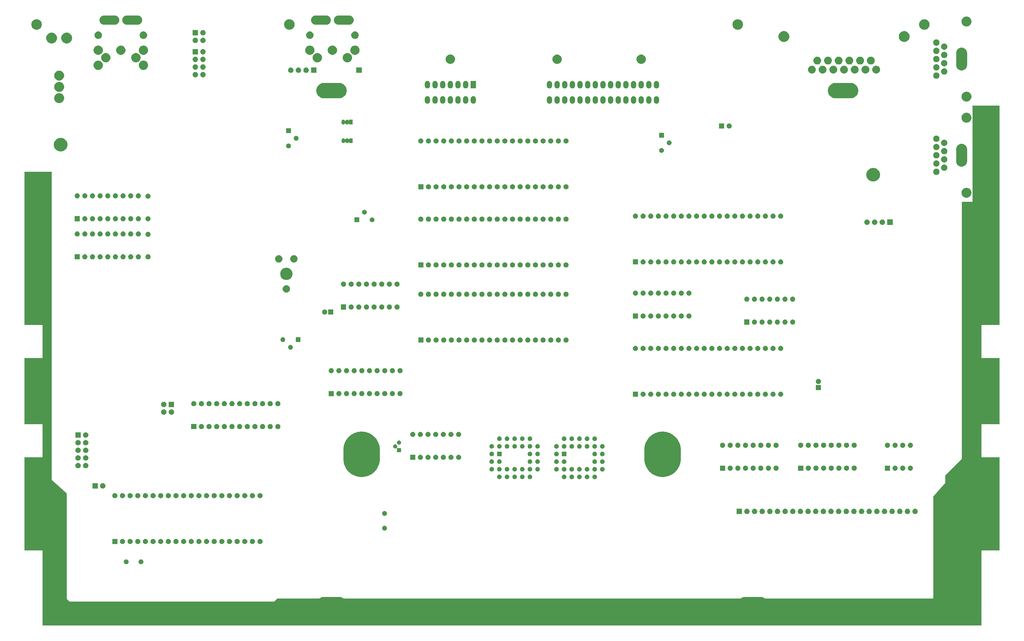
<source format=gbs>
G04 #@! TF.GenerationSoftware,KiCad,Pcbnew,(5.1.0)-1*
G04 #@! TF.CreationDate,2022-07-10T22:52:07+02:00*
G04 #@! TF.ProjectId,Atari 130XE 1MB smd,41746172-6920-4313-9330-584520314d42,rev?*
G04 #@! TF.SameCoordinates,Original*
G04 #@! TF.FileFunction,Soldermask,Bot*
G04 #@! TF.FilePolarity,Negative*
%FSLAX46Y46*%
G04 Gerber Fmt 4.6, Leading zero omitted, Abs format (unit mm)*
G04 Created by KiCad (PCBNEW (5.1.0)-1) date 2022-07-10 22:52:07*
%MOMM*%
%LPD*%
G04 APERTURE LIST*
%ADD10C,0.100000*%
G04 APERTURE END LIST*
D10*
G36*
X370888400Y-146875200D02*
G01*
X365013399Y-146875200D01*
X364989013Y-146877602D01*
X364965564Y-146884715D01*
X364943953Y-146896266D01*
X364925011Y-146911811D01*
X364909466Y-146930753D01*
X364897915Y-146952364D01*
X364890802Y-146975813D01*
X364888400Y-147000199D01*
X364888400Y-157750201D01*
X364890802Y-157774587D01*
X364897915Y-157798036D01*
X364909466Y-157819647D01*
X364925011Y-157838589D01*
X364943953Y-157854134D01*
X364965564Y-157865685D01*
X364989013Y-157872798D01*
X365013399Y-157875200D01*
X370888400Y-157875200D01*
X370888400Y-179875200D01*
X365013399Y-179875200D01*
X364989013Y-179877602D01*
X364965564Y-179884715D01*
X364943953Y-179896266D01*
X364925011Y-179911811D01*
X364909466Y-179930753D01*
X364897915Y-179952364D01*
X364890802Y-179975813D01*
X364888400Y-180000199D01*
X364888400Y-190750201D01*
X364890802Y-190774587D01*
X364897915Y-190798036D01*
X364909466Y-190819647D01*
X364925011Y-190838589D01*
X364943953Y-190854134D01*
X364965564Y-190865685D01*
X364989013Y-190872798D01*
X365013399Y-190875200D01*
X370888400Y-190875200D01*
X370888400Y-221875200D01*
X365013399Y-221875200D01*
X364989013Y-221877602D01*
X364965564Y-221884715D01*
X364943953Y-221896266D01*
X364925011Y-221911811D01*
X364909466Y-221930753D01*
X364897915Y-221952364D01*
X364890802Y-221975813D01*
X364888400Y-222000199D01*
X364888400Y-246875200D01*
X52888400Y-246875200D01*
X52888400Y-222000199D01*
X52885998Y-221975813D01*
X52878885Y-221952364D01*
X52867334Y-221930753D01*
X52851789Y-221911811D01*
X52832847Y-221896266D01*
X52811236Y-221884715D01*
X52787787Y-221877602D01*
X52763401Y-221875200D01*
X46888400Y-221875200D01*
X46888400Y-190875200D01*
X52763401Y-190875200D01*
X52787787Y-190872798D01*
X52811236Y-190865685D01*
X52832847Y-190854134D01*
X52851789Y-190838589D01*
X52867334Y-190819647D01*
X52878885Y-190798036D01*
X52885998Y-190774587D01*
X52888400Y-190750201D01*
X52888400Y-180000199D01*
X52885998Y-179975813D01*
X52878885Y-179952364D01*
X52867334Y-179930753D01*
X52851789Y-179911811D01*
X52832847Y-179896266D01*
X52811236Y-179884715D01*
X52787787Y-179877602D01*
X52763401Y-179875200D01*
X46888400Y-179875200D01*
X46888400Y-157875200D01*
X52763401Y-157875200D01*
X52787787Y-157872798D01*
X52811236Y-157865685D01*
X52832847Y-157854134D01*
X52851789Y-157838589D01*
X52867334Y-157819647D01*
X52878885Y-157798036D01*
X52885998Y-157774587D01*
X52888400Y-157750201D01*
X52888400Y-147000199D01*
X52885998Y-146975813D01*
X52878885Y-146952364D01*
X52867334Y-146930753D01*
X52851789Y-146911811D01*
X52832847Y-146896266D01*
X52811236Y-146884715D01*
X52787787Y-146877602D01*
X52763401Y-146875200D01*
X46888400Y-146875200D01*
X46888400Y-95875200D01*
X55888400Y-95875200D01*
X55888400Y-198319530D01*
X55890802Y-198343916D01*
X55897915Y-198367365D01*
X55909466Y-198388976D01*
X55929779Y-198412441D01*
X60888400Y-202875200D01*
X60888400Y-237823423D01*
X60890802Y-237847809D01*
X60897915Y-237871258D01*
X60909466Y-237892869D01*
X60925011Y-237911811D01*
X61851789Y-238838589D01*
X61870731Y-238854134D01*
X61892342Y-238865685D01*
X61915791Y-238872798D01*
X61940177Y-238875200D01*
X129836623Y-238875200D01*
X129861009Y-238872798D01*
X129884458Y-238865685D01*
X129906069Y-238854134D01*
X129925011Y-238838589D01*
X130888400Y-237875200D01*
X144759516Y-237875200D01*
X144783902Y-237872798D01*
X144807351Y-237865685D01*
X144838814Y-237846827D01*
X144964284Y-237743857D01*
X145407449Y-237506981D01*
X145407451Y-237506980D01*
X145580968Y-237454344D01*
X145888318Y-237361110D01*
X146263076Y-237324200D01*
X151513724Y-237324200D01*
X151888482Y-237361110D01*
X152195832Y-237454344D01*
X152369349Y-237506980D01*
X152369351Y-237506981D01*
X152812516Y-237743857D01*
X152937986Y-237846827D01*
X152958360Y-237860440D01*
X152980999Y-237869818D01*
X153017284Y-237875200D01*
X284759516Y-237875200D01*
X284783902Y-237872798D01*
X284807351Y-237865685D01*
X284838814Y-237846827D01*
X284964284Y-237743857D01*
X285407449Y-237506981D01*
X285407451Y-237506980D01*
X285580968Y-237454344D01*
X285888318Y-237361110D01*
X286263076Y-237324200D01*
X291513724Y-237324200D01*
X291888482Y-237361110D01*
X292195832Y-237454344D01*
X292369349Y-237506980D01*
X292369351Y-237506981D01*
X292812516Y-237743857D01*
X292937986Y-237846827D01*
X292958360Y-237860440D01*
X292980999Y-237869818D01*
X293017284Y-237875200D01*
X348763401Y-237875200D01*
X348787787Y-237872798D01*
X348811236Y-237865685D01*
X348832847Y-237854134D01*
X348851789Y-237838589D01*
X348867334Y-237819647D01*
X348878885Y-237798036D01*
X348885998Y-237774587D01*
X348888400Y-237750201D01*
X348888400Y-203875200D01*
X352856827Y-199410720D01*
X352871233Y-199390899D01*
X352881495Y-199368647D01*
X352887219Y-199344821D01*
X352888400Y-199327676D01*
X352888400Y-196875200D01*
X358351789Y-191411811D01*
X358367334Y-191392869D01*
X358378885Y-191371258D01*
X358385998Y-191347809D01*
X358388400Y-191323423D01*
X358388400Y-105875200D01*
X361763401Y-105875200D01*
X361787787Y-105872798D01*
X361811236Y-105865685D01*
X361832847Y-105854134D01*
X361851789Y-105838589D01*
X361867334Y-105819647D01*
X361878885Y-105798036D01*
X361885998Y-105774587D01*
X361888400Y-105750201D01*
X361888400Y-73875200D01*
X370888400Y-73875200D01*
X370888400Y-146875200D01*
X370888400Y-146875200D01*
G37*
G36*
X85804042Y-224885921D02*
G01*
X85949814Y-224946302D01*
X85949816Y-224946303D01*
X86081008Y-225033962D01*
X86192578Y-225145532D01*
X86280237Y-225276724D01*
X86280238Y-225276726D01*
X86340619Y-225422498D01*
X86371400Y-225577247D01*
X86371400Y-225735033D01*
X86340619Y-225889782D01*
X86280238Y-226035554D01*
X86280237Y-226035556D01*
X86192578Y-226166748D01*
X86081008Y-226278318D01*
X85949816Y-226365977D01*
X85949815Y-226365978D01*
X85949814Y-226365978D01*
X85804042Y-226426359D01*
X85649293Y-226457140D01*
X85491507Y-226457140D01*
X85336758Y-226426359D01*
X85190986Y-226365978D01*
X85190985Y-226365978D01*
X85190984Y-226365977D01*
X85059792Y-226278318D01*
X84948222Y-226166748D01*
X84860563Y-226035556D01*
X84860562Y-226035554D01*
X84800181Y-225889782D01*
X84769400Y-225735033D01*
X84769400Y-225577247D01*
X84800181Y-225422498D01*
X84860562Y-225276726D01*
X84860563Y-225276724D01*
X84948222Y-225145532D01*
X85059792Y-225033962D01*
X85190984Y-224946303D01*
X85190986Y-224946302D01*
X85336758Y-224885921D01*
X85491507Y-224855140D01*
X85649293Y-224855140D01*
X85804042Y-224885921D01*
X85804042Y-224885921D01*
G37*
G36*
X80904042Y-224885921D02*
G01*
X81049814Y-224946302D01*
X81049816Y-224946303D01*
X81181008Y-225033962D01*
X81292578Y-225145532D01*
X81380237Y-225276724D01*
X81380238Y-225276726D01*
X81440619Y-225422498D01*
X81471400Y-225577247D01*
X81471400Y-225735033D01*
X81440619Y-225889782D01*
X81380238Y-226035554D01*
X81380237Y-226035556D01*
X81292578Y-226166748D01*
X81181008Y-226278318D01*
X81049816Y-226365977D01*
X81049815Y-226365978D01*
X81049814Y-226365978D01*
X80904042Y-226426359D01*
X80749293Y-226457140D01*
X80591507Y-226457140D01*
X80436758Y-226426359D01*
X80290986Y-226365978D01*
X80290985Y-226365978D01*
X80290984Y-226365977D01*
X80159792Y-226278318D01*
X80048222Y-226166748D01*
X79960563Y-226035556D01*
X79960562Y-226035554D01*
X79900181Y-225889782D01*
X79869400Y-225735033D01*
X79869400Y-225577247D01*
X79900181Y-225422498D01*
X79960562Y-225276726D01*
X79960563Y-225276724D01*
X80048222Y-225145532D01*
X80159792Y-225033962D01*
X80290984Y-224946303D01*
X80290986Y-224946302D01*
X80436758Y-224885921D01*
X80591507Y-224855140D01*
X80749293Y-224855140D01*
X80904042Y-224885921D01*
X80904042Y-224885921D01*
G37*
G36*
X89755223Y-218036513D02*
G01*
X89915642Y-218085176D01*
X90048306Y-218156086D01*
X90063478Y-218164196D01*
X90193059Y-218270541D01*
X90299404Y-218400122D01*
X90299405Y-218400124D01*
X90378424Y-218547958D01*
X90427087Y-218708377D01*
X90443517Y-218875200D01*
X90427087Y-219042023D01*
X90378424Y-219202442D01*
X90307514Y-219335106D01*
X90299404Y-219350278D01*
X90193059Y-219479859D01*
X90063478Y-219586204D01*
X90063476Y-219586205D01*
X89915642Y-219665224D01*
X89755223Y-219713887D01*
X89630204Y-219726200D01*
X89546596Y-219726200D01*
X89421577Y-219713887D01*
X89261158Y-219665224D01*
X89113324Y-219586205D01*
X89113322Y-219586204D01*
X88983741Y-219479859D01*
X88877396Y-219350278D01*
X88869286Y-219335106D01*
X88798376Y-219202442D01*
X88749713Y-219042023D01*
X88733283Y-218875200D01*
X88749713Y-218708377D01*
X88798376Y-218547958D01*
X88877395Y-218400124D01*
X88877396Y-218400122D01*
X88983741Y-218270541D01*
X89113322Y-218164196D01*
X89128494Y-218156086D01*
X89261158Y-218085176D01*
X89421577Y-218036513D01*
X89546596Y-218024200D01*
X89630204Y-218024200D01*
X89755223Y-218036513D01*
X89755223Y-218036513D01*
G37*
G36*
X77739400Y-219726200D02*
G01*
X76037400Y-219726200D01*
X76037400Y-218024200D01*
X77739400Y-218024200D01*
X77739400Y-219726200D01*
X77739400Y-219726200D01*
G37*
G36*
X79595223Y-218036513D02*
G01*
X79755642Y-218085176D01*
X79888306Y-218156086D01*
X79903478Y-218164196D01*
X80033059Y-218270541D01*
X80139404Y-218400122D01*
X80139405Y-218400124D01*
X80218424Y-218547958D01*
X80267087Y-218708377D01*
X80283517Y-218875200D01*
X80267087Y-219042023D01*
X80218424Y-219202442D01*
X80147514Y-219335106D01*
X80139404Y-219350278D01*
X80033059Y-219479859D01*
X79903478Y-219586204D01*
X79903476Y-219586205D01*
X79755642Y-219665224D01*
X79595223Y-219713887D01*
X79470204Y-219726200D01*
X79386596Y-219726200D01*
X79261577Y-219713887D01*
X79101158Y-219665224D01*
X78953324Y-219586205D01*
X78953322Y-219586204D01*
X78823741Y-219479859D01*
X78717396Y-219350278D01*
X78709286Y-219335106D01*
X78638376Y-219202442D01*
X78589713Y-219042023D01*
X78573283Y-218875200D01*
X78589713Y-218708377D01*
X78638376Y-218547958D01*
X78717395Y-218400124D01*
X78717396Y-218400122D01*
X78823741Y-218270541D01*
X78953322Y-218164196D01*
X78968494Y-218156086D01*
X79101158Y-218085176D01*
X79261577Y-218036513D01*
X79386596Y-218024200D01*
X79470204Y-218024200D01*
X79595223Y-218036513D01*
X79595223Y-218036513D01*
G37*
G36*
X82135223Y-218036513D02*
G01*
X82295642Y-218085176D01*
X82428306Y-218156086D01*
X82443478Y-218164196D01*
X82573059Y-218270541D01*
X82679404Y-218400122D01*
X82679405Y-218400124D01*
X82758424Y-218547958D01*
X82807087Y-218708377D01*
X82823517Y-218875200D01*
X82807087Y-219042023D01*
X82758424Y-219202442D01*
X82687514Y-219335106D01*
X82679404Y-219350278D01*
X82573059Y-219479859D01*
X82443478Y-219586204D01*
X82443476Y-219586205D01*
X82295642Y-219665224D01*
X82135223Y-219713887D01*
X82010204Y-219726200D01*
X81926596Y-219726200D01*
X81801577Y-219713887D01*
X81641158Y-219665224D01*
X81493324Y-219586205D01*
X81493322Y-219586204D01*
X81363741Y-219479859D01*
X81257396Y-219350278D01*
X81249286Y-219335106D01*
X81178376Y-219202442D01*
X81129713Y-219042023D01*
X81113283Y-218875200D01*
X81129713Y-218708377D01*
X81178376Y-218547958D01*
X81257395Y-218400124D01*
X81257396Y-218400122D01*
X81363741Y-218270541D01*
X81493322Y-218164196D01*
X81508494Y-218156086D01*
X81641158Y-218085176D01*
X81801577Y-218036513D01*
X81926596Y-218024200D01*
X82010204Y-218024200D01*
X82135223Y-218036513D01*
X82135223Y-218036513D01*
G37*
G36*
X84675223Y-218036513D02*
G01*
X84835642Y-218085176D01*
X84968306Y-218156086D01*
X84983478Y-218164196D01*
X85113059Y-218270541D01*
X85219404Y-218400122D01*
X85219405Y-218400124D01*
X85298424Y-218547958D01*
X85347087Y-218708377D01*
X85363517Y-218875200D01*
X85347087Y-219042023D01*
X85298424Y-219202442D01*
X85227514Y-219335106D01*
X85219404Y-219350278D01*
X85113059Y-219479859D01*
X84983478Y-219586204D01*
X84983476Y-219586205D01*
X84835642Y-219665224D01*
X84675223Y-219713887D01*
X84550204Y-219726200D01*
X84466596Y-219726200D01*
X84341577Y-219713887D01*
X84181158Y-219665224D01*
X84033324Y-219586205D01*
X84033322Y-219586204D01*
X83903741Y-219479859D01*
X83797396Y-219350278D01*
X83789286Y-219335106D01*
X83718376Y-219202442D01*
X83669713Y-219042023D01*
X83653283Y-218875200D01*
X83669713Y-218708377D01*
X83718376Y-218547958D01*
X83797395Y-218400124D01*
X83797396Y-218400122D01*
X83903741Y-218270541D01*
X84033322Y-218164196D01*
X84048494Y-218156086D01*
X84181158Y-218085176D01*
X84341577Y-218036513D01*
X84466596Y-218024200D01*
X84550204Y-218024200D01*
X84675223Y-218036513D01*
X84675223Y-218036513D01*
G37*
G36*
X87215223Y-218036513D02*
G01*
X87375642Y-218085176D01*
X87508306Y-218156086D01*
X87523478Y-218164196D01*
X87653059Y-218270541D01*
X87759404Y-218400122D01*
X87759405Y-218400124D01*
X87838424Y-218547958D01*
X87887087Y-218708377D01*
X87903517Y-218875200D01*
X87887087Y-219042023D01*
X87838424Y-219202442D01*
X87767514Y-219335106D01*
X87759404Y-219350278D01*
X87653059Y-219479859D01*
X87523478Y-219586204D01*
X87523476Y-219586205D01*
X87375642Y-219665224D01*
X87215223Y-219713887D01*
X87090204Y-219726200D01*
X87006596Y-219726200D01*
X86881577Y-219713887D01*
X86721158Y-219665224D01*
X86573324Y-219586205D01*
X86573322Y-219586204D01*
X86443741Y-219479859D01*
X86337396Y-219350278D01*
X86329286Y-219335106D01*
X86258376Y-219202442D01*
X86209713Y-219042023D01*
X86193283Y-218875200D01*
X86209713Y-218708377D01*
X86258376Y-218547958D01*
X86337395Y-218400124D01*
X86337396Y-218400122D01*
X86443741Y-218270541D01*
X86573322Y-218164196D01*
X86588494Y-218156086D01*
X86721158Y-218085176D01*
X86881577Y-218036513D01*
X87006596Y-218024200D01*
X87090204Y-218024200D01*
X87215223Y-218036513D01*
X87215223Y-218036513D01*
G37*
G36*
X92295223Y-218036513D02*
G01*
X92455642Y-218085176D01*
X92588306Y-218156086D01*
X92603478Y-218164196D01*
X92733059Y-218270541D01*
X92839404Y-218400122D01*
X92839405Y-218400124D01*
X92918424Y-218547958D01*
X92967087Y-218708377D01*
X92983517Y-218875200D01*
X92967087Y-219042023D01*
X92918424Y-219202442D01*
X92847514Y-219335106D01*
X92839404Y-219350278D01*
X92733059Y-219479859D01*
X92603478Y-219586204D01*
X92603476Y-219586205D01*
X92455642Y-219665224D01*
X92295223Y-219713887D01*
X92170204Y-219726200D01*
X92086596Y-219726200D01*
X91961577Y-219713887D01*
X91801158Y-219665224D01*
X91653324Y-219586205D01*
X91653322Y-219586204D01*
X91523741Y-219479859D01*
X91417396Y-219350278D01*
X91409286Y-219335106D01*
X91338376Y-219202442D01*
X91289713Y-219042023D01*
X91273283Y-218875200D01*
X91289713Y-218708377D01*
X91338376Y-218547958D01*
X91417395Y-218400124D01*
X91417396Y-218400122D01*
X91523741Y-218270541D01*
X91653322Y-218164196D01*
X91668494Y-218156086D01*
X91801158Y-218085176D01*
X91961577Y-218036513D01*
X92086596Y-218024200D01*
X92170204Y-218024200D01*
X92295223Y-218036513D01*
X92295223Y-218036513D01*
G37*
G36*
X94835223Y-218036513D02*
G01*
X94995642Y-218085176D01*
X95128306Y-218156086D01*
X95143478Y-218164196D01*
X95273059Y-218270541D01*
X95379404Y-218400122D01*
X95379405Y-218400124D01*
X95458424Y-218547958D01*
X95507087Y-218708377D01*
X95523517Y-218875200D01*
X95507087Y-219042023D01*
X95458424Y-219202442D01*
X95387514Y-219335106D01*
X95379404Y-219350278D01*
X95273059Y-219479859D01*
X95143478Y-219586204D01*
X95143476Y-219586205D01*
X94995642Y-219665224D01*
X94835223Y-219713887D01*
X94710204Y-219726200D01*
X94626596Y-219726200D01*
X94501577Y-219713887D01*
X94341158Y-219665224D01*
X94193324Y-219586205D01*
X94193322Y-219586204D01*
X94063741Y-219479859D01*
X93957396Y-219350278D01*
X93949286Y-219335106D01*
X93878376Y-219202442D01*
X93829713Y-219042023D01*
X93813283Y-218875200D01*
X93829713Y-218708377D01*
X93878376Y-218547958D01*
X93957395Y-218400124D01*
X93957396Y-218400122D01*
X94063741Y-218270541D01*
X94193322Y-218164196D01*
X94208494Y-218156086D01*
X94341158Y-218085176D01*
X94501577Y-218036513D01*
X94626596Y-218024200D01*
X94710204Y-218024200D01*
X94835223Y-218036513D01*
X94835223Y-218036513D01*
G37*
G36*
X97375223Y-218036513D02*
G01*
X97535642Y-218085176D01*
X97668306Y-218156086D01*
X97683478Y-218164196D01*
X97813059Y-218270541D01*
X97919404Y-218400122D01*
X97919405Y-218400124D01*
X97998424Y-218547958D01*
X98047087Y-218708377D01*
X98063517Y-218875200D01*
X98047087Y-219042023D01*
X97998424Y-219202442D01*
X97927514Y-219335106D01*
X97919404Y-219350278D01*
X97813059Y-219479859D01*
X97683478Y-219586204D01*
X97683476Y-219586205D01*
X97535642Y-219665224D01*
X97375223Y-219713887D01*
X97250204Y-219726200D01*
X97166596Y-219726200D01*
X97041577Y-219713887D01*
X96881158Y-219665224D01*
X96733324Y-219586205D01*
X96733322Y-219586204D01*
X96603741Y-219479859D01*
X96497396Y-219350278D01*
X96489286Y-219335106D01*
X96418376Y-219202442D01*
X96369713Y-219042023D01*
X96353283Y-218875200D01*
X96369713Y-218708377D01*
X96418376Y-218547958D01*
X96497395Y-218400124D01*
X96497396Y-218400122D01*
X96603741Y-218270541D01*
X96733322Y-218164196D01*
X96748494Y-218156086D01*
X96881158Y-218085176D01*
X97041577Y-218036513D01*
X97166596Y-218024200D01*
X97250204Y-218024200D01*
X97375223Y-218036513D01*
X97375223Y-218036513D01*
G37*
G36*
X99915223Y-218036513D02*
G01*
X100075642Y-218085176D01*
X100208306Y-218156086D01*
X100223478Y-218164196D01*
X100353059Y-218270541D01*
X100459404Y-218400122D01*
X100459405Y-218400124D01*
X100538424Y-218547958D01*
X100587087Y-218708377D01*
X100603517Y-218875200D01*
X100587087Y-219042023D01*
X100538424Y-219202442D01*
X100467514Y-219335106D01*
X100459404Y-219350278D01*
X100353059Y-219479859D01*
X100223478Y-219586204D01*
X100223476Y-219586205D01*
X100075642Y-219665224D01*
X99915223Y-219713887D01*
X99790204Y-219726200D01*
X99706596Y-219726200D01*
X99581577Y-219713887D01*
X99421158Y-219665224D01*
X99273324Y-219586205D01*
X99273322Y-219586204D01*
X99143741Y-219479859D01*
X99037396Y-219350278D01*
X99029286Y-219335106D01*
X98958376Y-219202442D01*
X98909713Y-219042023D01*
X98893283Y-218875200D01*
X98909713Y-218708377D01*
X98958376Y-218547958D01*
X99037395Y-218400124D01*
X99037396Y-218400122D01*
X99143741Y-218270541D01*
X99273322Y-218164196D01*
X99288494Y-218156086D01*
X99421158Y-218085176D01*
X99581577Y-218036513D01*
X99706596Y-218024200D01*
X99790204Y-218024200D01*
X99915223Y-218036513D01*
X99915223Y-218036513D01*
G37*
G36*
X104995223Y-218036513D02*
G01*
X105155642Y-218085176D01*
X105288306Y-218156086D01*
X105303478Y-218164196D01*
X105433059Y-218270541D01*
X105539404Y-218400122D01*
X105539405Y-218400124D01*
X105618424Y-218547958D01*
X105667087Y-218708377D01*
X105683517Y-218875200D01*
X105667087Y-219042023D01*
X105618424Y-219202442D01*
X105547514Y-219335106D01*
X105539404Y-219350278D01*
X105433059Y-219479859D01*
X105303478Y-219586204D01*
X105303476Y-219586205D01*
X105155642Y-219665224D01*
X104995223Y-219713887D01*
X104870204Y-219726200D01*
X104786596Y-219726200D01*
X104661577Y-219713887D01*
X104501158Y-219665224D01*
X104353324Y-219586205D01*
X104353322Y-219586204D01*
X104223741Y-219479859D01*
X104117396Y-219350278D01*
X104109286Y-219335106D01*
X104038376Y-219202442D01*
X103989713Y-219042023D01*
X103973283Y-218875200D01*
X103989713Y-218708377D01*
X104038376Y-218547958D01*
X104117395Y-218400124D01*
X104117396Y-218400122D01*
X104223741Y-218270541D01*
X104353322Y-218164196D01*
X104368494Y-218156086D01*
X104501158Y-218085176D01*
X104661577Y-218036513D01*
X104786596Y-218024200D01*
X104870204Y-218024200D01*
X104995223Y-218036513D01*
X104995223Y-218036513D01*
G37*
G36*
X120235223Y-218036513D02*
G01*
X120395642Y-218085176D01*
X120528306Y-218156086D01*
X120543478Y-218164196D01*
X120673059Y-218270541D01*
X120779404Y-218400122D01*
X120779405Y-218400124D01*
X120858424Y-218547958D01*
X120907087Y-218708377D01*
X120923517Y-218875200D01*
X120907087Y-219042023D01*
X120858424Y-219202442D01*
X120787514Y-219335106D01*
X120779404Y-219350278D01*
X120673059Y-219479859D01*
X120543478Y-219586204D01*
X120543476Y-219586205D01*
X120395642Y-219665224D01*
X120235223Y-219713887D01*
X120110204Y-219726200D01*
X120026596Y-219726200D01*
X119901577Y-219713887D01*
X119741158Y-219665224D01*
X119593324Y-219586205D01*
X119593322Y-219586204D01*
X119463741Y-219479859D01*
X119357396Y-219350278D01*
X119349286Y-219335106D01*
X119278376Y-219202442D01*
X119229713Y-219042023D01*
X119213283Y-218875200D01*
X119229713Y-218708377D01*
X119278376Y-218547958D01*
X119357395Y-218400124D01*
X119357396Y-218400122D01*
X119463741Y-218270541D01*
X119593322Y-218164196D01*
X119608494Y-218156086D01*
X119741158Y-218085176D01*
X119901577Y-218036513D01*
X120026596Y-218024200D01*
X120110204Y-218024200D01*
X120235223Y-218036513D01*
X120235223Y-218036513D01*
G37*
G36*
X125315223Y-218036513D02*
G01*
X125475642Y-218085176D01*
X125608306Y-218156086D01*
X125623478Y-218164196D01*
X125753059Y-218270541D01*
X125859404Y-218400122D01*
X125859405Y-218400124D01*
X125938424Y-218547958D01*
X125987087Y-218708377D01*
X126003517Y-218875200D01*
X125987087Y-219042023D01*
X125938424Y-219202442D01*
X125867514Y-219335106D01*
X125859404Y-219350278D01*
X125753059Y-219479859D01*
X125623478Y-219586204D01*
X125623476Y-219586205D01*
X125475642Y-219665224D01*
X125315223Y-219713887D01*
X125190204Y-219726200D01*
X125106596Y-219726200D01*
X124981577Y-219713887D01*
X124821158Y-219665224D01*
X124673324Y-219586205D01*
X124673322Y-219586204D01*
X124543741Y-219479859D01*
X124437396Y-219350278D01*
X124429286Y-219335106D01*
X124358376Y-219202442D01*
X124309713Y-219042023D01*
X124293283Y-218875200D01*
X124309713Y-218708377D01*
X124358376Y-218547958D01*
X124437395Y-218400124D01*
X124437396Y-218400122D01*
X124543741Y-218270541D01*
X124673322Y-218164196D01*
X124688494Y-218156086D01*
X124821158Y-218085176D01*
X124981577Y-218036513D01*
X125106596Y-218024200D01*
X125190204Y-218024200D01*
X125315223Y-218036513D01*
X125315223Y-218036513D01*
G37*
G36*
X122775223Y-218036513D02*
G01*
X122935642Y-218085176D01*
X123068306Y-218156086D01*
X123083478Y-218164196D01*
X123213059Y-218270541D01*
X123319404Y-218400122D01*
X123319405Y-218400124D01*
X123398424Y-218547958D01*
X123447087Y-218708377D01*
X123463517Y-218875200D01*
X123447087Y-219042023D01*
X123398424Y-219202442D01*
X123327514Y-219335106D01*
X123319404Y-219350278D01*
X123213059Y-219479859D01*
X123083478Y-219586204D01*
X123083476Y-219586205D01*
X122935642Y-219665224D01*
X122775223Y-219713887D01*
X122650204Y-219726200D01*
X122566596Y-219726200D01*
X122441577Y-219713887D01*
X122281158Y-219665224D01*
X122133324Y-219586205D01*
X122133322Y-219586204D01*
X122003741Y-219479859D01*
X121897396Y-219350278D01*
X121889286Y-219335106D01*
X121818376Y-219202442D01*
X121769713Y-219042023D01*
X121753283Y-218875200D01*
X121769713Y-218708377D01*
X121818376Y-218547958D01*
X121897395Y-218400124D01*
X121897396Y-218400122D01*
X122003741Y-218270541D01*
X122133322Y-218164196D01*
X122148494Y-218156086D01*
X122281158Y-218085176D01*
X122441577Y-218036513D01*
X122566596Y-218024200D01*
X122650204Y-218024200D01*
X122775223Y-218036513D01*
X122775223Y-218036513D01*
G37*
G36*
X117695223Y-218036513D02*
G01*
X117855642Y-218085176D01*
X117988306Y-218156086D01*
X118003478Y-218164196D01*
X118133059Y-218270541D01*
X118239404Y-218400122D01*
X118239405Y-218400124D01*
X118318424Y-218547958D01*
X118367087Y-218708377D01*
X118383517Y-218875200D01*
X118367087Y-219042023D01*
X118318424Y-219202442D01*
X118247514Y-219335106D01*
X118239404Y-219350278D01*
X118133059Y-219479859D01*
X118003478Y-219586204D01*
X118003476Y-219586205D01*
X117855642Y-219665224D01*
X117695223Y-219713887D01*
X117570204Y-219726200D01*
X117486596Y-219726200D01*
X117361577Y-219713887D01*
X117201158Y-219665224D01*
X117053324Y-219586205D01*
X117053322Y-219586204D01*
X116923741Y-219479859D01*
X116817396Y-219350278D01*
X116809286Y-219335106D01*
X116738376Y-219202442D01*
X116689713Y-219042023D01*
X116673283Y-218875200D01*
X116689713Y-218708377D01*
X116738376Y-218547958D01*
X116817395Y-218400124D01*
X116817396Y-218400122D01*
X116923741Y-218270541D01*
X117053322Y-218164196D01*
X117068494Y-218156086D01*
X117201158Y-218085176D01*
X117361577Y-218036513D01*
X117486596Y-218024200D01*
X117570204Y-218024200D01*
X117695223Y-218036513D01*
X117695223Y-218036513D01*
G37*
G36*
X115155223Y-218036513D02*
G01*
X115315642Y-218085176D01*
X115448306Y-218156086D01*
X115463478Y-218164196D01*
X115593059Y-218270541D01*
X115699404Y-218400122D01*
X115699405Y-218400124D01*
X115778424Y-218547958D01*
X115827087Y-218708377D01*
X115843517Y-218875200D01*
X115827087Y-219042023D01*
X115778424Y-219202442D01*
X115707514Y-219335106D01*
X115699404Y-219350278D01*
X115593059Y-219479859D01*
X115463478Y-219586204D01*
X115463476Y-219586205D01*
X115315642Y-219665224D01*
X115155223Y-219713887D01*
X115030204Y-219726200D01*
X114946596Y-219726200D01*
X114821577Y-219713887D01*
X114661158Y-219665224D01*
X114513324Y-219586205D01*
X114513322Y-219586204D01*
X114383741Y-219479859D01*
X114277396Y-219350278D01*
X114269286Y-219335106D01*
X114198376Y-219202442D01*
X114149713Y-219042023D01*
X114133283Y-218875200D01*
X114149713Y-218708377D01*
X114198376Y-218547958D01*
X114277395Y-218400124D01*
X114277396Y-218400122D01*
X114383741Y-218270541D01*
X114513322Y-218164196D01*
X114528494Y-218156086D01*
X114661158Y-218085176D01*
X114821577Y-218036513D01*
X114946596Y-218024200D01*
X115030204Y-218024200D01*
X115155223Y-218036513D01*
X115155223Y-218036513D01*
G37*
G36*
X110075223Y-218036513D02*
G01*
X110235642Y-218085176D01*
X110368306Y-218156086D01*
X110383478Y-218164196D01*
X110513059Y-218270541D01*
X110619404Y-218400122D01*
X110619405Y-218400124D01*
X110698424Y-218547958D01*
X110747087Y-218708377D01*
X110763517Y-218875200D01*
X110747087Y-219042023D01*
X110698424Y-219202442D01*
X110627514Y-219335106D01*
X110619404Y-219350278D01*
X110513059Y-219479859D01*
X110383478Y-219586204D01*
X110383476Y-219586205D01*
X110235642Y-219665224D01*
X110075223Y-219713887D01*
X109950204Y-219726200D01*
X109866596Y-219726200D01*
X109741577Y-219713887D01*
X109581158Y-219665224D01*
X109433324Y-219586205D01*
X109433322Y-219586204D01*
X109303741Y-219479859D01*
X109197396Y-219350278D01*
X109189286Y-219335106D01*
X109118376Y-219202442D01*
X109069713Y-219042023D01*
X109053283Y-218875200D01*
X109069713Y-218708377D01*
X109118376Y-218547958D01*
X109197395Y-218400124D01*
X109197396Y-218400122D01*
X109303741Y-218270541D01*
X109433322Y-218164196D01*
X109448494Y-218156086D01*
X109581158Y-218085176D01*
X109741577Y-218036513D01*
X109866596Y-218024200D01*
X109950204Y-218024200D01*
X110075223Y-218036513D01*
X110075223Y-218036513D01*
G37*
G36*
X107535223Y-218036513D02*
G01*
X107695642Y-218085176D01*
X107828306Y-218156086D01*
X107843478Y-218164196D01*
X107973059Y-218270541D01*
X108079404Y-218400122D01*
X108079405Y-218400124D01*
X108158424Y-218547958D01*
X108207087Y-218708377D01*
X108223517Y-218875200D01*
X108207087Y-219042023D01*
X108158424Y-219202442D01*
X108087514Y-219335106D01*
X108079404Y-219350278D01*
X107973059Y-219479859D01*
X107843478Y-219586204D01*
X107843476Y-219586205D01*
X107695642Y-219665224D01*
X107535223Y-219713887D01*
X107410204Y-219726200D01*
X107326596Y-219726200D01*
X107201577Y-219713887D01*
X107041158Y-219665224D01*
X106893324Y-219586205D01*
X106893322Y-219586204D01*
X106763741Y-219479859D01*
X106657396Y-219350278D01*
X106649286Y-219335106D01*
X106578376Y-219202442D01*
X106529713Y-219042023D01*
X106513283Y-218875200D01*
X106529713Y-218708377D01*
X106578376Y-218547958D01*
X106657395Y-218400124D01*
X106657396Y-218400122D01*
X106763741Y-218270541D01*
X106893322Y-218164196D01*
X106908494Y-218156086D01*
X107041158Y-218085176D01*
X107201577Y-218036513D01*
X107326596Y-218024200D01*
X107410204Y-218024200D01*
X107535223Y-218036513D01*
X107535223Y-218036513D01*
G37*
G36*
X102455223Y-218036513D02*
G01*
X102615642Y-218085176D01*
X102748306Y-218156086D01*
X102763478Y-218164196D01*
X102893059Y-218270541D01*
X102999404Y-218400122D01*
X102999405Y-218400124D01*
X103078424Y-218547958D01*
X103127087Y-218708377D01*
X103143517Y-218875200D01*
X103127087Y-219042023D01*
X103078424Y-219202442D01*
X103007514Y-219335106D01*
X102999404Y-219350278D01*
X102893059Y-219479859D01*
X102763478Y-219586204D01*
X102763476Y-219586205D01*
X102615642Y-219665224D01*
X102455223Y-219713887D01*
X102330204Y-219726200D01*
X102246596Y-219726200D01*
X102121577Y-219713887D01*
X101961158Y-219665224D01*
X101813324Y-219586205D01*
X101813322Y-219586204D01*
X101683741Y-219479859D01*
X101577396Y-219350278D01*
X101569286Y-219335106D01*
X101498376Y-219202442D01*
X101449713Y-219042023D01*
X101433283Y-218875200D01*
X101449713Y-218708377D01*
X101498376Y-218547958D01*
X101577395Y-218400124D01*
X101577396Y-218400122D01*
X101683741Y-218270541D01*
X101813322Y-218164196D01*
X101828494Y-218156086D01*
X101961158Y-218085176D01*
X102121577Y-218036513D01*
X102246596Y-218024200D01*
X102330204Y-218024200D01*
X102455223Y-218036513D01*
X102455223Y-218036513D01*
G37*
G36*
X112615223Y-218036513D02*
G01*
X112775642Y-218085176D01*
X112908306Y-218156086D01*
X112923478Y-218164196D01*
X113053059Y-218270541D01*
X113159404Y-218400122D01*
X113159405Y-218400124D01*
X113238424Y-218547958D01*
X113287087Y-218708377D01*
X113303517Y-218875200D01*
X113287087Y-219042023D01*
X113238424Y-219202442D01*
X113167514Y-219335106D01*
X113159404Y-219350278D01*
X113053059Y-219479859D01*
X112923478Y-219586204D01*
X112923476Y-219586205D01*
X112775642Y-219665224D01*
X112615223Y-219713887D01*
X112490204Y-219726200D01*
X112406596Y-219726200D01*
X112281577Y-219713887D01*
X112121158Y-219665224D01*
X111973324Y-219586205D01*
X111973322Y-219586204D01*
X111843741Y-219479859D01*
X111737396Y-219350278D01*
X111729286Y-219335106D01*
X111658376Y-219202442D01*
X111609713Y-219042023D01*
X111593283Y-218875200D01*
X111609713Y-218708377D01*
X111658376Y-218547958D01*
X111737395Y-218400124D01*
X111737396Y-218400122D01*
X111843741Y-218270541D01*
X111973322Y-218164196D01*
X111988494Y-218156086D01*
X112121158Y-218085176D01*
X112281577Y-218036513D01*
X112406596Y-218024200D01*
X112490204Y-218024200D01*
X112615223Y-218036513D01*
X112615223Y-218036513D01*
G37*
G36*
X166743342Y-213687401D02*
G01*
X166889114Y-213747782D01*
X166889116Y-213747783D01*
X167020308Y-213835442D01*
X167131878Y-213947012D01*
X167219537Y-214078204D01*
X167219538Y-214078206D01*
X167279919Y-214223978D01*
X167310700Y-214378727D01*
X167310700Y-214536513D01*
X167279919Y-214691262D01*
X167219538Y-214837034D01*
X167219537Y-214837036D01*
X167131878Y-214968228D01*
X167020308Y-215079798D01*
X166889116Y-215167457D01*
X166889115Y-215167458D01*
X166889114Y-215167458D01*
X166743342Y-215227839D01*
X166588593Y-215258620D01*
X166430807Y-215258620D01*
X166276058Y-215227839D01*
X166130286Y-215167458D01*
X166130285Y-215167458D01*
X166130284Y-215167457D01*
X165999092Y-215079798D01*
X165887522Y-214968228D01*
X165799863Y-214837036D01*
X165799862Y-214837034D01*
X165739481Y-214691262D01*
X165708700Y-214536513D01*
X165708700Y-214378727D01*
X165739481Y-214223978D01*
X165799862Y-214078206D01*
X165799863Y-214078204D01*
X165887522Y-213947012D01*
X165999092Y-213835442D01*
X166130284Y-213747783D01*
X166130286Y-213747782D01*
X166276058Y-213687401D01*
X166430807Y-213656620D01*
X166588593Y-213656620D01*
X166743342Y-213687401D01*
X166743342Y-213687401D01*
G37*
G36*
X166743342Y-208787401D02*
G01*
X166889114Y-208847782D01*
X166889116Y-208847783D01*
X167020308Y-208935442D01*
X167131878Y-209047012D01*
X167135095Y-209051827D01*
X167219538Y-209178206D01*
X167279919Y-209323978D01*
X167310700Y-209478727D01*
X167310700Y-209636513D01*
X167279919Y-209791262D01*
X167219538Y-209937034D01*
X167219537Y-209937036D01*
X167131878Y-210068228D01*
X167020308Y-210179798D01*
X166889116Y-210267457D01*
X166889115Y-210267458D01*
X166889114Y-210267458D01*
X166743342Y-210327839D01*
X166588593Y-210358620D01*
X166430807Y-210358620D01*
X166276058Y-210327839D01*
X166130286Y-210267458D01*
X166130285Y-210267458D01*
X166130284Y-210267457D01*
X165999092Y-210179798D01*
X165887522Y-210068228D01*
X165799863Y-209937036D01*
X165799862Y-209937034D01*
X165739481Y-209791262D01*
X165708700Y-209636513D01*
X165708700Y-209478727D01*
X165739481Y-209323978D01*
X165799862Y-209178206D01*
X165884305Y-209051827D01*
X165887522Y-209047012D01*
X165999092Y-208935442D01*
X166130284Y-208847783D01*
X166130286Y-208847782D01*
X166276058Y-208787401D01*
X166430807Y-208756620D01*
X166588593Y-208756620D01*
X166743342Y-208787401D01*
X166743342Y-208787401D01*
G37*
G36*
X294658842Y-207980718D02*
G01*
X294725027Y-207987237D01*
X294894866Y-208038757D01*
X295051391Y-208122422D01*
X295087129Y-208151752D01*
X295188586Y-208235014D01*
X295271848Y-208336471D01*
X295301178Y-208372209D01*
X295384843Y-208528734D01*
X295436363Y-208698573D01*
X295453759Y-208875200D01*
X295436363Y-209051827D01*
X295384843Y-209221666D01*
X295301178Y-209378191D01*
X295271848Y-209413929D01*
X295188586Y-209515386D01*
X295087129Y-209598648D01*
X295051391Y-209627978D01*
X294894866Y-209711643D01*
X294725027Y-209763163D01*
X294658842Y-209769682D01*
X294592660Y-209776200D01*
X294504140Y-209776200D01*
X294437958Y-209769682D01*
X294371773Y-209763163D01*
X294201934Y-209711643D01*
X294045409Y-209627978D01*
X294009671Y-209598648D01*
X293908214Y-209515386D01*
X293824952Y-209413929D01*
X293795622Y-209378191D01*
X293711957Y-209221666D01*
X293660437Y-209051827D01*
X293643041Y-208875200D01*
X293660437Y-208698573D01*
X293711957Y-208528734D01*
X293795622Y-208372209D01*
X293824952Y-208336471D01*
X293908214Y-208235014D01*
X294009671Y-208151752D01*
X294045409Y-208122422D01*
X294201934Y-208038757D01*
X294371773Y-207987237D01*
X294437958Y-207980718D01*
X294504140Y-207974200D01*
X294592660Y-207974200D01*
X294658842Y-207980718D01*
X294658842Y-207980718D01*
G37*
G36*
X335298842Y-207980718D02*
G01*
X335365027Y-207987237D01*
X335534866Y-208038757D01*
X335691391Y-208122422D01*
X335727129Y-208151752D01*
X335828586Y-208235014D01*
X335911848Y-208336471D01*
X335941178Y-208372209D01*
X336024843Y-208528734D01*
X336076363Y-208698573D01*
X336093759Y-208875200D01*
X336076363Y-209051827D01*
X336024843Y-209221666D01*
X335941178Y-209378191D01*
X335911848Y-209413929D01*
X335828586Y-209515386D01*
X335727129Y-209598648D01*
X335691391Y-209627978D01*
X335534866Y-209711643D01*
X335365027Y-209763163D01*
X335298842Y-209769682D01*
X335232660Y-209776200D01*
X335144140Y-209776200D01*
X335077958Y-209769682D01*
X335011773Y-209763163D01*
X334841934Y-209711643D01*
X334685409Y-209627978D01*
X334649671Y-209598648D01*
X334548214Y-209515386D01*
X334464952Y-209413929D01*
X334435622Y-209378191D01*
X334351957Y-209221666D01*
X334300437Y-209051827D01*
X334283041Y-208875200D01*
X334300437Y-208698573D01*
X334351957Y-208528734D01*
X334435622Y-208372209D01*
X334464952Y-208336471D01*
X334548214Y-208235014D01*
X334649671Y-208151752D01*
X334685409Y-208122422D01*
X334841934Y-208038757D01*
X335011773Y-207987237D01*
X335077958Y-207980718D01*
X335144140Y-207974200D01*
X335232660Y-207974200D01*
X335298842Y-207980718D01*
X335298842Y-207980718D01*
G37*
G36*
X337838842Y-207980718D02*
G01*
X337905027Y-207987237D01*
X338074866Y-208038757D01*
X338231391Y-208122422D01*
X338267129Y-208151752D01*
X338368586Y-208235014D01*
X338451848Y-208336471D01*
X338481178Y-208372209D01*
X338564843Y-208528734D01*
X338616363Y-208698573D01*
X338633759Y-208875200D01*
X338616363Y-209051827D01*
X338564843Y-209221666D01*
X338481178Y-209378191D01*
X338451848Y-209413929D01*
X338368586Y-209515386D01*
X338267129Y-209598648D01*
X338231391Y-209627978D01*
X338074866Y-209711643D01*
X337905027Y-209763163D01*
X337838842Y-209769682D01*
X337772660Y-209776200D01*
X337684140Y-209776200D01*
X337617958Y-209769682D01*
X337551773Y-209763163D01*
X337381934Y-209711643D01*
X337225409Y-209627978D01*
X337189671Y-209598648D01*
X337088214Y-209515386D01*
X337004952Y-209413929D01*
X336975622Y-209378191D01*
X336891957Y-209221666D01*
X336840437Y-209051827D01*
X336823041Y-208875200D01*
X336840437Y-208698573D01*
X336891957Y-208528734D01*
X336975622Y-208372209D01*
X337004952Y-208336471D01*
X337088214Y-208235014D01*
X337189671Y-208151752D01*
X337225409Y-208122422D01*
X337381934Y-208038757D01*
X337551773Y-207987237D01*
X337617958Y-207980718D01*
X337684140Y-207974200D01*
X337772660Y-207974200D01*
X337838842Y-207980718D01*
X337838842Y-207980718D01*
G37*
G36*
X340378842Y-207980718D02*
G01*
X340445027Y-207987237D01*
X340614866Y-208038757D01*
X340771391Y-208122422D01*
X340807129Y-208151752D01*
X340908586Y-208235014D01*
X340991848Y-208336471D01*
X341021178Y-208372209D01*
X341104843Y-208528734D01*
X341156363Y-208698573D01*
X341173759Y-208875200D01*
X341156363Y-209051827D01*
X341104843Y-209221666D01*
X341021178Y-209378191D01*
X340991848Y-209413929D01*
X340908586Y-209515386D01*
X340807129Y-209598648D01*
X340771391Y-209627978D01*
X340614866Y-209711643D01*
X340445027Y-209763163D01*
X340378842Y-209769682D01*
X340312660Y-209776200D01*
X340224140Y-209776200D01*
X340157958Y-209769682D01*
X340091773Y-209763163D01*
X339921934Y-209711643D01*
X339765409Y-209627978D01*
X339729671Y-209598648D01*
X339628214Y-209515386D01*
X339544952Y-209413929D01*
X339515622Y-209378191D01*
X339431957Y-209221666D01*
X339380437Y-209051827D01*
X339363041Y-208875200D01*
X339380437Y-208698573D01*
X339431957Y-208528734D01*
X339515622Y-208372209D01*
X339544952Y-208336471D01*
X339628214Y-208235014D01*
X339729671Y-208151752D01*
X339765409Y-208122422D01*
X339921934Y-208038757D01*
X340091773Y-207987237D01*
X340157958Y-207980718D01*
X340224140Y-207974200D01*
X340312660Y-207974200D01*
X340378842Y-207980718D01*
X340378842Y-207980718D01*
G37*
G36*
X342918842Y-207980718D02*
G01*
X342985027Y-207987237D01*
X343154866Y-208038757D01*
X343311391Y-208122422D01*
X343347129Y-208151752D01*
X343448586Y-208235014D01*
X343531848Y-208336471D01*
X343561178Y-208372209D01*
X343644843Y-208528734D01*
X343696363Y-208698573D01*
X343713759Y-208875200D01*
X343696363Y-209051827D01*
X343644843Y-209221666D01*
X343561178Y-209378191D01*
X343531848Y-209413929D01*
X343448586Y-209515386D01*
X343347129Y-209598648D01*
X343311391Y-209627978D01*
X343154866Y-209711643D01*
X342985027Y-209763163D01*
X342918842Y-209769682D01*
X342852660Y-209776200D01*
X342764140Y-209776200D01*
X342697958Y-209769682D01*
X342631773Y-209763163D01*
X342461934Y-209711643D01*
X342305409Y-209627978D01*
X342269671Y-209598648D01*
X342168214Y-209515386D01*
X342084952Y-209413929D01*
X342055622Y-209378191D01*
X341971957Y-209221666D01*
X341920437Y-209051827D01*
X341903041Y-208875200D01*
X341920437Y-208698573D01*
X341971957Y-208528734D01*
X342055622Y-208372209D01*
X342084952Y-208336471D01*
X342168214Y-208235014D01*
X342269671Y-208151752D01*
X342305409Y-208122422D01*
X342461934Y-208038757D01*
X342631773Y-207987237D01*
X342697958Y-207980718D01*
X342764140Y-207974200D01*
X342852660Y-207974200D01*
X342918842Y-207980718D01*
X342918842Y-207980718D01*
G37*
G36*
X302278842Y-207980718D02*
G01*
X302345027Y-207987237D01*
X302514866Y-208038757D01*
X302671391Y-208122422D01*
X302707129Y-208151752D01*
X302808586Y-208235014D01*
X302891848Y-208336471D01*
X302921178Y-208372209D01*
X303004843Y-208528734D01*
X303056363Y-208698573D01*
X303073759Y-208875200D01*
X303056363Y-209051827D01*
X303004843Y-209221666D01*
X302921178Y-209378191D01*
X302891848Y-209413929D01*
X302808586Y-209515386D01*
X302707129Y-209598648D01*
X302671391Y-209627978D01*
X302514866Y-209711643D01*
X302345027Y-209763163D01*
X302278842Y-209769682D01*
X302212660Y-209776200D01*
X302124140Y-209776200D01*
X302057958Y-209769682D01*
X301991773Y-209763163D01*
X301821934Y-209711643D01*
X301665409Y-209627978D01*
X301629671Y-209598648D01*
X301528214Y-209515386D01*
X301444952Y-209413929D01*
X301415622Y-209378191D01*
X301331957Y-209221666D01*
X301280437Y-209051827D01*
X301263041Y-208875200D01*
X301280437Y-208698573D01*
X301331957Y-208528734D01*
X301415622Y-208372209D01*
X301444952Y-208336471D01*
X301528214Y-208235014D01*
X301629671Y-208151752D01*
X301665409Y-208122422D01*
X301821934Y-208038757D01*
X301991773Y-207987237D01*
X302057958Y-207980718D01*
X302124140Y-207974200D01*
X302212660Y-207974200D01*
X302278842Y-207980718D01*
X302278842Y-207980718D01*
G37*
G36*
X287038842Y-207980718D02*
G01*
X287105027Y-207987237D01*
X287274866Y-208038757D01*
X287431391Y-208122422D01*
X287467129Y-208151752D01*
X287568586Y-208235014D01*
X287651848Y-208336471D01*
X287681178Y-208372209D01*
X287764843Y-208528734D01*
X287816363Y-208698573D01*
X287833759Y-208875200D01*
X287816363Y-209051827D01*
X287764843Y-209221666D01*
X287681178Y-209378191D01*
X287651848Y-209413929D01*
X287568586Y-209515386D01*
X287467129Y-209598648D01*
X287431391Y-209627978D01*
X287274866Y-209711643D01*
X287105027Y-209763163D01*
X287038842Y-209769682D01*
X286972660Y-209776200D01*
X286884140Y-209776200D01*
X286817958Y-209769682D01*
X286751773Y-209763163D01*
X286581934Y-209711643D01*
X286425409Y-209627978D01*
X286389671Y-209598648D01*
X286288214Y-209515386D01*
X286204952Y-209413929D01*
X286175622Y-209378191D01*
X286091957Y-209221666D01*
X286040437Y-209051827D01*
X286023041Y-208875200D01*
X286040437Y-208698573D01*
X286091957Y-208528734D01*
X286175622Y-208372209D01*
X286204952Y-208336471D01*
X286288214Y-208235014D01*
X286389671Y-208151752D01*
X286425409Y-208122422D01*
X286581934Y-208038757D01*
X286751773Y-207987237D01*
X286817958Y-207980718D01*
X286884140Y-207974200D01*
X286972660Y-207974200D01*
X287038842Y-207980718D01*
X287038842Y-207980718D01*
G37*
G36*
X289578842Y-207980718D02*
G01*
X289645027Y-207987237D01*
X289814866Y-208038757D01*
X289971391Y-208122422D01*
X290007129Y-208151752D01*
X290108586Y-208235014D01*
X290191848Y-208336471D01*
X290221178Y-208372209D01*
X290304843Y-208528734D01*
X290356363Y-208698573D01*
X290373759Y-208875200D01*
X290356363Y-209051827D01*
X290304843Y-209221666D01*
X290221178Y-209378191D01*
X290191848Y-209413929D01*
X290108586Y-209515386D01*
X290007129Y-209598648D01*
X289971391Y-209627978D01*
X289814866Y-209711643D01*
X289645027Y-209763163D01*
X289578842Y-209769682D01*
X289512660Y-209776200D01*
X289424140Y-209776200D01*
X289357958Y-209769682D01*
X289291773Y-209763163D01*
X289121934Y-209711643D01*
X288965409Y-209627978D01*
X288929671Y-209598648D01*
X288828214Y-209515386D01*
X288744952Y-209413929D01*
X288715622Y-209378191D01*
X288631957Y-209221666D01*
X288580437Y-209051827D01*
X288563041Y-208875200D01*
X288580437Y-208698573D01*
X288631957Y-208528734D01*
X288715622Y-208372209D01*
X288744952Y-208336471D01*
X288828214Y-208235014D01*
X288929671Y-208151752D01*
X288965409Y-208122422D01*
X289121934Y-208038757D01*
X289291773Y-207987237D01*
X289357958Y-207980718D01*
X289424140Y-207974200D01*
X289512660Y-207974200D01*
X289578842Y-207980718D01*
X289578842Y-207980718D01*
G37*
G36*
X292118842Y-207980718D02*
G01*
X292185027Y-207987237D01*
X292354866Y-208038757D01*
X292511391Y-208122422D01*
X292547129Y-208151752D01*
X292648586Y-208235014D01*
X292731848Y-208336471D01*
X292761178Y-208372209D01*
X292844843Y-208528734D01*
X292896363Y-208698573D01*
X292913759Y-208875200D01*
X292896363Y-209051827D01*
X292844843Y-209221666D01*
X292761178Y-209378191D01*
X292731848Y-209413929D01*
X292648586Y-209515386D01*
X292547129Y-209598648D01*
X292511391Y-209627978D01*
X292354866Y-209711643D01*
X292185027Y-209763163D01*
X292118842Y-209769682D01*
X292052660Y-209776200D01*
X291964140Y-209776200D01*
X291897958Y-209769682D01*
X291831773Y-209763163D01*
X291661934Y-209711643D01*
X291505409Y-209627978D01*
X291469671Y-209598648D01*
X291368214Y-209515386D01*
X291284952Y-209413929D01*
X291255622Y-209378191D01*
X291171957Y-209221666D01*
X291120437Y-209051827D01*
X291103041Y-208875200D01*
X291120437Y-208698573D01*
X291171957Y-208528734D01*
X291255622Y-208372209D01*
X291284952Y-208336471D01*
X291368214Y-208235014D01*
X291469671Y-208151752D01*
X291505409Y-208122422D01*
X291661934Y-208038757D01*
X291831773Y-207987237D01*
X291897958Y-207980718D01*
X291964140Y-207974200D01*
X292052660Y-207974200D01*
X292118842Y-207980718D01*
X292118842Y-207980718D01*
G37*
G36*
X297198842Y-207980718D02*
G01*
X297265027Y-207987237D01*
X297434866Y-208038757D01*
X297591391Y-208122422D01*
X297627129Y-208151752D01*
X297728586Y-208235014D01*
X297811848Y-208336471D01*
X297841178Y-208372209D01*
X297924843Y-208528734D01*
X297976363Y-208698573D01*
X297993759Y-208875200D01*
X297976363Y-209051827D01*
X297924843Y-209221666D01*
X297841178Y-209378191D01*
X297811848Y-209413929D01*
X297728586Y-209515386D01*
X297627129Y-209598648D01*
X297591391Y-209627978D01*
X297434866Y-209711643D01*
X297265027Y-209763163D01*
X297198842Y-209769682D01*
X297132660Y-209776200D01*
X297044140Y-209776200D01*
X296977958Y-209769682D01*
X296911773Y-209763163D01*
X296741934Y-209711643D01*
X296585409Y-209627978D01*
X296549671Y-209598648D01*
X296448214Y-209515386D01*
X296364952Y-209413929D01*
X296335622Y-209378191D01*
X296251957Y-209221666D01*
X296200437Y-209051827D01*
X296183041Y-208875200D01*
X296200437Y-208698573D01*
X296251957Y-208528734D01*
X296335622Y-208372209D01*
X296364952Y-208336471D01*
X296448214Y-208235014D01*
X296549671Y-208151752D01*
X296585409Y-208122422D01*
X296741934Y-208038757D01*
X296911773Y-207987237D01*
X296977958Y-207980718D01*
X297044140Y-207974200D01*
X297132660Y-207974200D01*
X297198842Y-207980718D01*
X297198842Y-207980718D01*
G37*
G36*
X299738842Y-207980718D02*
G01*
X299805027Y-207987237D01*
X299974866Y-208038757D01*
X300131391Y-208122422D01*
X300167129Y-208151752D01*
X300268586Y-208235014D01*
X300351848Y-208336471D01*
X300381178Y-208372209D01*
X300464843Y-208528734D01*
X300516363Y-208698573D01*
X300533759Y-208875200D01*
X300516363Y-209051827D01*
X300464843Y-209221666D01*
X300381178Y-209378191D01*
X300351848Y-209413929D01*
X300268586Y-209515386D01*
X300167129Y-209598648D01*
X300131391Y-209627978D01*
X299974866Y-209711643D01*
X299805027Y-209763163D01*
X299738842Y-209769682D01*
X299672660Y-209776200D01*
X299584140Y-209776200D01*
X299517958Y-209769682D01*
X299451773Y-209763163D01*
X299281934Y-209711643D01*
X299125409Y-209627978D01*
X299089671Y-209598648D01*
X298988214Y-209515386D01*
X298904952Y-209413929D01*
X298875622Y-209378191D01*
X298791957Y-209221666D01*
X298740437Y-209051827D01*
X298723041Y-208875200D01*
X298740437Y-208698573D01*
X298791957Y-208528734D01*
X298875622Y-208372209D01*
X298904952Y-208336471D01*
X298988214Y-208235014D01*
X299089671Y-208151752D01*
X299125409Y-208122422D01*
X299281934Y-208038757D01*
X299451773Y-207987237D01*
X299517958Y-207980718D01*
X299584140Y-207974200D01*
X299672660Y-207974200D01*
X299738842Y-207980718D01*
X299738842Y-207980718D01*
G37*
G36*
X285289400Y-209776200D02*
G01*
X283487400Y-209776200D01*
X283487400Y-207974200D01*
X285289400Y-207974200D01*
X285289400Y-209776200D01*
X285289400Y-209776200D01*
G37*
G36*
X330218842Y-207980718D02*
G01*
X330285027Y-207987237D01*
X330454866Y-208038757D01*
X330611391Y-208122422D01*
X330647129Y-208151752D01*
X330748586Y-208235014D01*
X330831848Y-208336471D01*
X330861178Y-208372209D01*
X330944843Y-208528734D01*
X330996363Y-208698573D01*
X331013759Y-208875200D01*
X330996363Y-209051827D01*
X330944843Y-209221666D01*
X330861178Y-209378191D01*
X330831848Y-209413929D01*
X330748586Y-209515386D01*
X330647129Y-209598648D01*
X330611391Y-209627978D01*
X330454866Y-209711643D01*
X330285027Y-209763163D01*
X330218842Y-209769682D01*
X330152660Y-209776200D01*
X330064140Y-209776200D01*
X329997958Y-209769682D01*
X329931773Y-209763163D01*
X329761934Y-209711643D01*
X329605409Y-209627978D01*
X329569671Y-209598648D01*
X329468214Y-209515386D01*
X329384952Y-209413929D01*
X329355622Y-209378191D01*
X329271957Y-209221666D01*
X329220437Y-209051827D01*
X329203041Y-208875200D01*
X329220437Y-208698573D01*
X329271957Y-208528734D01*
X329355622Y-208372209D01*
X329384952Y-208336471D01*
X329468214Y-208235014D01*
X329569671Y-208151752D01*
X329605409Y-208122422D01*
X329761934Y-208038757D01*
X329931773Y-207987237D01*
X329997958Y-207980718D01*
X330064140Y-207974200D01*
X330152660Y-207974200D01*
X330218842Y-207980718D01*
X330218842Y-207980718D01*
G37*
G36*
X332758842Y-207980718D02*
G01*
X332825027Y-207987237D01*
X332994866Y-208038757D01*
X333151391Y-208122422D01*
X333187129Y-208151752D01*
X333288586Y-208235014D01*
X333371848Y-208336471D01*
X333401178Y-208372209D01*
X333484843Y-208528734D01*
X333536363Y-208698573D01*
X333553759Y-208875200D01*
X333536363Y-209051827D01*
X333484843Y-209221666D01*
X333401178Y-209378191D01*
X333371848Y-209413929D01*
X333288586Y-209515386D01*
X333187129Y-209598648D01*
X333151391Y-209627978D01*
X332994866Y-209711643D01*
X332825027Y-209763163D01*
X332758842Y-209769682D01*
X332692660Y-209776200D01*
X332604140Y-209776200D01*
X332537958Y-209769682D01*
X332471773Y-209763163D01*
X332301934Y-209711643D01*
X332145409Y-209627978D01*
X332109671Y-209598648D01*
X332008214Y-209515386D01*
X331924952Y-209413929D01*
X331895622Y-209378191D01*
X331811957Y-209221666D01*
X331760437Y-209051827D01*
X331743041Y-208875200D01*
X331760437Y-208698573D01*
X331811957Y-208528734D01*
X331895622Y-208372209D01*
X331924952Y-208336471D01*
X332008214Y-208235014D01*
X332109671Y-208151752D01*
X332145409Y-208122422D01*
X332301934Y-208038757D01*
X332471773Y-207987237D01*
X332537958Y-207980718D01*
X332604140Y-207974200D01*
X332692660Y-207974200D01*
X332758842Y-207980718D01*
X332758842Y-207980718D01*
G37*
G36*
X309898842Y-207980718D02*
G01*
X309965027Y-207987237D01*
X310134866Y-208038757D01*
X310291391Y-208122422D01*
X310327129Y-208151752D01*
X310428586Y-208235014D01*
X310511848Y-208336471D01*
X310541178Y-208372209D01*
X310624843Y-208528734D01*
X310676363Y-208698573D01*
X310693759Y-208875200D01*
X310676363Y-209051827D01*
X310624843Y-209221666D01*
X310541178Y-209378191D01*
X310511848Y-209413929D01*
X310428586Y-209515386D01*
X310327129Y-209598648D01*
X310291391Y-209627978D01*
X310134866Y-209711643D01*
X309965027Y-209763163D01*
X309898842Y-209769682D01*
X309832660Y-209776200D01*
X309744140Y-209776200D01*
X309677958Y-209769682D01*
X309611773Y-209763163D01*
X309441934Y-209711643D01*
X309285409Y-209627978D01*
X309249671Y-209598648D01*
X309148214Y-209515386D01*
X309064952Y-209413929D01*
X309035622Y-209378191D01*
X308951957Y-209221666D01*
X308900437Y-209051827D01*
X308883041Y-208875200D01*
X308900437Y-208698573D01*
X308951957Y-208528734D01*
X309035622Y-208372209D01*
X309064952Y-208336471D01*
X309148214Y-208235014D01*
X309249671Y-208151752D01*
X309285409Y-208122422D01*
X309441934Y-208038757D01*
X309611773Y-207987237D01*
X309677958Y-207980718D01*
X309744140Y-207974200D01*
X309832660Y-207974200D01*
X309898842Y-207980718D01*
X309898842Y-207980718D01*
G37*
G36*
X312438842Y-207980718D02*
G01*
X312505027Y-207987237D01*
X312674866Y-208038757D01*
X312831391Y-208122422D01*
X312867129Y-208151752D01*
X312968586Y-208235014D01*
X313051848Y-208336471D01*
X313081178Y-208372209D01*
X313164843Y-208528734D01*
X313216363Y-208698573D01*
X313233759Y-208875200D01*
X313216363Y-209051827D01*
X313164843Y-209221666D01*
X313081178Y-209378191D01*
X313051848Y-209413929D01*
X312968586Y-209515386D01*
X312867129Y-209598648D01*
X312831391Y-209627978D01*
X312674866Y-209711643D01*
X312505027Y-209763163D01*
X312438842Y-209769682D01*
X312372660Y-209776200D01*
X312284140Y-209776200D01*
X312217958Y-209769682D01*
X312151773Y-209763163D01*
X311981934Y-209711643D01*
X311825409Y-209627978D01*
X311789671Y-209598648D01*
X311688214Y-209515386D01*
X311604952Y-209413929D01*
X311575622Y-209378191D01*
X311491957Y-209221666D01*
X311440437Y-209051827D01*
X311423041Y-208875200D01*
X311440437Y-208698573D01*
X311491957Y-208528734D01*
X311575622Y-208372209D01*
X311604952Y-208336471D01*
X311688214Y-208235014D01*
X311789671Y-208151752D01*
X311825409Y-208122422D01*
X311981934Y-208038757D01*
X312151773Y-207987237D01*
X312217958Y-207980718D01*
X312284140Y-207974200D01*
X312372660Y-207974200D01*
X312438842Y-207980718D01*
X312438842Y-207980718D01*
G37*
G36*
X314978842Y-207980718D02*
G01*
X315045027Y-207987237D01*
X315214866Y-208038757D01*
X315371391Y-208122422D01*
X315407129Y-208151752D01*
X315508586Y-208235014D01*
X315591848Y-208336471D01*
X315621178Y-208372209D01*
X315704843Y-208528734D01*
X315756363Y-208698573D01*
X315773759Y-208875200D01*
X315756363Y-209051827D01*
X315704843Y-209221666D01*
X315621178Y-209378191D01*
X315591848Y-209413929D01*
X315508586Y-209515386D01*
X315407129Y-209598648D01*
X315371391Y-209627978D01*
X315214866Y-209711643D01*
X315045027Y-209763163D01*
X314978842Y-209769682D01*
X314912660Y-209776200D01*
X314824140Y-209776200D01*
X314757958Y-209769682D01*
X314691773Y-209763163D01*
X314521934Y-209711643D01*
X314365409Y-209627978D01*
X314329671Y-209598648D01*
X314228214Y-209515386D01*
X314144952Y-209413929D01*
X314115622Y-209378191D01*
X314031957Y-209221666D01*
X313980437Y-209051827D01*
X313963041Y-208875200D01*
X313980437Y-208698573D01*
X314031957Y-208528734D01*
X314115622Y-208372209D01*
X314144952Y-208336471D01*
X314228214Y-208235014D01*
X314329671Y-208151752D01*
X314365409Y-208122422D01*
X314521934Y-208038757D01*
X314691773Y-207987237D01*
X314757958Y-207980718D01*
X314824140Y-207974200D01*
X314912660Y-207974200D01*
X314978842Y-207980718D01*
X314978842Y-207980718D01*
G37*
G36*
X317518842Y-207980718D02*
G01*
X317585027Y-207987237D01*
X317754866Y-208038757D01*
X317911391Y-208122422D01*
X317947129Y-208151752D01*
X318048586Y-208235014D01*
X318131848Y-208336471D01*
X318161178Y-208372209D01*
X318244843Y-208528734D01*
X318296363Y-208698573D01*
X318313759Y-208875200D01*
X318296363Y-209051827D01*
X318244843Y-209221666D01*
X318161178Y-209378191D01*
X318131848Y-209413929D01*
X318048586Y-209515386D01*
X317947129Y-209598648D01*
X317911391Y-209627978D01*
X317754866Y-209711643D01*
X317585027Y-209763163D01*
X317518842Y-209769682D01*
X317452660Y-209776200D01*
X317364140Y-209776200D01*
X317297958Y-209769682D01*
X317231773Y-209763163D01*
X317061934Y-209711643D01*
X316905409Y-209627978D01*
X316869671Y-209598648D01*
X316768214Y-209515386D01*
X316684952Y-209413929D01*
X316655622Y-209378191D01*
X316571957Y-209221666D01*
X316520437Y-209051827D01*
X316503041Y-208875200D01*
X316520437Y-208698573D01*
X316571957Y-208528734D01*
X316655622Y-208372209D01*
X316684952Y-208336471D01*
X316768214Y-208235014D01*
X316869671Y-208151752D01*
X316905409Y-208122422D01*
X317061934Y-208038757D01*
X317231773Y-207987237D01*
X317297958Y-207980718D01*
X317364140Y-207974200D01*
X317452660Y-207974200D01*
X317518842Y-207980718D01*
X317518842Y-207980718D01*
G37*
G36*
X320058842Y-207980718D02*
G01*
X320125027Y-207987237D01*
X320294866Y-208038757D01*
X320451391Y-208122422D01*
X320487129Y-208151752D01*
X320588586Y-208235014D01*
X320671848Y-208336471D01*
X320701178Y-208372209D01*
X320784843Y-208528734D01*
X320836363Y-208698573D01*
X320853759Y-208875200D01*
X320836363Y-209051827D01*
X320784843Y-209221666D01*
X320701178Y-209378191D01*
X320671848Y-209413929D01*
X320588586Y-209515386D01*
X320487129Y-209598648D01*
X320451391Y-209627978D01*
X320294866Y-209711643D01*
X320125027Y-209763163D01*
X320058842Y-209769682D01*
X319992660Y-209776200D01*
X319904140Y-209776200D01*
X319837958Y-209769682D01*
X319771773Y-209763163D01*
X319601934Y-209711643D01*
X319445409Y-209627978D01*
X319409671Y-209598648D01*
X319308214Y-209515386D01*
X319224952Y-209413929D01*
X319195622Y-209378191D01*
X319111957Y-209221666D01*
X319060437Y-209051827D01*
X319043041Y-208875200D01*
X319060437Y-208698573D01*
X319111957Y-208528734D01*
X319195622Y-208372209D01*
X319224952Y-208336471D01*
X319308214Y-208235014D01*
X319409671Y-208151752D01*
X319445409Y-208122422D01*
X319601934Y-208038757D01*
X319771773Y-207987237D01*
X319837958Y-207980718D01*
X319904140Y-207974200D01*
X319992660Y-207974200D01*
X320058842Y-207980718D01*
X320058842Y-207980718D01*
G37*
G36*
X304818842Y-207980718D02*
G01*
X304885027Y-207987237D01*
X305054866Y-208038757D01*
X305211391Y-208122422D01*
X305247129Y-208151752D01*
X305348586Y-208235014D01*
X305431848Y-208336471D01*
X305461178Y-208372209D01*
X305544843Y-208528734D01*
X305596363Y-208698573D01*
X305613759Y-208875200D01*
X305596363Y-209051827D01*
X305544843Y-209221666D01*
X305461178Y-209378191D01*
X305431848Y-209413929D01*
X305348586Y-209515386D01*
X305247129Y-209598648D01*
X305211391Y-209627978D01*
X305054866Y-209711643D01*
X304885027Y-209763163D01*
X304818842Y-209769682D01*
X304752660Y-209776200D01*
X304664140Y-209776200D01*
X304597958Y-209769682D01*
X304531773Y-209763163D01*
X304361934Y-209711643D01*
X304205409Y-209627978D01*
X304169671Y-209598648D01*
X304068214Y-209515386D01*
X303984952Y-209413929D01*
X303955622Y-209378191D01*
X303871957Y-209221666D01*
X303820437Y-209051827D01*
X303803041Y-208875200D01*
X303820437Y-208698573D01*
X303871957Y-208528734D01*
X303955622Y-208372209D01*
X303984952Y-208336471D01*
X304068214Y-208235014D01*
X304169671Y-208151752D01*
X304205409Y-208122422D01*
X304361934Y-208038757D01*
X304531773Y-207987237D01*
X304597958Y-207980718D01*
X304664140Y-207974200D01*
X304752660Y-207974200D01*
X304818842Y-207980718D01*
X304818842Y-207980718D01*
G37*
G36*
X307358842Y-207980718D02*
G01*
X307425027Y-207987237D01*
X307594866Y-208038757D01*
X307751391Y-208122422D01*
X307787129Y-208151752D01*
X307888586Y-208235014D01*
X307971848Y-208336471D01*
X308001178Y-208372209D01*
X308084843Y-208528734D01*
X308136363Y-208698573D01*
X308153759Y-208875200D01*
X308136363Y-209051827D01*
X308084843Y-209221666D01*
X308001178Y-209378191D01*
X307971848Y-209413929D01*
X307888586Y-209515386D01*
X307787129Y-209598648D01*
X307751391Y-209627978D01*
X307594866Y-209711643D01*
X307425027Y-209763163D01*
X307358842Y-209769682D01*
X307292660Y-209776200D01*
X307204140Y-209776200D01*
X307137958Y-209769682D01*
X307071773Y-209763163D01*
X306901934Y-209711643D01*
X306745409Y-209627978D01*
X306709671Y-209598648D01*
X306608214Y-209515386D01*
X306524952Y-209413929D01*
X306495622Y-209378191D01*
X306411957Y-209221666D01*
X306360437Y-209051827D01*
X306343041Y-208875200D01*
X306360437Y-208698573D01*
X306411957Y-208528734D01*
X306495622Y-208372209D01*
X306524952Y-208336471D01*
X306608214Y-208235014D01*
X306709671Y-208151752D01*
X306745409Y-208122422D01*
X306901934Y-208038757D01*
X307071773Y-207987237D01*
X307137958Y-207980718D01*
X307204140Y-207974200D01*
X307292660Y-207974200D01*
X307358842Y-207980718D01*
X307358842Y-207980718D01*
G37*
G36*
X322598842Y-207980718D02*
G01*
X322665027Y-207987237D01*
X322834866Y-208038757D01*
X322991391Y-208122422D01*
X323027129Y-208151752D01*
X323128586Y-208235014D01*
X323211848Y-208336471D01*
X323241178Y-208372209D01*
X323324843Y-208528734D01*
X323376363Y-208698573D01*
X323393759Y-208875200D01*
X323376363Y-209051827D01*
X323324843Y-209221666D01*
X323241178Y-209378191D01*
X323211848Y-209413929D01*
X323128586Y-209515386D01*
X323027129Y-209598648D01*
X322991391Y-209627978D01*
X322834866Y-209711643D01*
X322665027Y-209763163D01*
X322598842Y-209769682D01*
X322532660Y-209776200D01*
X322444140Y-209776200D01*
X322377958Y-209769682D01*
X322311773Y-209763163D01*
X322141934Y-209711643D01*
X321985409Y-209627978D01*
X321949671Y-209598648D01*
X321848214Y-209515386D01*
X321764952Y-209413929D01*
X321735622Y-209378191D01*
X321651957Y-209221666D01*
X321600437Y-209051827D01*
X321583041Y-208875200D01*
X321600437Y-208698573D01*
X321651957Y-208528734D01*
X321735622Y-208372209D01*
X321764952Y-208336471D01*
X321848214Y-208235014D01*
X321949671Y-208151752D01*
X321985409Y-208122422D01*
X322141934Y-208038757D01*
X322311773Y-207987237D01*
X322377958Y-207980718D01*
X322444140Y-207974200D01*
X322532660Y-207974200D01*
X322598842Y-207980718D01*
X322598842Y-207980718D01*
G37*
G36*
X325138842Y-207980718D02*
G01*
X325205027Y-207987237D01*
X325374866Y-208038757D01*
X325531391Y-208122422D01*
X325567129Y-208151752D01*
X325668586Y-208235014D01*
X325751848Y-208336471D01*
X325781178Y-208372209D01*
X325864843Y-208528734D01*
X325916363Y-208698573D01*
X325933759Y-208875200D01*
X325916363Y-209051827D01*
X325864843Y-209221666D01*
X325781178Y-209378191D01*
X325751848Y-209413929D01*
X325668586Y-209515386D01*
X325567129Y-209598648D01*
X325531391Y-209627978D01*
X325374866Y-209711643D01*
X325205027Y-209763163D01*
X325138842Y-209769682D01*
X325072660Y-209776200D01*
X324984140Y-209776200D01*
X324917958Y-209769682D01*
X324851773Y-209763163D01*
X324681934Y-209711643D01*
X324525409Y-209627978D01*
X324489671Y-209598648D01*
X324388214Y-209515386D01*
X324304952Y-209413929D01*
X324275622Y-209378191D01*
X324191957Y-209221666D01*
X324140437Y-209051827D01*
X324123041Y-208875200D01*
X324140437Y-208698573D01*
X324191957Y-208528734D01*
X324275622Y-208372209D01*
X324304952Y-208336471D01*
X324388214Y-208235014D01*
X324489671Y-208151752D01*
X324525409Y-208122422D01*
X324681934Y-208038757D01*
X324851773Y-207987237D01*
X324917958Y-207980718D01*
X324984140Y-207974200D01*
X325072660Y-207974200D01*
X325138842Y-207980718D01*
X325138842Y-207980718D01*
G37*
G36*
X327678842Y-207980718D02*
G01*
X327745027Y-207987237D01*
X327914866Y-208038757D01*
X328071391Y-208122422D01*
X328107129Y-208151752D01*
X328208586Y-208235014D01*
X328291848Y-208336471D01*
X328321178Y-208372209D01*
X328404843Y-208528734D01*
X328456363Y-208698573D01*
X328473759Y-208875200D01*
X328456363Y-209051827D01*
X328404843Y-209221666D01*
X328321178Y-209378191D01*
X328291848Y-209413929D01*
X328208586Y-209515386D01*
X328107129Y-209598648D01*
X328071391Y-209627978D01*
X327914866Y-209711643D01*
X327745027Y-209763163D01*
X327678842Y-209769682D01*
X327612660Y-209776200D01*
X327524140Y-209776200D01*
X327457958Y-209769682D01*
X327391773Y-209763163D01*
X327221934Y-209711643D01*
X327065409Y-209627978D01*
X327029671Y-209598648D01*
X326928214Y-209515386D01*
X326844952Y-209413929D01*
X326815622Y-209378191D01*
X326731957Y-209221666D01*
X326680437Y-209051827D01*
X326663041Y-208875200D01*
X326680437Y-208698573D01*
X326731957Y-208528734D01*
X326815622Y-208372209D01*
X326844952Y-208336471D01*
X326928214Y-208235014D01*
X327029671Y-208151752D01*
X327065409Y-208122422D01*
X327221934Y-208038757D01*
X327391773Y-207987237D01*
X327457958Y-207980718D01*
X327524140Y-207974200D01*
X327612660Y-207974200D01*
X327678842Y-207980718D01*
X327678842Y-207980718D01*
G37*
G36*
X112615223Y-202796513D02*
G01*
X112775642Y-202845176D01*
X112846385Y-202882989D01*
X112923478Y-202924196D01*
X113053059Y-203030541D01*
X113159404Y-203160122D01*
X113159405Y-203160124D01*
X113238424Y-203307958D01*
X113287087Y-203468377D01*
X113303517Y-203635200D01*
X113287087Y-203802023D01*
X113238424Y-203962442D01*
X113167514Y-204095106D01*
X113159404Y-204110278D01*
X113053059Y-204239859D01*
X112923478Y-204346204D01*
X112923476Y-204346205D01*
X112775642Y-204425224D01*
X112615223Y-204473887D01*
X112490204Y-204486200D01*
X112406596Y-204486200D01*
X112281577Y-204473887D01*
X112121158Y-204425224D01*
X111973324Y-204346205D01*
X111973322Y-204346204D01*
X111843741Y-204239859D01*
X111737396Y-204110278D01*
X111729286Y-204095106D01*
X111658376Y-203962442D01*
X111609713Y-203802023D01*
X111593283Y-203635200D01*
X111609713Y-203468377D01*
X111658376Y-203307958D01*
X111737395Y-203160124D01*
X111737396Y-203160122D01*
X111843741Y-203030541D01*
X111973322Y-202924196D01*
X112050415Y-202882989D01*
X112121158Y-202845176D01*
X112281577Y-202796513D01*
X112406596Y-202784200D01*
X112490204Y-202784200D01*
X112615223Y-202796513D01*
X112615223Y-202796513D01*
G37*
G36*
X115155223Y-202796513D02*
G01*
X115315642Y-202845176D01*
X115386385Y-202882989D01*
X115463478Y-202924196D01*
X115593059Y-203030541D01*
X115699404Y-203160122D01*
X115699405Y-203160124D01*
X115778424Y-203307958D01*
X115827087Y-203468377D01*
X115843517Y-203635200D01*
X115827087Y-203802023D01*
X115778424Y-203962442D01*
X115707514Y-204095106D01*
X115699404Y-204110278D01*
X115593059Y-204239859D01*
X115463478Y-204346204D01*
X115463476Y-204346205D01*
X115315642Y-204425224D01*
X115155223Y-204473887D01*
X115030204Y-204486200D01*
X114946596Y-204486200D01*
X114821577Y-204473887D01*
X114661158Y-204425224D01*
X114513324Y-204346205D01*
X114513322Y-204346204D01*
X114383741Y-204239859D01*
X114277396Y-204110278D01*
X114269286Y-204095106D01*
X114198376Y-203962442D01*
X114149713Y-203802023D01*
X114133283Y-203635200D01*
X114149713Y-203468377D01*
X114198376Y-203307958D01*
X114277395Y-203160124D01*
X114277396Y-203160122D01*
X114383741Y-203030541D01*
X114513322Y-202924196D01*
X114590415Y-202882989D01*
X114661158Y-202845176D01*
X114821577Y-202796513D01*
X114946596Y-202784200D01*
X115030204Y-202784200D01*
X115155223Y-202796513D01*
X115155223Y-202796513D01*
G37*
G36*
X117695223Y-202796513D02*
G01*
X117855642Y-202845176D01*
X117926385Y-202882989D01*
X118003478Y-202924196D01*
X118133059Y-203030541D01*
X118239404Y-203160122D01*
X118239405Y-203160124D01*
X118318424Y-203307958D01*
X118367087Y-203468377D01*
X118383517Y-203635200D01*
X118367087Y-203802023D01*
X118318424Y-203962442D01*
X118247514Y-204095106D01*
X118239404Y-204110278D01*
X118133059Y-204239859D01*
X118003478Y-204346204D01*
X118003476Y-204346205D01*
X117855642Y-204425224D01*
X117695223Y-204473887D01*
X117570204Y-204486200D01*
X117486596Y-204486200D01*
X117361577Y-204473887D01*
X117201158Y-204425224D01*
X117053324Y-204346205D01*
X117053322Y-204346204D01*
X116923741Y-204239859D01*
X116817396Y-204110278D01*
X116809286Y-204095106D01*
X116738376Y-203962442D01*
X116689713Y-203802023D01*
X116673283Y-203635200D01*
X116689713Y-203468377D01*
X116738376Y-203307958D01*
X116817395Y-203160124D01*
X116817396Y-203160122D01*
X116923741Y-203030541D01*
X117053322Y-202924196D01*
X117130415Y-202882989D01*
X117201158Y-202845176D01*
X117361577Y-202796513D01*
X117486596Y-202784200D01*
X117570204Y-202784200D01*
X117695223Y-202796513D01*
X117695223Y-202796513D01*
G37*
G36*
X120235223Y-202796513D02*
G01*
X120395642Y-202845176D01*
X120466385Y-202882989D01*
X120543478Y-202924196D01*
X120673059Y-203030541D01*
X120779404Y-203160122D01*
X120779405Y-203160124D01*
X120858424Y-203307958D01*
X120907087Y-203468377D01*
X120923517Y-203635200D01*
X120907087Y-203802023D01*
X120858424Y-203962442D01*
X120787514Y-204095106D01*
X120779404Y-204110278D01*
X120673059Y-204239859D01*
X120543478Y-204346204D01*
X120543476Y-204346205D01*
X120395642Y-204425224D01*
X120235223Y-204473887D01*
X120110204Y-204486200D01*
X120026596Y-204486200D01*
X119901577Y-204473887D01*
X119741158Y-204425224D01*
X119593324Y-204346205D01*
X119593322Y-204346204D01*
X119463741Y-204239859D01*
X119357396Y-204110278D01*
X119349286Y-204095106D01*
X119278376Y-203962442D01*
X119229713Y-203802023D01*
X119213283Y-203635200D01*
X119229713Y-203468377D01*
X119278376Y-203307958D01*
X119357395Y-203160124D01*
X119357396Y-203160122D01*
X119463741Y-203030541D01*
X119593322Y-202924196D01*
X119670415Y-202882989D01*
X119741158Y-202845176D01*
X119901577Y-202796513D01*
X120026596Y-202784200D01*
X120110204Y-202784200D01*
X120235223Y-202796513D01*
X120235223Y-202796513D01*
G37*
G36*
X122775223Y-202796513D02*
G01*
X122935642Y-202845176D01*
X123006385Y-202882989D01*
X123083478Y-202924196D01*
X123213059Y-203030541D01*
X123319404Y-203160122D01*
X123319405Y-203160124D01*
X123398424Y-203307958D01*
X123447087Y-203468377D01*
X123463517Y-203635200D01*
X123447087Y-203802023D01*
X123398424Y-203962442D01*
X123327514Y-204095106D01*
X123319404Y-204110278D01*
X123213059Y-204239859D01*
X123083478Y-204346204D01*
X123083476Y-204346205D01*
X122935642Y-204425224D01*
X122775223Y-204473887D01*
X122650204Y-204486200D01*
X122566596Y-204486200D01*
X122441577Y-204473887D01*
X122281158Y-204425224D01*
X122133324Y-204346205D01*
X122133322Y-204346204D01*
X122003741Y-204239859D01*
X121897396Y-204110278D01*
X121889286Y-204095106D01*
X121818376Y-203962442D01*
X121769713Y-203802023D01*
X121753283Y-203635200D01*
X121769713Y-203468377D01*
X121818376Y-203307958D01*
X121897395Y-203160124D01*
X121897396Y-203160122D01*
X122003741Y-203030541D01*
X122133322Y-202924196D01*
X122210415Y-202882989D01*
X122281158Y-202845176D01*
X122441577Y-202796513D01*
X122566596Y-202784200D01*
X122650204Y-202784200D01*
X122775223Y-202796513D01*
X122775223Y-202796513D01*
G37*
G36*
X125315223Y-202796513D02*
G01*
X125475642Y-202845176D01*
X125546385Y-202882989D01*
X125623478Y-202924196D01*
X125753059Y-203030541D01*
X125859404Y-203160122D01*
X125859405Y-203160124D01*
X125938424Y-203307958D01*
X125987087Y-203468377D01*
X126003517Y-203635200D01*
X125987087Y-203802023D01*
X125938424Y-203962442D01*
X125867514Y-204095106D01*
X125859404Y-204110278D01*
X125753059Y-204239859D01*
X125623478Y-204346204D01*
X125623476Y-204346205D01*
X125475642Y-204425224D01*
X125315223Y-204473887D01*
X125190204Y-204486200D01*
X125106596Y-204486200D01*
X124981577Y-204473887D01*
X124821158Y-204425224D01*
X124673324Y-204346205D01*
X124673322Y-204346204D01*
X124543741Y-204239859D01*
X124437396Y-204110278D01*
X124429286Y-204095106D01*
X124358376Y-203962442D01*
X124309713Y-203802023D01*
X124293283Y-203635200D01*
X124309713Y-203468377D01*
X124358376Y-203307958D01*
X124437395Y-203160124D01*
X124437396Y-203160122D01*
X124543741Y-203030541D01*
X124673322Y-202924196D01*
X124750415Y-202882989D01*
X124821158Y-202845176D01*
X124981577Y-202796513D01*
X125106596Y-202784200D01*
X125190204Y-202784200D01*
X125315223Y-202796513D01*
X125315223Y-202796513D01*
G37*
G36*
X110075223Y-202796513D02*
G01*
X110235642Y-202845176D01*
X110306385Y-202882989D01*
X110383478Y-202924196D01*
X110513059Y-203030541D01*
X110619404Y-203160122D01*
X110619405Y-203160124D01*
X110698424Y-203307958D01*
X110747087Y-203468377D01*
X110763517Y-203635200D01*
X110747087Y-203802023D01*
X110698424Y-203962442D01*
X110627514Y-204095106D01*
X110619404Y-204110278D01*
X110513059Y-204239859D01*
X110383478Y-204346204D01*
X110383476Y-204346205D01*
X110235642Y-204425224D01*
X110075223Y-204473887D01*
X109950204Y-204486200D01*
X109866596Y-204486200D01*
X109741577Y-204473887D01*
X109581158Y-204425224D01*
X109433324Y-204346205D01*
X109433322Y-204346204D01*
X109303741Y-204239859D01*
X109197396Y-204110278D01*
X109189286Y-204095106D01*
X109118376Y-203962442D01*
X109069713Y-203802023D01*
X109053283Y-203635200D01*
X109069713Y-203468377D01*
X109118376Y-203307958D01*
X109197395Y-203160124D01*
X109197396Y-203160122D01*
X109303741Y-203030541D01*
X109433322Y-202924196D01*
X109510415Y-202882989D01*
X109581158Y-202845176D01*
X109741577Y-202796513D01*
X109866596Y-202784200D01*
X109950204Y-202784200D01*
X110075223Y-202796513D01*
X110075223Y-202796513D01*
G37*
G36*
X77055223Y-202796513D02*
G01*
X77215642Y-202845176D01*
X77286385Y-202882989D01*
X77363478Y-202924196D01*
X77493059Y-203030541D01*
X77599404Y-203160122D01*
X77599405Y-203160124D01*
X77678424Y-203307958D01*
X77727087Y-203468377D01*
X77743517Y-203635200D01*
X77727087Y-203802023D01*
X77678424Y-203962442D01*
X77607514Y-204095106D01*
X77599404Y-204110278D01*
X77493059Y-204239859D01*
X77363478Y-204346204D01*
X77363476Y-204346205D01*
X77215642Y-204425224D01*
X77055223Y-204473887D01*
X76930204Y-204486200D01*
X76846596Y-204486200D01*
X76721577Y-204473887D01*
X76561158Y-204425224D01*
X76413324Y-204346205D01*
X76413322Y-204346204D01*
X76283741Y-204239859D01*
X76177396Y-204110278D01*
X76169286Y-204095106D01*
X76098376Y-203962442D01*
X76049713Y-203802023D01*
X76033283Y-203635200D01*
X76049713Y-203468377D01*
X76098376Y-203307958D01*
X76177395Y-203160124D01*
X76177396Y-203160122D01*
X76283741Y-203030541D01*
X76413322Y-202924196D01*
X76490415Y-202882989D01*
X76561158Y-202845176D01*
X76721577Y-202796513D01*
X76846596Y-202784200D01*
X76930204Y-202784200D01*
X77055223Y-202796513D01*
X77055223Y-202796513D01*
G37*
G36*
X79595223Y-202796513D02*
G01*
X79755642Y-202845176D01*
X79826385Y-202882989D01*
X79903478Y-202924196D01*
X80033059Y-203030541D01*
X80139404Y-203160122D01*
X80139405Y-203160124D01*
X80218424Y-203307958D01*
X80267087Y-203468377D01*
X80283517Y-203635200D01*
X80267087Y-203802023D01*
X80218424Y-203962442D01*
X80147514Y-204095106D01*
X80139404Y-204110278D01*
X80033059Y-204239859D01*
X79903478Y-204346204D01*
X79903476Y-204346205D01*
X79755642Y-204425224D01*
X79595223Y-204473887D01*
X79470204Y-204486200D01*
X79386596Y-204486200D01*
X79261577Y-204473887D01*
X79101158Y-204425224D01*
X78953324Y-204346205D01*
X78953322Y-204346204D01*
X78823741Y-204239859D01*
X78717396Y-204110278D01*
X78709286Y-204095106D01*
X78638376Y-203962442D01*
X78589713Y-203802023D01*
X78573283Y-203635200D01*
X78589713Y-203468377D01*
X78638376Y-203307958D01*
X78717395Y-203160124D01*
X78717396Y-203160122D01*
X78823741Y-203030541D01*
X78953322Y-202924196D01*
X79030415Y-202882989D01*
X79101158Y-202845176D01*
X79261577Y-202796513D01*
X79386596Y-202784200D01*
X79470204Y-202784200D01*
X79595223Y-202796513D01*
X79595223Y-202796513D01*
G37*
G36*
X82135223Y-202796513D02*
G01*
X82295642Y-202845176D01*
X82366385Y-202882989D01*
X82443478Y-202924196D01*
X82573059Y-203030541D01*
X82679404Y-203160122D01*
X82679405Y-203160124D01*
X82758424Y-203307958D01*
X82807087Y-203468377D01*
X82823517Y-203635200D01*
X82807087Y-203802023D01*
X82758424Y-203962442D01*
X82687514Y-204095106D01*
X82679404Y-204110278D01*
X82573059Y-204239859D01*
X82443478Y-204346204D01*
X82443476Y-204346205D01*
X82295642Y-204425224D01*
X82135223Y-204473887D01*
X82010204Y-204486200D01*
X81926596Y-204486200D01*
X81801577Y-204473887D01*
X81641158Y-204425224D01*
X81493324Y-204346205D01*
X81493322Y-204346204D01*
X81363741Y-204239859D01*
X81257396Y-204110278D01*
X81249286Y-204095106D01*
X81178376Y-203962442D01*
X81129713Y-203802023D01*
X81113283Y-203635200D01*
X81129713Y-203468377D01*
X81178376Y-203307958D01*
X81257395Y-203160124D01*
X81257396Y-203160122D01*
X81363741Y-203030541D01*
X81493322Y-202924196D01*
X81570415Y-202882989D01*
X81641158Y-202845176D01*
X81801577Y-202796513D01*
X81926596Y-202784200D01*
X82010204Y-202784200D01*
X82135223Y-202796513D01*
X82135223Y-202796513D01*
G37*
G36*
X87215223Y-202796513D02*
G01*
X87375642Y-202845176D01*
X87446385Y-202882989D01*
X87523478Y-202924196D01*
X87653059Y-203030541D01*
X87759404Y-203160122D01*
X87759405Y-203160124D01*
X87838424Y-203307958D01*
X87887087Y-203468377D01*
X87903517Y-203635200D01*
X87887087Y-203802023D01*
X87838424Y-203962442D01*
X87767514Y-204095106D01*
X87759404Y-204110278D01*
X87653059Y-204239859D01*
X87523478Y-204346204D01*
X87523476Y-204346205D01*
X87375642Y-204425224D01*
X87215223Y-204473887D01*
X87090204Y-204486200D01*
X87006596Y-204486200D01*
X86881577Y-204473887D01*
X86721158Y-204425224D01*
X86573324Y-204346205D01*
X86573322Y-204346204D01*
X86443741Y-204239859D01*
X86337396Y-204110278D01*
X86329286Y-204095106D01*
X86258376Y-203962442D01*
X86209713Y-203802023D01*
X86193283Y-203635200D01*
X86209713Y-203468377D01*
X86258376Y-203307958D01*
X86337395Y-203160124D01*
X86337396Y-203160122D01*
X86443741Y-203030541D01*
X86573322Y-202924196D01*
X86650415Y-202882989D01*
X86721158Y-202845176D01*
X86881577Y-202796513D01*
X87006596Y-202784200D01*
X87090204Y-202784200D01*
X87215223Y-202796513D01*
X87215223Y-202796513D01*
G37*
G36*
X99915223Y-202796513D02*
G01*
X100075642Y-202845176D01*
X100146385Y-202882989D01*
X100223478Y-202924196D01*
X100353059Y-203030541D01*
X100459404Y-203160122D01*
X100459405Y-203160124D01*
X100538424Y-203307958D01*
X100587087Y-203468377D01*
X100603517Y-203635200D01*
X100587087Y-203802023D01*
X100538424Y-203962442D01*
X100467514Y-204095106D01*
X100459404Y-204110278D01*
X100353059Y-204239859D01*
X100223478Y-204346204D01*
X100223476Y-204346205D01*
X100075642Y-204425224D01*
X99915223Y-204473887D01*
X99790204Y-204486200D01*
X99706596Y-204486200D01*
X99581577Y-204473887D01*
X99421158Y-204425224D01*
X99273324Y-204346205D01*
X99273322Y-204346204D01*
X99143741Y-204239859D01*
X99037396Y-204110278D01*
X99029286Y-204095106D01*
X98958376Y-203962442D01*
X98909713Y-203802023D01*
X98893283Y-203635200D01*
X98909713Y-203468377D01*
X98958376Y-203307958D01*
X99037395Y-203160124D01*
X99037396Y-203160122D01*
X99143741Y-203030541D01*
X99273322Y-202924196D01*
X99350415Y-202882989D01*
X99421158Y-202845176D01*
X99581577Y-202796513D01*
X99706596Y-202784200D01*
X99790204Y-202784200D01*
X99915223Y-202796513D01*
X99915223Y-202796513D01*
G37*
G36*
X107535223Y-202796513D02*
G01*
X107695642Y-202845176D01*
X107766385Y-202882989D01*
X107843478Y-202924196D01*
X107973059Y-203030541D01*
X108079404Y-203160122D01*
X108079405Y-203160124D01*
X108158424Y-203307958D01*
X108207087Y-203468377D01*
X108223517Y-203635200D01*
X108207087Y-203802023D01*
X108158424Y-203962442D01*
X108087514Y-204095106D01*
X108079404Y-204110278D01*
X107973059Y-204239859D01*
X107843478Y-204346204D01*
X107843476Y-204346205D01*
X107695642Y-204425224D01*
X107535223Y-204473887D01*
X107410204Y-204486200D01*
X107326596Y-204486200D01*
X107201577Y-204473887D01*
X107041158Y-204425224D01*
X106893324Y-204346205D01*
X106893322Y-204346204D01*
X106763741Y-204239859D01*
X106657396Y-204110278D01*
X106649286Y-204095106D01*
X106578376Y-203962442D01*
X106529713Y-203802023D01*
X106513283Y-203635200D01*
X106529713Y-203468377D01*
X106578376Y-203307958D01*
X106657395Y-203160124D01*
X106657396Y-203160122D01*
X106763741Y-203030541D01*
X106893322Y-202924196D01*
X106970415Y-202882989D01*
X107041158Y-202845176D01*
X107201577Y-202796513D01*
X107326596Y-202784200D01*
X107410204Y-202784200D01*
X107535223Y-202796513D01*
X107535223Y-202796513D01*
G37*
G36*
X89755223Y-202796513D02*
G01*
X89915642Y-202845176D01*
X89986385Y-202882989D01*
X90063478Y-202924196D01*
X90193059Y-203030541D01*
X90299404Y-203160122D01*
X90299405Y-203160124D01*
X90378424Y-203307958D01*
X90427087Y-203468377D01*
X90443517Y-203635200D01*
X90427087Y-203802023D01*
X90378424Y-203962442D01*
X90307514Y-204095106D01*
X90299404Y-204110278D01*
X90193059Y-204239859D01*
X90063478Y-204346204D01*
X90063476Y-204346205D01*
X89915642Y-204425224D01*
X89755223Y-204473887D01*
X89630204Y-204486200D01*
X89546596Y-204486200D01*
X89421577Y-204473887D01*
X89261158Y-204425224D01*
X89113324Y-204346205D01*
X89113322Y-204346204D01*
X88983741Y-204239859D01*
X88877396Y-204110278D01*
X88869286Y-204095106D01*
X88798376Y-203962442D01*
X88749713Y-203802023D01*
X88733283Y-203635200D01*
X88749713Y-203468377D01*
X88798376Y-203307958D01*
X88877395Y-203160124D01*
X88877396Y-203160122D01*
X88983741Y-203030541D01*
X89113322Y-202924196D01*
X89190415Y-202882989D01*
X89261158Y-202845176D01*
X89421577Y-202796513D01*
X89546596Y-202784200D01*
X89630204Y-202784200D01*
X89755223Y-202796513D01*
X89755223Y-202796513D01*
G37*
G36*
X102455223Y-202796513D02*
G01*
X102615642Y-202845176D01*
X102686385Y-202882989D01*
X102763478Y-202924196D01*
X102893059Y-203030541D01*
X102999404Y-203160122D01*
X102999405Y-203160124D01*
X103078424Y-203307958D01*
X103127087Y-203468377D01*
X103143517Y-203635200D01*
X103127087Y-203802023D01*
X103078424Y-203962442D01*
X103007514Y-204095106D01*
X102999404Y-204110278D01*
X102893059Y-204239859D01*
X102763478Y-204346204D01*
X102763476Y-204346205D01*
X102615642Y-204425224D01*
X102455223Y-204473887D01*
X102330204Y-204486200D01*
X102246596Y-204486200D01*
X102121577Y-204473887D01*
X101961158Y-204425224D01*
X101813324Y-204346205D01*
X101813322Y-204346204D01*
X101683741Y-204239859D01*
X101577396Y-204110278D01*
X101569286Y-204095106D01*
X101498376Y-203962442D01*
X101449713Y-203802023D01*
X101433283Y-203635200D01*
X101449713Y-203468377D01*
X101498376Y-203307958D01*
X101577395Y-203160124D01*
X101577396Y-203160122D01*
X101683741Y-203030541D01*
X101813322Y-202924196D01*
X101890415Y-202882989D01*
X101961158Y-202845176D01*
X102121577Y-202796513D01*
X102246596Y-202784200D01*
X102330204Y-202784200D01*
X102455223Y-202796513D01*
X102455223Y-202796513D01*
G37*
G36*
X92295223Y-202796513D02*
G01*
X92455642Y-202845176D01*
X92526385Y-202882989D01*
X92603478Y-202924196D01*
X92733059Y-203030541D01*
X92839404Y-203160122D01*
X92839405Y-203160124D01*
X92918424Y-203307958D01*
X92967087Y-203468377D01*
X92983517Y-203635200D01*
X92967087Y-203802023D01*
X92918424Y-203962442D01*
X92847514Y-204095106D01*
X92839404Y-204110278D01*
X92733059Y-204239859D01*
X92603478Y-204346204D01*
X92603476Y-204346205D01*
X92455642Y-204425224D01*
X92295223Y-204473887D01*
X92170204Y-204486200D01*
X92086596Y-204486200D01*
X91961577Y-204473887D01*
X91801158Y-204425224D01*
X91653324Y-204346205D01*
X91653322Y-204346204D01*
X91523741Y-204239859D01*
X91417396Y-204110278D01*
X91409286Y-204095106D01*
X91338376Y-203962442D01*
X91289713Y-203802023D01*
X91273283Y-203635200D01*
X91289713Y-203468377D01*
X91338376Y-203307958D01*
X91417395Y-203160124D01*
X91417396Y-203160122D01*
X91523741Y-203030541D01*
X91653322Y-202924196D01*
X91730415Y-202882989D01*
X91801158Y-202845176D01*
X91961577Y-202796513D01*
X92086596Y-202784200D01*
X92170204Y-202784200D01*
X92295223Y-202796513D01*
X92295223Y-202796513D01*
G37*
G36*
X104995223Y-202796513D02*
G01*
X105155642Y-202845176D01*
X105226385Y-202882989D01*
X105303478Y-202924196D01*
X105433059Y-203030541D01*
X105539404Y-203160122D01*
X105539405Y-203160124D01*
X105618424Y-203307958D01*
X105667087Y-203468377D01*
X105683517Y-203635200D01*
X105667087Y-203802023D01*
X105618424Y-203962442D01*
X105547514Y-204095106D01*
X105539404Y-204110278D01*
X105433059Y-204239859D01*
X105303478Y-204346204D01*
X105303476Y-204346205D01*
X105155642Y-204425224D01*
X104995223Y-204473887D01*
X104870204Y-204486200D01*
X104786596Y-204486200D01*
X104661577Y-204473887D01*
X104501158Y-204425224D01*
X104353324Y-204346205D01*
X104353322Y-204346204D01*
X104223741Y-204239859D01*
X104117396Y-204110278D01*
X104109286Y-204095106D01*
X104038376Y-203962442D01*
X103989713Y-203802023D01*
X103973283Y-203635200D01*
X103989713Y-203468377D01*
X104038376Y-203307958D01*
X104117395Y-203160124D01*
X104117396Y-203160122D01*
X104223741Y-203030541D01*
X104353322Y-202924196D01*
X104430415Y-202882989D01*
X104501158Y-202845176D01*
X104661577Y-202796513D01*
X104786596Y-202784200D01*
X104870204Y-202784200D01*
X104995223Y-202796513D01*
X104995223Y-202796513D01*
G37*
G36*
X84675223Y-202796513D02*
G01*
X84835642Y-202845176D01*
X84906385Y-202882989D01*
X84983478Y-202924196D01*
X85113059Y-203030541D01*
X85219404Y-203160122D01*
X85219405Y-203160124D01*
X85298424Y-203307958D01*
X85347087Y-203468377D01*
X85363517Y-203635200D01*
X85347087Y-203802023D01*
X85298424Y-203962442D01*
X85227514Y-204095106D01*
X85219404Y-204110278D01*
X85113059Y-204239859D01*
X84983478Y-204346204D01*
X84983476Y-204346205D01*
X84835642Y-204425224D01*
X84675223Y-204473887D01*
X84550204Y-204486200D01*
X84466596Y-204486200D01*
X84341577Y-204473887D01*
X84181158Y-204425224D01*
X84033324Y-204346205D01*
X84033322Y-204346204D01*
X83903741Y-204239859D01*
X83797396Y-204110278D01*
X83789286Y-204095106D01*
X83718376Y-203962442D01*
X83669713Y-203802023D01*
X83653283Y-203635200D01*
X83669713Y-203468377D01*
X83718376Y-203307958D01*
X83797395Y-203160124D01*
X83797396Y-203160122D01*
X83903741Y-203030541D01*
X84033322Y-202924196D01*
X84110415Y-202882989D01*
X84181158Y-202845176D01*
X84341577Y-202796513D01*
X84466596Y-202784200D01*
X84550204Y-202784200D01*
X84675223Y-202796513D01*
X84675223Y-202796513D01*
G37*
G36*
X94835223Y-202796513D02*
G01*
X94995642Y-202845176D01*
X95066385Y-202882989D01*
X95143478Y-202924196D01*
X95273059Y-203030541D01*
X95379404Y-203160122D01*
X95379405Y-203160124D01*
X95458424Y-203307958D01*
X95507087Y-203468377D01*
X95523517Y-203635200D01*
X95507087Y-203802023D01*
X95458424Y-203962442D01*
X95387514Y-204095106D01*
X95379404Y-204110278D01*
X95273059Y-204239859D01*
X95143478Y-204346204D01*
X95143476Y-204346205D01*
X94995642Y-204425224D01*
X94835223Y-204473887D01*
X94710204Y-204486200D01*
X94626596Y-204486200D01*
X94501577Y-204473887D01*
X94341158Y-204425224D01*
X94193324Y-204346205D01*
X94193322Y-204346204D01*
X94063741Y-204239859D01*
X93957396Y-204110278D01*
X93949286Y-204095106D01*
X93878376Y-203962442D01*
X93829713Y-203802023D01*
X93813283Y-203635200D01*
X93829713Y-203468377D01*
X93878376Y-203307958D01*
X93957395Y-203160124D01*
X93957396Y-203160122D01*
X94063741Y-203030541D01*
X94193322Y-202924196D01*
X94270415Y-202882989D01*
X94341158Y-202845176D01*
X94501577Y-202796513D01*
X94626596Y-202784200D01*
X94710204Y-202784200D01*
X94835223Y-202796513D01*
X94835223Y-202796513D01*
G37*
G36*
X97375223Y-202796513D02*
G01*
X97535642Y-202845176D01*
X97606385Y-202882989D01*
X97683478Y-202924196D01*
X97813059Y-203030541D01*
X97919404Y-203160122D01*
X97919405Y-203160124D01*
X97998424Y-203307958D01*
X98047087Y-203468377D01*
X98063517Y-203635200D01*
X98047087Y-203802023D01*
X97998424Y-203962442D01*
X97927514Y-204095106D01*
X97919404Y-204110278D01*
X97813059Y-204239859D01*
X97683478Y-204346204D01*
X97683476Y-204346205D01*
X97535642Y-204425224D01*
X97375223Y-204473887D01*
X97250204Y-204486200D01*
X97166596Y-204486200D01*
X97041577Y-204473887D01*
X96881158Y-204425224D01*
X96733324Y-204346205D01*
X96733322Y-204346204D01*
X96603741Y-204239859D01*
X96497396Y-204110278D01*
X96489286Y-204095106D01*
X96418376Y-203962442D01*
X96369713Y-203802023D01*
X96353283Y-203635200D01*
X96369713Y-203468377D01*
X96418376Y-203307958D01*
X96497395Y-203160124D01*
X96497396Y-203160122D01*
X96603741Y-203030541D01*
X96733322Y-202924196D01*
X96810415Y-202882989D01*
X96881158Y-202845176D01*
X97041577Y-202796513D01*
X97166596Y-202784200D01*
X97250204Y-202784200D01*
X97375223Y-202796513D01*
X97375223Y-202796513D01*
G37*
G36*
X72983043Y-199486119D02*
G01*
X73049227Y-199492637D01*
X73219066Y-199544157D01*
X73375591Y-199627822D01*
X73411329Y-199657152D01*
X73512786Y-199740414D01*
X73596048Y-199841871D01*
X73625378Y-199877609D01*
X73709043Y-200034134D01*
X73760563Y-200203973D01*
X73777959Y-200380600D01*
X73760563Y-200557227D01*
X73709043Y-200727066D01*
X73625378Y-200883591D01*
X73596048Y-200919329D01*
X73512786Y-201020786D01*
X73411329Y-201104048D01*
X73375591Y-201133378D01*
X73219066Y-201217043D01*
X73049227Y-201268563D01*
X72983043Y-201275081D01*
X72916860Y-201281600D01*
X72828340Y-201281600D01*
X72762157Y-201275081D01*
X72695973Y-201268563D01*
X72526134Y-201217043D01*
X72369609Y-201133378D01*
X72333871Y-201104048D01*
X72232414Y-201020786D01*
X72149152Y-200919329D01*
X72119822Y-200883591D01*
X72036157Y-200727066D01*
X71984637Y-200557227D01*
X71967241Y-200380600D01*
X71984637Y-200203973D01*
X72036157Y-200034134D01*
X72119822Y-199877609D01*
X72149152Y-199841871D01*
X72232414Y-199740414D01*
X72333871Y-199657152D01*
X72369609Y-199627822D01*
X72526134Y-199544157D01*
X72695973Y-199492637D01*
X72762157Y-199486119D01*
X72828340Y-199479600D01*
X72916860Y-199479600D01*
X72983043Y-199486119D01*
X72983043Y-199486119D01*
G37*
G36*
X71233600Y-201281600D02*
G01*
X69431600Y-201281600D01*
X69431600Y-199479600D01*
X71233600Y-199479600D01*
X71233600Y-201281600D01*
X71233600Y-201281600D01*
G37*
G36*
X231491865Y-196668270D02*
G01*
X231630578Y-196725727D01*
X231755412Y-196809138D01*
X231861582Y-196915308D01*
X231944993Y-197040142D01*
X232002450Y-197178855D01*
X232031740Y-197326109D01*
X232031740Y-197476251D01*
X232002450Y-197623505D01*
X231944993Y-197762218D01*
X231861582Y-197887052D01*
X231755412Y-197993222D01*
X231630578Y-198076633D01*
X231491865Y-198134090D01*
X231344611Y-198163380D01*
X231194469Y-198163380D01*
X231047215Y-198134090D01*
X230908502Y-198076633D01*
X230783668Y-197993222D01*
X230677498Y-197887052D01*
X230594087Y-197762218D01*
X230536630Y-197623505D01*
X230507340Y-197476251D01*
X230507340Y-197326109D01*
X230536630Y-197178855D01*
X230594087Y-197040142D01*
X230677498Y-196915308D01*
X230783668Y-196809138D01*
X230908502Y-196725727D01*
X231047215Y-196668270D01*
X231194469Y-196638980D01*
X231344611Y-196638980D01*
X231491865Y-196668270D01*
X231491865Y-196668270D01*
G37*
G36*
X226411865Y-196668270D02*
G01*
X226550578Y-196725727D01*
X226675412Y-196809138D01*
X226781582Y-196915308D01*
X226864993Y-197040142D01*
X226922450Y-197178855D01*
X226951740Y-197326109D01*
X226951740Y-197476251D01*
X226922450Y-197623505D01*
X226864993Y-197762218D01*
X226781582Y-197887052D01*
X226675412Y-197993222D01*
X226550578Y-198076633D01*
X226411865Y-198134090D01*
X226264611Y-198163380D01*
X226114469Y-198163380D01*
X225967215Y-198134090D01*
X225828502Y-198076633D01*
X225703668Y-197993222D01*
X225597498Y-197887052D01*
X225514087Y-197762218D01*
X225456630Y-197623505D01*
X225427340Y-197476251D01*
X225427340Y-197326109D01*
X225456630Y-197178855D01*
X225514087Y-197040142D01*
X225597498Y-196915308D01*
X225703668Y-196809138D01*
X225828502Y-196725727D01*
X225967215Y-196668270D01*
X226114469Y-196638980D01*
X226264611Y-196638980D01*
X226411865Y-196668270D01*
X226411865Y-196668270D01*
G37*
G36*
X228951865Y-196668270D02*
G01*
X229090578Y-196725727D01*
X229215412Y-196809138D01*
X229321582Y-196915308D01*
X229404993Y-197040142D01*
X229462450Y-197178855D01*
X229491740Y-197326109D01*
X229491740Y-197476251D01*
X229462450Y-197623505D01*
X229404993Y-197762218D01*
X229321582Y-197887052D01*
X229215412Y-197993222D01*
X229090578Y-198076633D01*
X228951865Y-198134090D01*
X228804611Y-198163380D01*
X228654469Y-198163380D01*
X228507215Y-198134090D01*
X228368502Y-198076633D01*
X228243668Y-197993222D01*
X228137498Y-197887052D01*
X228054087Y-197762218D01*
X227996630Y-197623505D01*
X227967340Y-197476251D01*
X227967340Y-197326109D01*
X227996630Y-197178855D01*
X228054087Y-197040142D01*
X228137498Y-196915308D01*
X228243668Y-196809138D01*
X228368502Y-196725727D01*
X228507215Y-196668270D01*
X228654469Y-196638980D01*
X228804611Y-196638980D01*
X228951865Y-196668270D01*
X228951865Y-196668270D01*
G37*
G36*
X234031865Y-196668270D02*
G01*
X234170578Y-196725727D01*
X234295412Y-196809138D01*
X234401582Y-196915308D01*
X234484993Y-197040142D01*
X234542450Y-197178855D01*
X234571740Y-197326109D01*
X234571740Y-197476251D01*
X234542450Y-197623505D01*
X234484993Y-197762218D01*
X234401582Y-197887052D01*
X234295412Y-197993222D01*
X234170578Y-198076633D01*
X234031865Y-198134090D01*
X233884611Y-198163380D01*
X233734469Y-198163380D01*
X233587215Y-198134090D01*
X233448502Y-198076633D01*
X233323668Y-197993222D01*
X233217498Y-197887052D01*
X233134087Y-197762218D01*
X233076630Y-197623505D01*
X233047340Y-197476251D01*
X233047340Y-197326109D01*
X233076630Y-197178855D01*
X233134087Y-197040142D01*
X233217498Y-196915308D01*
X233323668Y-196809138D01*
X233448502Y-196725727D01*
X233587215Y-196668270D01*
X233734469Y-196638980D01*
X233884611Y-196638980D01*
X234031865Y-196668270D01*
X234031865Y-196668270D01*
G37*
G36*
X236571865Y-196668270D02*
G01*
X236710578Y-196725727D01*
X236835412Y-196809138D01*
X236941582Y-196915308D01*
X237024993Y-197040142D01*
X237082450Y-197178855D01*
X237111740Y-197326109D01*
X237111740Y-197476251D01*
X237082450Y-197623505D01*
X237024993Y-197762218D01*
X236941582Y-197887052D01*
X236835412Y-197993222D01*
X236710578Y-198076633D01*
X236571865Y-198134090D01*
X236424611Y-198163380D01*
X236274469Y-198163380D01*
X236127215Y-198134090D01*
X235988502Y-198076633D01*
X235863668Y-197993222D01*
X235757498Y-197887052D01*
X235674087Y-197762218D01*
X235616630Y-197623505D01*
X235587340Y-197476251D01*
X235587340Y-197326109D01*
X235616630Y-197178855D01*
X235674087Y-197040142D01*
X235757498Y-196915308D01*
X235863668Y-196809138D01*
X235988502Y-196725727D01*
X236127215Y-196668270D01*
X236274469Y-196638980D01*
X236424611Y-196638980D01*
X236571865Y-196668270D01*
X236571865Y-196668270D01*
G37*
G36*
X215032665Y-196642870D02*
G01*
X215171378Y-196700327D01*
X215296212Y-196783738D01*
X215402382Y-196889908D01*
X215485793Y-197014742D01*
X215543250Y-197153455D01*
X215572540Y-197300709D01*
X215572540Y-197450851D01*
X215543250Y-197598105D01*
X215485793Y-197736818D01*
X215402382Y-197861652D01*
X215296212Y-197967822D01*
X215171378Y-198051233D01*
X215032665Y-198108690D01*
X214885411Y-198137980D01*
X214735269Y-198137980D01*
X214588015Y-198108690D01*
X214449302Y-198051233D01*
X214324468Y-197967822D01*
X214218298Y-197861652D01*
X214134887Y-197736818D01*
X214077430Y-197598105D01*
X214048140Y-197450851D01*
X214048140Y-197300709D01*
X214077430Y-197153455D01*
X214134887Y-197014742D01*
X214218298Y-196889908D01*
X214324468Y-196783738D01*
X214449302Y-196700327D01*
X214588015Y-196642870D01*
X214735269Y-196613580D01*
X214885411Y-196613580D01*
X215032665Y-196642870D01*
X215032665Y-196642870D01*
G37*
G36*
X204872665Y-196642870D02*
G01*
X205011378Y-196700327D01*
X205136212Y-196783738D01*
X205242382Y-196889908D01*
X205325793Y-197014742D01*
X205383250Y-197153455D01*
X205412540Y-197300709D01*
X205412540Y-197450851D01*
X205383250Y-197598105D01*
X205325793Y-197736818D01*
X205242382Y-197861652D01*
X205136212Y-197967822D01*
X205011378Y-198051233D01*
X204872665Y-198108690D01*
X204725411Y-198137980D01*
X204575269Y-198137980D01*
X204428015Y-198108690D01*
X204289302Y-198051233D01*
X204164468Y-197967822D01*
X204058298Y-197861652D01*
X203974887Y-197736818D01*
X203917430Y-197598105D01*
X203888140Y-197450851D01*
X203888140Y-197300709D01*
X203917430Y-197153455D01*
X203974887Y-197014742D01*
X204058298Y-196889908D01*
X204164468Y-196783738D01*
X204289302Y-196700327D01*
X204428015Y-196642870D01*
X204575269Y-196613580D01*
X204725411Y-196613580D01*
X204872665Y-196642870D01*
X204872665Y-196642870D01*
G37*
G36*
X207412665Y-196642870D02*
G01*
X207551378Y-196700327D01*
X207676212Y-196783738D01*
X207782382Y-196889908D01*
X207865793Y-197014742D01*
X207923250Y-197153455D01*
X207952540Y-197300709D01*
X207952540Y-197450851D01*
X207923250Y-197598105D01*
X207865793Y-197736818D01*
X207782382Y-197861652D01*
X207676212Y-197967822D01*
X207551378Y-198051233D01*
X207412665Y-198108690D01*
X207265411Y-198137980D01*
X207115269Y-198137980D01*
X206968015Y-198108690D01*
X206829302Y-198051233D01*
X206704468Y-197967822D01*
X206598298Y-197861652D01*
X206514887Y-197736818D01*
X206457430Y-197598105D01*
X206428140Y-197450851D01*
X206428140Y-197300709D01*
X206457430Y-197153455D01*
X206514887Y-197014742D01*
X206598298Y-196889908D01*
X206704468Y-196783738D01*
X206829302Y-196700327D01*
X206968015Y-196642870D01*
X207115269Y-196613580D01*
X207265411Y-196613580D01*
X207412665Y-196642870D01*
X207412665Y-196642870D01*
G37*
G36*
X209952665Y-196642870D02*
G01*
X210091378Y-196700327D01*
X210216212Y-196783738D01*
X210322382Y-196889908D01*
X210405793Y-197014742D01*
X210463250Y-197153455D01*
X210492540Y-197300709D01*
X210492540Y-197450851D01*
X210463250Y-197598105D01*
X210405793Y-197736818D01*
X210322382Y-197861652D01*
X210216212Y-197967822D01*
X210091378Y-198051233D01*
X209952665Y-198108690D01*
X209805411Y-198137980D01*
X209655269Y-198137980D01*
X209508015Y-198108690D01*
X209369302Y-198051233D01*
X209244468Y-197967822D01*
X209138298Y-197861652D01*
X209054887Y-197736818D01*
X208997430Y-197598105D01*
X208968140Y-197450851D01*
X208968140Y-197300709D01*
X208997430Y-197153455D01*
X209054887Y-197014742D01*
X209138298Y-196889908D01*
X209244468Y-196783738D01*
X209369302Y-196700327D01*
X209508015Y-196642870D01*
X209655269Y-196613580D01*
X209805411Y-196613580D01*
X209952665Y-196642870D01*
X209952665Y-196642870D01*
G37*
G36*
X212492665Y-196642870D02*
G01*
X212631378Y-196700327D01*
X212756212Y-196783738D01*
X212862382Y-196889908D01*
X212945793Y-197014742D01*
X213003250Y-197153455D01*
X213032540Y-197300709D01*
X213032540Y-197450851D01*
X213003250Y-197598105D01*
X212945793Y-197736818D01*
X212862382Y-197861652D01*
X212756212Y-197967822D01*
X212631378Y-198051233D01*
X212492665Y-198108690D01*
X212345411Y-198137980D01*
X212195269Y-198137980D01*
X212048015Y-198108690D01*
X211909302Y-198051233D01*
X211784468Y-197967822D01*
X211678298Y-197861652D01*
X211594887Y-197736818D01*
X211537430Y-197598105D01*
X211508140Y-197450851D01*
X211508140Y-197300709D01*
X211537430Y-197153455D01*
X211594887Y-197014742D01*
X211678298Y-196889908D01*
X211784468Y-196783738D01*
X211909302Y-196700327D01*
X212048015Y-196642870D01*
X212195269Y-196613580D01*
X212345411Y-196613580D01*
X212492665Y-196642870D01*
X212492665Y-196642870D01*
G37*
G36*
X260074601Y-182411752D02*
G01*
X260786672Y-182627757D01*
X261215221Y-182757756D01*
X261215223Y-182757757D01*
X262266419Y-183319633D01*
X262266421Y-183319634D01*
X262266420Y-183319634D01*
X263187806Y-184075794D01*
X263762655Y-184776251D01*
X263943969Y-184997183D01*
X264493516Y-186025314D01*
X264505844Y-186048378D01*
X264620291Y-186425659D01*
X264851848Y-187188998D01*
X264939400Y-188077932D01*
X264939400Y-191672467D01*
X264851848Y-192561402D01*
X264702392Y-193054090D01*
X264508285Y-193693976D01*
X264505843Y-193702024D01*
X263943969Y-194753217D01*
X263943967Y-194753220D01*
X263943966Y-194753221D01*
X263187806Y-195674606D01*
X262266421Y-196430766D01*
X262266417Y-196430769D01*
X261215224Y-196992643D01*
X261215222Y-196992644D01*
X260803636Y-197117497D01*
X260074602Y-197338648D01*
X258888400Y-197455478D01*
X257702199Y-197338648D01*
X256973165Y-197117497D01*
X256561579Y-196992644D01*
X256561577Y-196992643D01*
X255510381Y-196430767D01*
X255252761Y-196219344D01*
X254588994Y-195674606D01*
X253832834Y-194753221D01*
X253832833Y-194753220D01*
X253832831Y-194753217D01*
X253270957Y-193702024D01*
X253268516Y-193693976D01*
X253074408Y-193054090D01*
X252924952Y-192561402D01*
X252837400Y-191672468D01*
X252837400Y-188077933D01*
X252924952Y-187188999D01*
X253191337Y-186310848D01*
X253270956Y-186048379D01*
X253271243Y-186047842D01*
X253832833Y-184997181D01*
X254044256Y-184739561D01*
X254588994Y-184075794D01*
X255510379Y-183319634D01*
X255510380Y-183319633D01*
X255510383Y-183319631D01*
X256561576Y-182757757D01*
X256561578Y-182757756D01*
X256990127Y-182627757D01*
X257702198Y-182411752D01*
X258888400Y-182294922D01*
X260074601Y-182411752D01*
X260074601Y-182411752D01*
G37*
G36*
X160074601Y-182411752D02*
G01*
X160786672Y-182627757D01*
X161215221Y-182757756D01*
X161215223Y-182757757D01*
X162266419Y-183319633D01*
X162266421Y-183319634D01*
X162266420Y-183319634D01*
X163187806Y-184075794D01*
X163762655Y-184776251D01*
X163943969Y-184997183D01*
X164493516Y-186025314D01*
X164505844Y-186048378D01*
X164620291Y-186425659D01*
X164851848Y-187188998D01*
X164939400Y-188077932D01*
X164939400Y-191672467D01*
X164851848Y-192561402D01*
X164702392Y-193054090D01*
X164508285Y-193693976D01*
X164505843Y-193702024D01*
X163943969Y-194753217D01*
X163943967Y-194753220D01*
X163943966Y-194753221D01*
X163187806Y-195674606D01*
X162266421Y-196430766D01*
X162266417Y-196430769D01*
X161215224Y-196992643D01*
X161215222Y-196992644D01*
X160803636Y-197117497D01*
X160074602Y-197338648D01*
X158888400Y-197455478D01*
X157702199Y-197338648D01*
X156973165Y-197117497D01*
X156561579Y-196992644D01*
X156561577Y-196992643D01*
X155510381Y-196430767D01*
X155252761Y-196219344D01*
X154588994Y-195674606D01*
X153832834Y-194753221D01*
X153832833Y-194753220D01*
X153832831Y-194753217D01*
X153270957Y-193702024D01*
X153268516Y-193693976D01*
X153074408Y-193054090D01*
X152924952Y-192561402D01*
X152837400Y-191672468D01*
X152837400Y-188077933D01*
X152924952Y-187188999D01*
X153191337Y-186310848D01*
X153270956Y-186048379D01*
X153271243Y-186047842D01*
X153832833Y-184997181D01*
X154044256Y-184739561D01*
X154588994Y-184075794D01*
X155510379Y-183319634D01*
X155510380Y-183319633D01*
X155510383Y-183319631D01*
X156561576Y-182757757D01*
X156561578Y-182757756D01*
X156990127Y-182627757D01*
X157702198Y-182411752D01*
X158888400Y-182294922D01*
X160074601Y-182411752D01*
X160074601Y-182411752D01*
G37*
G36*
X239111865Y-194128270D02*
G01*
X239250578Y-194185727D01*
X239375412Y-194269138D01*
X239481582Y-194375308D01*
X239564993Y-194500142D01*
X239622450Y-194638855D01*
X239651740Y-194786109D01*
X239651740Y-194936251D01*
X239622450Y-195083505D01*
X239564993Y-195222218D01*
X239481582Y-195347052D01*
X239375412Y-195453222D01*
X239250578Y-195536633D01*
X239111865Y-195594090D01*
X238964611Y-195623380D01*
X238814469Y-195623380D01*
X238667215Y-195594090D01*
X238528502Y-195536633D01*
X238403668Y-195453222D01*
X238297498Y-195347052D01*
X238214087Y-195222218D01*
X238156630Y-195083505D01*
X238127340Y-194936251D01*
X238127340Y-194786109D01*
X238156630Y-194638855D01*
X238214087Y-194500142D01*
X238297498Y-194375308D01*
X238403668Y-194269138D01*
X238528502Y-194185727D01*
X238667215Y-194128270D01*
X238814469Y-194098980D01*
X238964611Y-194098980D01*
X239111865Y-194128270D01*
X239111865Y-194128270D01*
G37*
G36*
X228951865Y-194128270D02*
G01*
X229090578Y-194185727D01*
X229215412Y-194269138D01*
X229321582Y-194375308D01*
X229404993Y-194500142D01*
X229462450Y-194638855D01*
X229491740Y-194786109D01*
X229491740Y-194936251D01*
X229462450Y-195083505D01*
X229404993Y-195222218D01*
X229321582Y-195347052D01*
X229215412Y-195453222D01*
X229090578Y-195536633D01*
X228951865Y-195594090D01*
X228804611Y-195623380D01*
X228654469Y-195623380D01*
X228507215Y-195594090D01*
X228368502Y-195536633D01*
X228243668Y-195453222D01*
X228137498Y-195347052D01*
X228054087Y-195222218D01*
X227996630Y-195083505D01*
X227967340Y-194936251D01*
X227967340Y-194786109D01*
X227996630Y-194638855D01*
X228054087Y-194500142D01*
X228137498Y-194375308D01*
X228243668Y-194269138D01*
X228368502Y-194185727D01*
X228507215Y-194128270D01*
X228654469Y-194098980D01*
X228804611Y-194098980D01*
X228951865Y-194128270D01*
X228951865Y-194128270D01*
G37*
G36*
X226411865Y-194128270D02*
G01*
X226550578Y-194185727D01*
X226675412Y-194269138D01*
X226781582Y-194375308D01*
X226864993Y-194500142D01*
X226922450Y-194638855D01*
X226951740Y-194786109D01*
X226951740Y-194936251D01*
X226922450Y-195083505D01*
X226864993Y-195222218D01*
X226781582Y-195347052D01*
X226675412Y-195453222D01*
X226550578Y-195536633D01*
X226411865Y-195594090D01*
X226264611Y-195623380D01*
X226114469Y-195623380D01*
X225967215Y-195594090D01*
X225828502Y-195536633D01*
X225703668Y-195453222D01*
X225597498Y-195347052D01*
X225514087Y-195222218D01*
X225456630Y-195083505D01*
X225427340Y-194936251D01*
X225427340Y-194786109D01*
X225456630Y-194638855D01*
X225514087Y-194500142D01*
X225597498Y-194375308D01*
X225703668Y-194269138D01*
X225828502Y-194185727D01*
X225967215Y-194128270D01*
X226114469Y-194098980D01*
X226264611Y-194098980D01*
X226411865Y-194128270D01*
X226411865Y-194128270D01*
G37*
G36*
X231491865Y-194128270D02*
G01*
X231630578Y-194185727D01*
X231755412Y-194269138D01*
X231861582Y-194375308D01*
X231944993Y-194500142D01*
X232002450Y-194638855D01*
X232031740Y-194786109D01*
X232031740Y-194936251D01*
X232002450Y-195083505D01*
X231944993Y-195222218D01*
X231861582Y-195347052D01*
X231755412Y-195453222D01*
X231630578Y-195536633D01*
X231491865Y-195594090D01*
X231344611Y-195623380D01*
X231194469Y-195623380D01*
X231047215Y-195594090D01*
X230908502Y-195536633D01*
X230783668Y-195453222D01*
X230677498Y-195347052D01*
X230594087Y-195222218D01*
X230536630Y-195083505D01*
X230507340Y-194936251D01*
X230507340Y-194786109D01*
X230536630Y-194638855D01*
X230594087Y-194500142D01*
X230677498Y-194375308D01*
X230783668Y-194269138D01*
X230908502Y-194185727D01*
X231047215Y-194128270D01*
X231194469Y-194098980D01*
X231344611Y-194098980D01*
X231491865Y-194128270D01*
X231491865Y-194128270D01*
G37*
G36*
X236571865Y-194128270D02*
G01*
X236710578Y-194185727D01*
X236835412Y-194269138D01*
X236941582Y-194375308D01*
X237024993Y-194500142D01*
X237082450Y-194638855D01*
X237111740Y-194786109D01*
X237111740Y-194936251D01*
X237082450Y-195083505D01*
X237024993Y-195222218D01*
X236941582Y-195347052D01*
X236835412Y-195453222D01*
X236710578Y-195536633D01*
X236571865Y-195594090D01*
X236424611Y-195623380D01*
X236274469Y-195623380D01*
X236127215Y-195594090D01*
X235988502Y-195536633D01*
X235863668Y-195453222D01*
X235757498Y-195347052D01*
X235674087Y-195222218D01*
X235616630Y-195083505D01*
X235587340Y-194936251D01*
X235587340Y-194786109D01*
X235616630Y-194638855D01*
X235674087Y-194500142D01*
X235757498Y-194375308D01*
X235863668Y-194269138D01*
X235988502Y-194185727D01*
X236127215Y-194128270D01*
X236274469Y-194098980D01*
X236424611Y-194098980D01*
X236571865Y-194128270D01*
X236571865Y-194128270D01*
G37*
G36*
X234031865Y-194128270D02*
G01*
X234170578Y-194185727D01*
X234295412Y-194269138D01*
X234401582Y-194375308D01*
X234484993Y-194500142D01*
X234542450Y-194638855D01*
X234571740Y-194786109D01*
X234571740Y-194936251D01*
X234542450Y-195083505D01*
X234484993Y-195222218D01*
X234401582Y-195347052D01*
X234295412Y-195453222D01*
X234170578Y-195536633D01*
X234031865Y-195594090D01*
X233884611Y-195623380D01*
X233734469Y-195623380D01*
X233587215Y-195594090D01*
X233448502Y-195536633D01*
X233323668Y-195453222D01*
X233217498Y-195347052D01*
X233134087Y-195222218D01*
X233076630Y-195083505D01*
X233047340Y-194936251D01*
X233047340Y-194786109D01*
X233076630Y-194638855D01*
X233134087Y-194500142D01*
X233217498Y-194375308D01*
X233323668Y-194269138D01*
X233448502Y-194185727D01*
X233587215Y-194128270D01*
X233734469Y-194098980D01*
X233884611Y-194098980D01*
X234031865Y-194128270D01*
X234031865Y-194128270D01*
G37*
G36*
X223871865Y-194128270D02*
G01*
X224010578Y-194185727D01*
X224135412Y-194269138D01*
X224241582Y-194375308D01*
X224324993Y-194500142D01*
X224382450Y-194638855D01*
X224411740Y-194786109D01*
X224411740Y-194936251D01*
X224382450Y-195083505D01*
X224324993Y-195222218D01*
X224241582Y-195347052D01*
X224135412Y-195453222D01*
X224010578Y-195536633D01*
X223871865Y-195594090D01*
X223724611Y-195623380D01*
X223574469Y-195623380D01*
X223427215Y-195594090D01*
X223288502Y-195536633D01*
X223163668Y-195453222D01*
X223057498Y-195347052D01*
X222974087Y-195222218D01*
X222916630Y-195083505D01*
X222887340Y-194936251D01*
X222887340Y-194786109D01*
X222916630Y-194638855D01*
X222974087Y-194500142D01*
X223057498Y-194375308D01*
X223163668Y-194269138D01*
X223288502Y-194185727D01*
X223427215Y-194128270D01*
X223574469Y-194098980D01*
X223724611Y-194098980D01*
X223871865Y-194128270D01*
X223871865Y-194128270D01*
G37*
G36*
X202332665Y-194102870D02*
G01*
X202471378Y-194160327D01*
X202596212Y-194243738D01*
X202702382Y-194349908D01*
X202785793Y-194474742D01*
X202843250Y-194613455D01*
X202872540Y-194760709D01*
X202872540Y-194910851D01*
X202843250Y-195058105D01*
X202785793Y-195196818D01*
X202702382Y-195321652D01*
X202596212Y-195427822D01*
X202471378Y-195511233D01*
X202332665Y-195568690D01*
X202185411Y-195597980D01*
X202035269Y-195597980D01*
X201888015Y-195568690D01*
X201749302Y-195511233D01*
X201624468Y-195427822D01*
X201518298Y-195321652D01*
X201434887Y-195196818D01*
X201377430Y-195058105D01*
X201348140Y-194910851D01*
X201348140Y-194760709D01*
X201377430Y-194613455D01*
X201434887Y-194474742D01*
X201518298Y-194349908D01*
X201624468Y-194243738D01*
X201749302Y-194160327D01*
X201888015Y-194102870D01*
X202035269Y-194073580D01*
X202185411Y-194073580D01*
X202332665Y-194102870D01*
X202332665Y-194102870D01*
G37*
G36*
X204872665Y-194102870D02*
G01*
X205011378Y-194160327D01*
X205136212Y-194243738D01*
X205242382Y-194349908D01*
X205325793Y-194474742D01*
X205383250Y-194613455D01*
X205412540Y-194760709D01*
X205412540Y-194910851D01*
X205383250Y-195058105D01*
X205325793Y-195196818D01*
X205242382Y-195321652D01*
X205136212Y-195427822D01*
X205011378Y-195511233D01*
X204872665Y-195568690D01*
X204725411Y-195597980D01*
X204575269Y-195597980D01*
X204428015Y-195568690D01*
X204289302Y-195511233D01*
X204164468Y-195427822D01*
X204058298Y-195321652D01*
X203974887Y-195196818D01*
X203917430Y-195058105D01*
X203888140Y-194910851D01*
X203888140Y-194760709D01*
X203917430Y-194613455D01*
X203974887Y-194474742D01*
X204058298Y-194349908D01*
X204164468Y-194243738D01*
X204289302Y-194160327D01*
X204428015Y-194102870D01*
X204575269Y-194073580D01*
X204725411Y-194073580D01*
X204872665Y-194102870D01*
X204872665Y-194102870D01*
G37*
G36*
X217572665Y-194102870D02*
G01*
X217711378Y-194160327D01*
X217836212Y-194243738D01*
X217942382Y-194349908D01*
X218025793Y-194474742D01*
X218083250Y-194613455D01*
X218112540Y-194760709D01*
X218112540Y-194910851D01*
X218083250Y-195058105D01*
X218025793Y-195196818D01*
X217942382Y-195321652D01*
X217836212Y-195427822D01*
X217711378Y-195511233D01*
X217572665Y-195568690D01*
X217425411Y-195597980D01*
X217275269Y-195597980D01*
X217128015Y-195568690D01*
X216989302Y-195511233D01*
X216864468Y-195427822D01*
X216758298Y-195321652D01*
X216674887Y-195196818D01*
X216617430Y-195058105D01*
X216588140Y-194910851D01*
X216588140Y-194760709D01*
X216617430Y-194613455D01*
X216674887Y-194474742D01*
X216758298Y-194349908D01*
X216864468Y-194243738D01*
X216989302Y-194160327D01*
X217128015Y-194102870D01*
X217275269Y-194073580D01*
X217425411Y-194073580D01*
X217572665Y-194102870D01*
X217572665Y-194102870D01*
G37*
G36*
X215032665Y-194102870D02*
G01*
X215171378Y-194160327D01*
X215296212Y-194243738D01*
X215402382Y-194349908D01*
X215485793Y-194474742D01*
X215543250Y-194613455D01*
X215572540Y-194760709D01*
X215572540Y-194910851D01*
X215543250Y-195058105D01*
X215485793Y-195196818D01*
X215402382Y-195321652D01*
X215296212Y-195427822D01*
X215171378Y-195511233D01*
X215032665Y-195568690D01*
X214885411Y-195597980D01*
X214735269Y-195597980D01*
X214588015Y-195568690D01*
X214449302Y-195511233D01*
X214324468Y-195427822D01*
X214218298Y-195321652D01*
X214134887Y-195196818D01*
X214077430Y-195058105D01*
X214048140Y-194910851D01*
X214048140Y-194760709D01*
X214077430Y-194613455D01*
X214134887Y-194474742D01*
X214218298Y-194349908D01*
X214324468Y-194243738D01*
X214449302Y-194160327D01*
X214588015Y-194102870D01*
X214735269Y-194073580D01*
X214885411Y-194073580D01*
X215032665Y-194102870D01*
X215032665Y-194102870D01*
G37*
G36*
X207412665Y-194102870D02*
G01*
X207551378Y-194160327D01*
X207676212Y-194243738D01*
X207782382Y-194349908D01*
X207865793Y-194474742D01*
X207923250Y-194613455D01*
X207952540Y-194760709D01*
X207952540Y-194910851D01*
X207923250Y-195058105D01*
X207865793Y-195196818D01*
X207782382Y-195321652D01*
X207676212Y-195427822D01*
X207551378Y-195511233D01*
X207412665Y-195568690D01*
X207265411Y-195597980D01*
X207115269Y-195597980D01*
X206968015Y-195568690D01*
X206829302Y-195511233D01*
X206704468Y-195427822D01*
X206598298Y-195321652D01*
X206514887Y-195196818D01*
X206457430Y-195058105D01*
X206428140Y-194910851D01*
X206428140Y-194760709D01*
X206457430Y-194613455D01*
X206514887Y-194474742D01*
X206598298Y-194349908D01*
X206704468Y-194243738D01*
X206829302Y-194160327D01*
X206968015Y-194102870D01*
X207115269Y-194073580D01*
X207265411Y-194073580D01*
X207412665Y-194102870D01*
X207412665Y-194102870D01*
G37*
G36*
X209952665Y-194102870D02*
G01*
X210091378Y-194160327D01*
X210216212Y-194243738D01*
X210322382Y-194349908D01*
X210405793Y-194474742D01*
X210463250Y-194613455D01*
X210492540Y-194760709D01*
X210492540Y-194910851D01*
X210463250Y-195058105D01*
X210405793Y-195196818D01*
X210322382Y-195321652D01*
X210216212Y-195427822D01*
X210091378Y-195511233D01*
X209952665Y-195568690D01*
X209805411Y-195597980D01*
X209655269Y-195597980D01*
X209508015Y-195568690D01*
X209369302Y-195511233D01*
X209244468Y-195427822D01*
X209138298Y-195321652D01*
X209054887Y-195196818D01*
X208997430Y-195058105D01*
X208968140Y-194910851D01*
X208968140Y-194760709D01*
X208997430Y-194613455D01*
X209054887Y-194474742D01*
X209138298Y-194349908D01*
X209244468Y-194243738D01*
X209369302Y-194160327D01*
X209508015Y-194102870D01*
X209655269Y-194073580D01*
X209805411Y-194073580D01*
X209952665Y-194102870D01*
X209952665Y-194102870D01*
G37*
G36*
X212492665Y-194102870D02*
G01*
X212631378Y-194160327D01*
X212756212Y-194243738D01*
X212862382Y-194349908D01*
X212945793Y-194474742D01*
X213003250Y-194613455D01*
X213032540Y-194760709D01*
X213032540Y-194910851D01*
X213003250Y-195058105D01*
X212945793Y-195196818D01*
X212862382Y-195321652D01*
X212756212Y-195427822D01*
X212631378Y-195511233D01*
X212492665Y-195568690D01*
X212345411Y-195597980D01*
X212195269Y-195597980D01*
X212048015Y-195568690D01*
X211909302Y-195511233D01*
X211784468Y-195427822D01*
X211678298Y-195321652D01*
X211594887Y-195196818D01*
X211537430Y-195058105D01*
X211508140Y-194910851D01*
X211508140Y-194760709D01*
X211537430Y-194613455D01*
X211594887Y-194474742D01*
X211678298Y-194349908D01*
X211784468Y-194243738D01*
X211909302Y-194160327D01*
X212048015Y-194102870D01*
X212195269Y-194073580D01*
X212345411Y-194073580D01*
X212492665Y-194102870D01*
X212492665Y-194102870D01*
G37*
G36*
X294248023Y-193645313D02*
G01*
X294408442Y-193693976D01*
X294541106Y-193764886D01*
X294556278Y-193772996D01*
X294685859Y-193879341D01*
X294792204Y-194008922D01*
X294792205Y-194008924D01*
X294871224Y-194156758D01*
X294919887Y-194317177D01*
X294936317Y-194484000D01*
X294919887Y-194650823D01*
X294871224Y-194811242D01*
X294817982Y-194910850D01*
X294792204Y-194959078D01*
X294685859Y-195088659D01*
X294556278Y-195195004D01*
X294556276Y-195195005D01*
X294408442Y-195274024D01*
X294248023Y-195322687D01*
X294123004Y-195335000D01*
X294039396Y-195335000D01*
X293914377Y-195322687D01*
X293753958Y-195274024D01*
X293606124Y-195195005D01*
X293606122Y-195195004D01*
X293476541Y-195088659D01*
X293370196Y-194959078D01*
X293344418Y-194910850D01*
X293291176Y-194811242D01*
X293242513Y-194650823D01*
X293226083Y-194484000D01*
X293242513Y-194317177D01*
X293291176Y-194156758D01*
X293370195Y-194008924D01*
X293370196Y-194008922D01*
X293476541Y-193879341D01*
X293606122Y-193772996D01*
X293621294Y-193764886D01*
X293753958Y-193693976D01*
X293914377Y-193645313D01*
X294039396Y-193633000D01*
X294123004Y-193633000D01*
X294248023Y-193645313D01*
X294248023Y-193645313D01*
G37*
G36*
X291708023Y-193645313D02*
G01*
X291868442Y-193693976D01*
X292001106Y-193764886D01*
X292016278Y-193772996D01*
X292145859Y-193879341D01*
X292252204Y-194008922D01*
X292252205Y-194008924D01*
X292331224Y-194156758D01*
X292379887Y-194317177D01*
X292396317Y-194484000D01*
X292379887Y-194650823D01*
X292331224Y-194811242D01*
X292277982Y-194910850D01*
X292252204Y-194959078D01*
X292145859Y-195088659D01*
X292016278Y-195195004D01*
X292016276Y-195195005D01*
X291868442Y-195274024D01*
X291708023Y-195322687D01*
X291583004Y-195335000D01*
X291499396Y-195335000D01*
X291374377Y-195322687D01*
X291213958Y-195274024D01*
X291066124Y-195195005D01*
X291066122Y-195195004D01*
X290936541Y-195088659D01*
X290830196Y-194959078D01*
X290804418Y-194910850D01*
X290751176Y-194811242D01*
X290702513Y-194650823D01*
X290686083Y-194484000D01*
X290702513Y-194317177D01*
X290751176Y-194156758D01*
X290830195Y-194008924D01*
X290830196Y-194008922D01*
X290936541Y-193879341D01*
X291066122Y-193772996D01*
X291081294Y-193764886D01*
X291213958Y-193693976D01*
X291374377Y-193645313D01*
X291499396Y-193633000D01*
X291583004Y-193633000D01*
X291708023Y-193645313D01*
X291708023Y-193645313D01*
G37*
G36*
X289168023Y-193645313D02*
G01*
X289328442Y-193693976D01*
X289461106Y-193764886D01*
X289476278Y-193772996D01*
X289605859Y-193879341D01*
X289712204Y-194008922D01*
X289712205Y-194008924D01*
X289791224Y-194156758D01*
X289839887Y-194317177D01*
X289856317Y-194484000D01*
X289839887Y-194650823D01*
X289791224Y-194811242D01*
X289737982Y-194910850D01*
X289712204Y-194959078D01*
X289605859Y-195088659D01*
X289476278Y-195195004D01*
X289476276Y-195195005D01*
X289328442Y-195274024D01*
X289168023Y-195322687D01*
X289043004Y-195335000D01*
X288959396Y-195335000D01*
X288834377Y-195322687D01*
X288673958Y-195274024D01*
X288526124Y-195195005D01*
X288526122Y-195195004D01*
X288396541Y-195088659D01*
X288290196Y-194959078D01*
X288264418Y-194910850D01*
X288211176Y-194811242D01*
X288162513Y-194650823D01*
X288146083Y-194484000D01*
X288162513Y-194317177D01*
X288211176Y-194156758D01*
X288290195Y-194008924D01*
X288290196Y-194008922D01*
X288396541Y-193879341D01*
X288526122Y-193772996D01*
X288541294Y-193764886D01*
X288673958Y-193693976D01*
X288834377Y-193645313D01*
X288959396Y-193633000D01*
X289043004Y-193633000D01*
X289168023Y-193645313D01*
X289168023Y-193645313D01*
G37*
G36*
X284088023Y-193645313D02*
G01*
X284248442Y-193693976D01*
X284381106Y-193764886D01*
X284396278Y-193772996D01*
X284525859Y-193879341D01*
X284632204Y-194008922D01*
X284632205Y-194008924D01*
X284711224Y-194156758D01*
X284759887Y-194317177D01*
X284776317Y-194484000D01*
X284759887Y-194650823D01*
X284711224Y-194811242D01*
X284657982Y-194910850D01*
X284632204Y-194959078D01*
X284525859Y-195088659D01*
X284396278Y-195195004D01*
X284396276Y-195195005D01*
X284248442Y-195274024D01*
X284088023Y-195322687D01*
X283963004Y-195335000D01*
X283879396Y-195335000D01*
X283754377Y-195322687D01*
X283593958Y-195274024D01*
X283446124Y-195195005D01*
X283446122Y-195195004D01*
X283316541Y-195088659D01*
X283210196Y-194959078D01*
X283184418Y-194910850D01*
X283131176Y-194811242D01*
X283082513Y-194650823D01*
X283066083Y-194484000D01*
X283082513Y-194317177D01*
X283131176Y-194156758D01*
X283210195Y-194008924D01*
X283210196Y-194008922D01*
X283316541Y-193879341D01*
X283446122Y-193772996D01*
X283461294Y-193764886D01*
X283593958Y-193693976D01*
X283754377Y-193645313D01*
X283879396Y-193633000D01*
X283963004Y-193633000D01*
X284088023Y-193645313D01*
X284088023Y-193645313D01*
G37*
G36*
X281548023Y-193645313D02*
G01*
X281708442Y-193693976D01*
X281841106Y-193764886D01*
X281856278Y-193772996D01*
X281985859Y-193879341D01*
X282092204Y-194008922D01*
X282092205Y-194008924D01*
X282171224Y-194156758D01*
X282219887Y-194317177D01*
X282236317Y-194484000D01*
X282219887Y-194650823D01*
X282171224Y-194811242D01*
X282117982Y-194910850D01*
X282092204Y-194959078D01*
X281985859Y-195088659D01*
X281856278Y-195195004D01*
X281856276Y-195195005D01*
X281708442Y-195274024D01*
X281548023Y-195322687D01*
X281423004Y-195335000D01*
X281339396Y-195335000D01*
X281214377Y-195322687D01*
X281053958Y-195274024D01*
X280906124Y-195195005D01*
X280906122Y-195195004D01*
X280776541Y-195088659D01*
X280670196Y-194959078D01*
X280644418Y-194910850D01*
X280591176Y-194811242D01*
X280542513Y-194650823D01*
X280526083Y-194484000D01*
X280542513Y-194317177D01*
X280591176Y-194156758D01*
X280670195Y-194008924D01*
X280670196Y-194008922D01*
X280776541Y-193879341D01*
X280906122Y-193772996D01*
X280921294Y-193764886D01*
X281053958Y-193693976D01*
X281214377Y-193645313D01*
X281339396Y-193633000D01*
X281423004Y-193633000D01*
X281548023Y-193645313D01*
X281548023Y-193645313D01*
G37*
G36*
X279692200Y-195335000D02*
G01*
X277990200Y-195335000D01*
X277990200Y-193633000D01*
X279692200Y-193633000D01*
X279692200Y-195335000D01*
X279692200Y-195335000D01*
G37*
G36*
X341415823Y-193645313D02*
G01*
X341576242Y-193693976D01*
X341708906Y-193764886D01*
X341724078Y-193772996D01*
X341853659Y-193879341D01*
X341960004Y-194008922D01*
X341960005Y-194008924D01*
X342039024Y-194156758D01*
X342087687Y-194317177D01*
X342104117Y-194484000D01*
X342087687Y-194650823D01*
X342039024Y-194811242D01*
X341985782Y-194910850D01*
X341960004Y-194959078D01*
X341853659Y-195088659D01*
X341724078Y-195195004D01*
X341724076Y-195195005D01*
X341576242Y-195274024D01*
X341415823Y-195322687D01*
X341290804Y-195335000D01*
X341207196Y-195335000D01*
X341082177Y-195322687D01*
X340921758Y-195274024D01*
X340773924Y-195195005D01*
X340773922Y-195195004D01*
X340644341Y-195088659D01*
X340537996Y-194959078D01*
X340512218Y-194910850D01*
X340458976Y-194811242D01*
X340410313Y-194650823D01*
X340393883Y-194484000D01*
X340410313Y-194317177D01*
X340458976Y-194156758D01*
X340537995Y-194008924D01*
X340537996Y-194008922D01*
X340644341Y-193879341D01*
X340773922Y-193772996D01*
X340789094Y-193764886D01*
X340921758Y-193693976D01*
X341082177Y-193645313D01*
X341207196Y-193633000D01*
X341290804Y-193633000D01*
X341415823Y-193645313D01*
X341415823Y-193645313D01*
G37*
G36*
X338875823Y-193645313D02*
G01*
X339036242Y-193693976D01*
X339168906Y-193764886D01*
X339184078Y-193772996D01*
X339313659Y-193879341D01*
X339420004Y-194008922D01*
X339420005Y-194008924D01*
X339499024Y-194156758D01*
X339547687Y-194317177D01*
X339564117Y-194484000D01*
X339547687Y-194650823D01*
X339499024Y-194811242D01*
X339445782Y-194910850D01*
X339420004Y-194959078D01*
X339313659Y-195088659D01*
X339184078Y-195195004D01*
X339184076Y-195195005D01*
X339036242Y-195274024D01*
X338875823Y-195322687D01*
X338750804Y-195335000D01*
X338667196Y-195335000D01*
X338542177Y-195322687D01*
X338381758Y-195274024D01*
X338233924Y-195195005D01*
X338233922Y-195195004D01*
X338104341Y-195088659D01*
X337997996Y-194959078D01*
X337972218Y-194910850D01*
X337918976Y-194811242D01*
X337870313Y-194650823D01*
X337853883Y-194484000D01*
X337870313Y-194317177D01*
X337918976Y-194156758D01*
X337997995Y-194008924D01*
X337997996Y-194008922D01*
X338104341Y-193879341D01*
X338233922Y-193772996D01*
X338249094Y-193764886D01*
X338381758Y-193693976D01*
X338542177Y-193645313D01*
X338667196Y-193633000D01*
X338750804Y-193633000D01*
X338875823Y-193645313D01*
X338875823Y-193645313D01*
G37*
G36*
X336335823Y-193645313D02*
G01*
X336496242Y-193693976D01*
X336628906Y-193764886D01*
X336644078Y-193772996D01*
X336773659Y-193879341D01*
X336880004Y-194008922D01*
X336880005Y-194008924D01*
X336959024Y-194156758D01*
X337007687Y-194317177D01*
X337024117Y-194484000D01*
X337007687Y-194650823D01*
X336959024Y-194811242D01*
X336905782Y-194910850D01*
X336880004Y-194959078D01*
X336773659Y-195088659D01*
X336644078Y-195195004D01*
X336644076Y-195195005D01*
X336496242Y-195274024D01*
X336335823Y-195322687D01*
X336210804Y-195335000D01*
X336127196Y-195335000D01*
X336002177Y-195322687D01*
X335841758Y-195274024D01*
X335693924Y-195195005D01*
X335693922Y-195195004D01*
X335564341Y-195088659D01*
X335457996Y-194959078D01*
X335432218Y-194910850D01*
X335378976Y-194811242D01*
X335330313Y-194650823D01*
X335313883Y-194484000D01*
X335330313Y-194317177D01*
X335378976Y-194156758D01*
X335457995Y-194008924D01*
X335457996Y-194008922D01*
X335564341Y-193879341D01*
X335693922Y-193772996D01*
X335709094Y-193764886D01*
X335841758Y-193693976D01*
X336002177Y-193645313D01*
X336127196Y-193633000D01*
X336210804Y-193633000D01*
X336335823Y-193645313D01*
X336335823Y-193645313D01*
G37*
G36*
X286628023Y-193645313D02*
G01*
X286788442Y-193693976D01*
X286921106Y-193764886D01*
X286936278Y-193772996D01*
X287065859Y-193879341D01*
X287172204Y-194008922D01*
X287172205Y-194008924D01*
X287251224Y-194156758D01*
X287299887Y-194317177D01*
X287316317Y-194484000D01*
X287299887Y-194650823D01*
X287251224Y-194811242D01*
X287197982Y-194910850D01*
X287172204Y-194959078D01*
X287065859Y-195088659D01*
X286936278Y-195195004D01*
X286936276Y-195195005D01*
X286788442Y-195274024D01*
X286628023Y-195322687D01*
X286503004Y-195335000D01*
X286419396Y-195335000D01*
X286294377Y-195322687D01*
X286133958Y-195274024D01*
X285986124Y-195195005D01*
X285986122Y-195195004D01*
X285856541Y-195088659D01*
X285750196Y-194959078D01*
X285724418Y-194910850D01*
X285671176Y-194811242D01*
X285622513Y-194650823D01*
X285606083Y-194484000D01*
X285622513Y-194317177D01*
X285671176Y-194156758D01*
X285750195Y-194008924D01*
X285750196Y-194008922D01*
X285856541Y-193879341D01*
X285986122Y-193772996D01*
X286001294Y-193764886D01*
X286133958Y-193693976D01*
X286294377Y-193645313D01*
X286419396Y-193633000D01*
X286503004Y-193633000D01*
X286628023Y-193645313D01*
X286628023Y-193645313D01*
G37*
G36*
X305651000Y-195335000D02*
G01*
X303949000Y-195335000D01*
X303949000Y-193633000D01*
X305651000Y-193633000D01*
X305651000Y-195335000D01*
X305651000Y-195335000D01*
G37*
G36*
X307506823Y-193645313D02*
G01*
X307667242Y-193693976D01*
X307799906Y-193764886D01*
X307815078Y-193772996D01*
X307944659Y-193879341D01*
X308051004Y-194008922D01*
X308051005Y-194008924D01*
X308130024Y-194156758D01*
X308178687Y-194317177D01*
X308195117Y-194484000D01*
X308178687Y-194650823D01*
X308130024Y-194811242D01*
X308076782Y-194910850D01*
X308051004Y-194959078D01*
X307944659Y-195088659D01*
X307815078Y-195195004D01*
X307815076Y-195195005D01*
X307667242Y-195274024D01*
X307506823Y-195322687D01*
X307381804Y-195335000D01*
X307298196Y-195335000D01*
X307173177Y-195322687D01*
X307012758Y-195274024D01*
X306864924Y-195195005D01*
X306864922Y-195195004D01*
X306735341Y-195088659D01*
X306628996Y-194959078D01*
X306603218Y-194910850D01*
X306549976Y-194811242D01*
X306501313Y-194650823D01*
X306484883Y-194484000D01*
X306501313Y-194317177D01*
X306549976Y-194156758D01*
X306628995Y-194008924D01*
X306628996Y-194008922D01*
X306735341Y-193879341D01*
X306864922Y-193772996D01*
X306880094Y-193764886D01*
X307012758Y-193693976D01*
X307173177Y-193645313D01*
X307298196Y-193633000D01*
X307381804Y-193633000D01*
X307506823Y-193645313D01*
X307506823Y-193645313D01*
G37*
G36*
X322746823Y-193645313D02*
G01*
X322907242Y-193693976D01*
X323039906Y-193764886D01*
X323055078Y-193772996D01*
X323184659Y-193879341D01*
X323291004Y-194008922D01*
X323291005Y-194008924D01*
X323370024Y-194156758D01*
X323418687Y-194317177D01*
X323435117Y-194484000D01*
X323418687Y-194650823D01*
X323370024Y-194811242D01*
X323316782Y-194910850D01*
X323291004Y-194959078D01*
X323184659Y-195088659D01*
X323055078Y-195195004D01*
X323055076Y-195195005D01*
X322907242Y-195274024D01*
X322746823Y-195322687D01*
X322621804Y-195335000D01*
X322538196Y-195335000D01*
X322413177Y-195322687D01*
X322252758Y-195274024D01*
X322104924Y-195195005D01*
X322104922Y-195195004D01*
X321975341Y-195088659D01*
X321868996Y-194959078D01*
X321843218Y-194910850D01*
X321789976Y-194811242D01*
X321741313Y-194650823D01*
X321724883Y-194484000D01*
X321741313Y-194317177D01*
X321789976Y-194156758D01*
X321868995Y-194008924D01*
X321868996Y-194008922D01*
X321975341Y-193879341D01*
X322104922Y-193772996D01*
X322120094Y-193764886D01*
X322252758Y-193693976D01*
X322413177Y-193645313D01*
X322538196Y-193633000D01*
X322621804Y-193633000D01*
X322746823Y-193645313D01*
X322746823Y-193645313D01*
G37*
G36*
X310046823Y-193645313D02*
G01*
X310207242Y-193693976D01*
X310339906Y-193764886D01*
X310355078Y-193772996D01*
X310484659Y-193879341D01*
X310591004Y-194008922D01*
X310591005Y-194008924D01*
X310670024Y-194156758D01*
X310718687Y-194317177D01*
X310735117Y-194484000D01*
X310718687Y-194650823D01*
X310670024Y-194811242D01*
X310616782Y-194910850D01*
X310591004Y-194959078D01*
X310484659Y-195088659D01*
X310355078Y-195195004D01*
X310355076Y-195195005D01*
X310207242Y-195274024D01*
X310046823Y-195322687D01*
X309921804Y-195335000D01*
X309838196Y-195335000D01*
X309713177Y-195322687D01*
X309552758Y-195274024D01*
X309404924Y-195195005D01*
X309404922Y-195195004D01*
X309275341Y-195088659D01*
X309168996Y-194959078D01*
X309143218Y-194910850D01*
X309089976Y-194811242D01*
X309041313Y-194650823D01*
X309024883Y-194484000D01*
X309041313Y-194317177D01*
X309089976Y-194156758D01*
X309168995Y-194008924D01*
X309168996Y-194008922D01*
X309275341Y-193879341D01*
X309404922Y-193772996D01*
X309420094Y-193764886D01*
X309552758Y-193693976D01*
X309713177Y-193645313D01*
X309838196Y-193633000D01*
X309921804Y-193633000D01*
X310046823Y-193645313D01*
X310046823Y-193645313D01*
G37*
G36*
X312586823Y-193645313D02*
G01*
X312747242Y-193693976D01*
X312879906Y-193764886D01*
X312895078Y-193772996D01*
X313024659Y-193879341D01*
X313131004Y-194008922D01*
X313131005Y-194008924D01*
X313210024Y-194156758D01*
X313258687Y-194317177D01*
X313275117Y-194484000D01*
X313258687Y-194650823D01*
X313210024Y-194811242D01*
X313156782Y-194910850D01*
X313131004Y-194959078D01*
X313024659Y-195088659D01*
X312895078Y-195195004D01*
X312895076Y-195195005D01*
X312747242Y-195274024D01*
X312586823Y-195322687D01*
X312461804Y-195335000D01*
X312378196Y-195335000D01*
X312253177Y-195322687D01*
X312092758Y-195274024D01*
X311944924Y-195195005D01*
X311944922Y-195195004D01*
X311815341Y-195088659D01*
X311708996Y-194959078D01*
X311683218Y-194910850D01*
X311629976Y-194811242D01*
X311581313Y-194650823D01*
X311564883Y-194484000D01*
X311581313Y-194317177D01*
X311629976Y-194156758D01*
X311708995Y-194008924D01*
X311708996Y-194008922D01*
X311815341Y-193879341D01*
X311944922Y-193772996D01*
X311960094Y-193764886D01*
X312092758Y-193693976D01*
X312253177Y-193645313D01*
X312378196Y-193633000D01*
X312461804Y-193633000D01*
X312586823Y-193645313D01*
X312586823Y-193645313D01*
G37*
G36*
X315126823Y-193645313D02*
G01*
X315287242Y-193693976D01*
X315419906Y-193764886D01*
X315435078Y-193772996D01*
X315564659Y-193879341D01*
X315671004Y-194008922D01*
X315671005Y-194008924D01*
X315750024Y-194156758D01*
X315798687Y-194317177D01*
X315815117Y-194484000D01*
X315798687Y-194650823D01*
X315750024Y-194811242D01*
X315696782Y-194910850D01*
X315671004Y-194959078D01*
X315564659Y-195088659D01*
X315435078Y-195195004D01*
X315435076Y-195195005D01*
X315287242Y-195274024D01*
X315126823Y-195322687D01*
X315001804Y-195335000D01*
X314918196Y-195335000D01*
X314793177Y-195322687D01*
X314632758Y-195274024D01*
X314484924Y-195195005D01*
X314484922Y-195195004D01*
X314355341Y-195088659D01*
X314248996Y-194959078D01*
X314223218Y-194910850D01*
X314169976Y-194811242D01*
X314121313Y-194650823D01*
X314104883Y-194484000D01*
X314121313Y-194317177D01*
X314169976Y-194156758D01*
X314248995Y-194008924D01*
X314248996Y-194008922D01*
X314355341Y-193879341D01*
X314484922Y-193772996D01*
X314500094Y-193764886D01*
X314632758Y-193693976D01*
X314793177Y-193645313D01*
X314918196Y-193633000D01*
X315001804Y-193633000D01*
X315126823Y-193645313D01*
X315126823Y-193645313D01*
G37*
G36*
X317666823Y-193645313D02*
G01*
X317827242Y-193693976D01*
X317959906Y-193764886D01*
X317975078Y-193772996D01*
X318104659Y-193879341D01*
X318211004Y-194008922D01*
X318211005Y-194008924D01*
X318290024Y-194156758D01*
X318338687Y-194317177D01*
X318355117Y-194484000D01*
X318338687Y-194650823D01*
X318290024Y-194811242D01*
X318236782Y-194910850D01*
X318211004Y-194959078D01*
X318104659Y-195088659D01*
X317975078Y-195195004D01*
X317975076Y-195195005D01*
X317827242Y-195274024D01*
X317666823Y-195322687D01*
X317541804Y-195335000D01*
X317458196Y-195335000D01*
X317333177Y-195322687D01*
X317172758Y-195274024D01*
X317024924Y-195195005D01*
X317024922Y-195195004D01*
X316895341Y-195088659D01*
X316788996Y-194959078D01*
X316763218Y-194910850D01*
X316709976Y-194811242D01*
X316661313Y-194650823D01*
X316644883Y-194484000D01*
X316661313Y-194317177D01*
X316709976Y-194156758D01*
X316788995Y-194008924D01*
X316788996Y-194008922D01*
X316895341Y-193879341D01*
X317024922Y-193772996D01*
X317040094Y-193764886D01*
X317172758Y-193693976D01*
X317333177Y-193645313D01*
X317458196Y-193633000D01*
X317541804Y-193633000D01*
X317666823Y-193645313D01*
X317666823Y-193645313D01*
G37*
G36*
X320206823Y-193645313D02*
G01*
X320367242Y-193693976D01*
X320499906Y-193764886D01*
X320515078Y-193772996D01*
X320644659Y-193879341D01*
X320751004Y-194008922D01*
X320751005Y-194008924D01*
X320830024Y-194156758D01*
X320878687Y-194317177D01*
X320895117Y-194484000D01*
X320878687Y-194650823D01*
X320830024Y-194811242D01*
X320776782Y-194910850D01*
X320751004Y-194959078D01*
X320644659Y-195088659D01*
X320515078Y-195195004D01*
X320515076Y-195195005D01*
X320367242Y-195274024D01*
X320206823Y-195322687D01*
X320081804Y-195335000D01*
X319998196Y-195335000D01*
X319873177Y-195322687D01*
X319712758Y-195274024D01*
X319564924Y-195195005D01*
X319564922Y-195195004D01*
X319435341Y-195088659D01*
X319328996Y-194959078D01*
X319303218Y-194910850D01*
X319249976Y-194811242D01*
X319201313Y-194650823D01*
X319184883Y-194484000D01*
X319201313Y-194317177D01*
X319249976Y-194156758D01*
X319328995Y-194008924D01*
X319328996Y-194008922D01*
X319435341Y-193879341D01*
X319564922Y-193772996D01*
X319580094Y-193764886D01*
X319712758Y-193693976D01*
X319873177Y-193645313D01*
X319998196Y-193633000D01*
X320081804Y-193633000D01*
X320206823Y-193645313D01*
X320206823Y-193645313D01*
G37*
G36*
X334480000Y-195335000D02*
G01*
X332778000Y-195335000D01*
X332778000Y-193633000D01*
X334480000Y-193633000D01*
X334480000Y-195335000D01*
X334480000Y-195335000D01*
G37*
G36*
X296788023Y-193645313D02*
G01*
X296948442Y-193693976D01*
X297081106Y-193764886D01*
X297096278Y-193772996D01*
X297225859Y-193879341D01*
X297332204Y-194008922D01*
X297332205Y-194008924D01*
X297411224Y-194156758D01*
X297459887Y-194317177D01*
X297476317Y-194484000D01*
X297459887Y-194650823D01*
X297411224Y-194811242D01*
X297357982Y-194910850D01*
X297332204Y-194959078D01*
X297225859Y-195088659D01*
X297096278Y-195195004D01*
X297096276Y-195195005D01*
X296948442Y-195274024D01*
X296788023Y-195322687D01*
X296663004Y-195335000D01*
X296579396Y-195335000D01*
X296454377Y-195322687D01*
X296293958Y-195274024D01*
X296146124Y-195195005D01*
X296146122Y-195195004D01*
X296016541Y-195088659D01*
X295910196Y-194959078D01*
X295884418Y-194910850D01*
X295831176Y-194811242D01*
X295782513Y-194650823D01*
X295766083Y-194484000D01*
X295782513Y-194317177D01*
X295831176Y-194156758D01*
X295910195Y-194008924D01*
X295910196Y-194008922D01*
X296016541Y-193879341D01*
X296146122Y-193772996D01*
X296161294Y-193764886D01*
X296293958Y-193693976D01*
X296454377Y-193645313D01*
X296579396Y-193633000D01*
X296663004Y-193633000D01*
X296788023Y-193645313D01*
X296788023Y-193645313D01*
G37*
G36*
X67318843Y-192729719D02*
G01*
X67385027Y-192736237D01*
X67554866Y-192787757D01*
X67711391Y-192871422D01*
X67731374Y-192887822D01*
X67848586Y-192984014D01*
X67909287Y-193057980D01*
X67961178Y-193121209D01*
X68044843Y-193277734D01*
X68096363Y-193447573D01*
X68113759Y-193624200D01*
X68096363Y-193800827D01*
X68044843Y-193970666D01*
X67961178Y-194127191D01*
X67936913Y-194156758D01*
X67848586Y-194264386D01*
X67747129Y-194347648D01*
X67711391Y-194376978D01*
X67554866Y-194460643D01*
X67385027Y-194512163D01*
X67318843Y-194518681D01*
X67252660Y-194525200D01*
X67164140Y-194525200D01*
X67097957Y-194518681D01*
X67031773Y-194512163D01*
X66861934Y-194460643D01*
X66705409Y-194376978D01*
X66669671Y-194347648D01*
X66568214Y-194264386D01*
X66479887Y-194156758D01*
X66455622Y-194127191D01*
X66371957Y-193970666D01*
X66320437Y-193800827D01*
X66303041Y-193624200D01*
X66320437Y-193447573D01*
X66371957Y-193277734D01*
X66455622Y-193121209D01*
X66507513Y-193057980D01*
X66568214Y-192984014D01*
X66685426Y-192887822D01*
X66705409Y-192871422D01*
X66861934Y-192787757D01*
X67031773Y-192736237D01*
X67097957Y-192729719D01*
X67164140Y-192723200D01*
X67252660Y-192723200D01*
X67318843Y-192729719D01*
X67318843Y-192729719D01*
G37*
G36*
X64778843Y-192729719D02*
G01*
X64845027Y-192736237D01*
X65014866Y-192787757D01*
X65171391Y-192871422D01*
X65191374Y-192887822D01*
X65308586Y-192984014D01*
X65369287Y-193057980D01*
X65421178Y-193121209D01*
X65504843Y-193277734D01*
X65556363Y-193447573D01*
X65573759Y-193624200D01*
X65556363Y-193800827D01*
X65504843Y-193970666D01*
X65421178Y-194127191D01*
X65396913Y-194156758D01*
X65308586Y-194264386D01*
X65207129Y-194347648D01*
X65171391Y-194376978D01*
X65014866Y-194460643D01*
X64845027Y-194512163D01*
X64778843Y-194518681D01*
X64712660Y-194525200D01*
X64624140Y-194525200D01*
X64557957Y-194518681D01*
X64491773Y-194512163D01*
X64321934Y-194460643D01*
X64165409Y-194376978D01*
X64129671Y-194347648D01*
X64028214Y-194264386D01*
X63939887Y-194156758D01*
X63915622Y-194127191D01*
X63831957Y-193970666D01*
X63780437Y-193800827D01*
X63763041Y-193624200D01*
X63780437Y-193447573D01*
X63831957Y-193277734D01*
X63915622Y-193121209D01*
X63967513Y-193057980D01*
X64028214Y-192984014D01*
X64145426Y-192887822D01*
X64165409Y-192871422D01*
X64321934Y-192787757D01*
X64491773Y-192736237D01*
X64557957Y-192729719D01*
X64624140Y-192723200D01*
X64712660Y-192723200D01*
X64778843Y-192729719D01*
X64778843Y-192729719D01*
G37*
G36*
X226411865Y-191588270D02*
G01*
X226550578Y-191645727D01*
X226675412Y-191729138D01*
X226781582Y-191835308D01*
X226864993Y-191960142D01*
X226922450Y-192098855D01*
X226951740Y-192246109D01*
X226951740Y-192396251D01*
X226922450Y-192543505D01*
X226864993Y-192682218D01*
X226781582Y-192807052D01*
X226675412Y-192913222D01*
X226550578Y-192996633D01*
X226411865Y-193054090D01*
X226264611Y-193083380D01*
X226114469Y-193083380D01*
X225967215Y-193054090D01*
X225828502Y-192996633D01*
X225703668Y-192913222D01*
X225597498Y-192807052D01*
X225514087Y-192682218D01*
X225456630Y-192543505D01*
X225427340Y-192396251D01*
X225427340Y-192246109D01*
X225456630Y-192098855D01*
X225514087Y-191960142D01*
X225597498Y-191835308D01*
X225703668Y-191729138D01*
X225828502Y-191645727D01*
X225967215Y-191588270D01*
X226114469Y-191558980D01*
X226264611Y-191558980D01*
X226411865Y-191588270D01*
X226411865Y-191588270D01*
G37*
G36*
X239111865Y-191588270D02*
G01*
X239250578Y-191645727D01*
X239375412Y-191729138D01*
X239481582Y-191835308D01*
X239564993Y-191960142D01*
X239622450Y-192098855D01*
X239651740Y-192246109D01*
X239651740Y-192396251D01*
X239622450Y-192543505D01*
X239564993Y-192682218D01*
X239481582Y-192807052D01*
X239375412Y-192913222D01*
X239250578Y-192996633D01*
X239111865Y-193054090D01*
X238964611Y-193083380D01*
X238814469Y-193083380D01*
X238667215Y-193054090D01*
X238528502Y-192996633D01*
X238403668Y-192913222D01*
X238297498Y-192807052D01*
X238214087Y-192682218D01*
X238156630Y-192543505D01*
X238127340Y-192396251D01*
X238127340Y-192246109D01*
X238156630Y-192098855D01*
X238214087Y-191960142D01*
X238297498Y-191835308D01*
X238403668Y-191729138D01*
X238528502Y-191645727D01*
X238667215Y-191588270D01*
X238814469Y-191558980D01*
X238964611Y-191558980D01*
X239111865Y-191588270D01*
X239111865Y-191588270D01*
G37*
G36*
X236571865Y-191588270D02*
G01*
X236710578Y-191645727D01*
X236835412Y-191729138D01*
X236941582Y-191835308D01*
X237024993Y-191960142D01*
X237082450Y-192098855D01*
X237111740Y-192246109D01*
X237111740Y-192396251D01*
X237082450Y-192543505D01*
X237024993Y-192682218D01*
X236941582Y-192807052D01*
X236835412Y-192913222D01*
X236710578Y-192996633D01*
X236571865Y-193054090D01*
X236424611Y-193083380D01*
X236274469Y-193083380D01*
X236127215Y-193054090D01*
X235988502Y-192996633D01*
X235863668Y-192913222D01*
X235757498Y-192807052D01*
X235674087Y-192682218D01*
X235616630Y-192543505D01*
X235587340Y-192396251D01*
X235587340Y-192246109D01*
X235616630Y-192098855D01*
X235674087Y-191960142D01*
X235757498Y-191835308D01*
X235863668Y-191729138D01*
X235988502Y-191645727D01*
X236127215Y-191588270D01*
X236274469Y-191558980D01*
X236424611Y-191558980D01*
X236571865Y-191588270D01*
X236571865Y-191588270D01*
G37*
G36*
X223871865Y-191588270D02*
G01*
X224010578Y-191645727D01*
X224135412Y-191729138D01*
X224241582Y-191835308D01*
X224324993Y-191960142D01*
X224382450Y-192098855D01*
X224411740Y-192246109D01*
X224411740Y-192396251D01*
X224382450Y-192543505D01*
X224324993Y-192682218D01*
X224241582Y-192807052D01*
X224135412Y-192913222D01*
X224010578Y-192996633D01*
X223871865Y-193054090D01*
X223724611Y-193083380D01*
X223574469Y-193083380D01*
X223427215Y-193054090D01*
X223288502Y-192996633D01*
X223163668Y-192913222D01*
X223057498Y-192807052D01*
X222974087Y-192682218D01*
X222916630Y-192543505D01*
X222887340Y-192396251D01*
X222887340Y-192246109D01*
X222916630Y-192098855D01*
X222974087Y-191960142D01*
X223057498Y-191835308D01*
X223163668Y-191729138D01*
X223288502Y-191645727D01*
X223427215Y-191588270D01*
X223574469Y-191558980D01*
X223724611Y-191558980D01*
X223871865Y-191588270D01*
X223871865Y-191588270D01*
G37*
G36*
X215032665Y-191562870D02*
G01*
X215171378Y-191620327D01*
X215296212Y-191703738D01*
X215402382Y-191809908D01*
X215485793Y-191934742D01*
X215543250Y-192073455D01*
X215572540Y-192220709D01*
X215572540Y-192370851D01*
X215543250Y-192518105D01*
X215485793Y-192656818D01*
X215402382Y-192781652D01*
X215296212Y-192887822D01*
X215171378Y-192971233D01*
X215032665Y-193028690D01*
X214885411Y-193057980D01*
X214735269Y-193057980D01*
X214588015Y-193028690D01*
X214449302Y-192971233D01*
X214324468Y-192887822D01*
X214218298Y-192781652D01*
X214134887Y-192656818D01*
X214077430Y-192518105D01*
X214048140Y-192370851D01*
X214048140Y-192220709D01*
X214077430Y-192073455D01*
X214134887Y-191934742D01*
X214218298Y-191809908D01*
X214324468Y-191703738D01*
X214449302Y-191620327D01*
X214588015Y-191562870D01*
X214735269Y-191533580D01*
X214885411Y-191533580D01*
X215032665Y-191562870D01*
X215032665Y-191562870D01*
G37*
G36*
X217572665Y-191562870D02*
G01*
X217711378Y-191620327D01*
X217836212Y-191703738D01*
X217942382Y-191809908D01*
X218025793Y-191934742D01*
X218083250Y-192073455D01*
X218112540Y-192220709D01*
X218112540Y-192370851D01*
X218083250Y-192518105D01*
X218025793Y-192656818D01*
X217942382Y-192781652D01*
X217836212Y-192887822D01*
X217711378Y-192971233D01*
X217572665Y-193028690D01*
X217425411Y-193057980D01*
X217275269Y-193057980D01*
X217128015Y-193028690D01*
X216989302Y-192971233D01*
X216864468Y-192887822D01*
X216758298Y-192781652D01*
X216674887Y-192656818D01*
X216617430Y-192518105D01*
X216588140Y-192370851D01*
X216588140Y-192220709D01*
X216617430Y-192073455D01*
X216674887Y-191934742D01*
X216758298Y-191809908D01*
X216864468Y-191703738D01*
X216989302Y-191620327D01*
X217128015Y-191562870D01*
X217275269Y-191533580D01*
X217425411Y-191533580D01*
X217572665Y-191562870D01*
X217572665Y-191562870D01*
G37*
G36*
X202332665Y-191562870D02*
G01*
X202471378Y-191620327D01*
X202596212Y-191703738D01*
X202702382Y-191809908D01*
X202785793Y-191934742D01*
X202843250Y-192073455D01*
X202872540Y-192220709D01*
X202872540Y-192370851D01*
X202843250Y-192518105D01*
X202785793Y-192656818D01*
X202702382Y-192781652D01*
X202596212Y-192887822D01*
X202471378Y-192971233D01*
X202332665Y-193028690D01*
X202185411Y-193057980D01*
X202035269Y-193057980D01*
X201888015Y-193028690D01*
X201749302Y-192971233D01*
X201624468Y-192887822D01*
X201518298Y-192781652D01*
X201434887Y-192656818D01*
X201377430Y-192518105D01*
X201348140Y-192370851D01*
X201348140Y-192220709D01*
X201377430Y-192073455D01*
X201434887Y-191934742D01*
X201518298Y-191809908D01*
X201624468Y-191703738D01*
X201749302Y-191620327D01*
X201888015Y-191562870D01*
X202035269Y-191533580D01*
X202185411Y-191533580D01*
X202332665Y-191562870D01*
X202332665Y-191562870D01*
G37*
G36*
X204872665Y-191562870D02*
G01*
X205011378Y-191620327D01*
X205136212Y-191703738D01*
X205242382Y-191809908D01*
X205325793Y-191934742D01*
X205383250Y-192073455D01*
X205412540Y-192220709D01*
X205412540Y-192370851D01*
X205383250Y-192518105D01*
X205325793Y-192656818D01*
X205242382Y-192781652D01*
X205136212Y-192887822D01*
X205011378Y-192971233D01*
X204872665Y-193028690D01*
X204725411Y-193057980D01*
X204575269Y-193057980D01*
X204428015Y-193028690D01*
X204289302Y-192971233D01*
X204164468Y-192887822D01*
X204058298Y-192781652D01*
X203974887Y-192656818D01*
X203917430Y-192518105D01*
X203888140Y-192370851D01*
X203888140Y-192220709D01*
X203917430Y-192073455D01*
X203974887Y-191934742D01*
X204058298Y-191809908D01*
X204164468Y-191703738D01*
X204289302Y-191620327D01*
X204428015Y-191562870D01*
X204575269Y-191533580D01*
X204725411Y-191533580D01*
X204872665Y-191562870D01*
X204872665Y-191562870D01*
G37*
G36*
X67318843Y-190189719D02*
G01*
X67385027Y-190196237D01*
X67554866Y-190247757D01*
X67711391Y-190331422D01*
X67731374Y-190347822D01*
X67848586Y-190444014D01*
X67909287Y-190517980D01*
X67961178Y-190581209D01*
X68044843Y-190737734D01*
X68096363Y-190907573D01*
X68113759Y-191084200D01*
X68096363Y-191260827D01*
X68044843Y-191430666D01*
X67961178Y-191587191D01*
X67933984Y-191620327D01*
X67848586Y-191724386D01*
X67747129Y-191807648D01*
X67711391Y-191836978D01*
X67554866Y-191920643D01*
X67385027Y-191972163D01*
X67318843Y-191978681D01*
X67252660Y-191985200D01*
X67164140Y-191985200D01*
X67097957Y-191978681D01*
X67031773Y-191972163D01*
X66861934Y-191920643D01*
X66705409Y-191836978D01*
X66669671Y-191807648D01*
X66568214Y-191724386D01*
X66482816Y-191620327D01*
X66455622Y-191587191D01*
X66371957Y-191430666D01*
X66320437Y-191260827D01*
X66303041Y-191084200D01*
X66320437Y-190907573D01*
X66371957Y-190737734D01*
X66455622Y-190581209D01*
X66507513Y-190517980D01*
X66568214Y-190444014D01*
X66685426Y-190347822D01*
X66705409Y-190331422D01*
X66861934Y-190247757D01*
X67031773Y-190196237D01*
X67097957Y-190189719D01*
X67164140Y-190183200D01*
X67252660Y-190183200D01*
X67318843Y-190189719D01*
X67318843Y-190189719D01*
G37*
G36*
X64778843Y-190189719D02*
G01*
X64845027Y-190196237D01*
X65014866Y-190247757D01*
X65171391Y-190331422D01*
X65191374Y-190347822D01*
X65308586Y-190444014D01*
X65369287Y-190517980D01*
X65421178Y-190581209D01*
X65504843Y-190737734D01*
X65556363Y-190907573D01*
X65573759Y-191084200D01*
X65556363Y-191260827D01*
X65504843Y-191430666D01*
X65421178Y-191587191D01*
X65393984Y-191620327D01*
X65308586Y-191724386D01*
X65207129Y-191807648D01*
X65171391Y-191836978D01*
X65014866Y-191920643D01*
X64845027Y-191972163D01*
X64778843Y-191978681D01*
X64712660Y-191985200D01*
X64624140Y-191985200D01*
X64557957Y-191978681D01*
X64491773Y-191972163D01*
X64321934Y-191920643D01*
X64165409Y-191836978D01*
X64129671Y-191807648D01*
X64028214Y-191724386D01*
X63942816Y-191620327D01*
X63915622Y-191587191D01*
X63831957Y-191430666D01*
X63780437Y-191260827D01*
X63763041Y-191084200D01*
X63780437Y-190907573D01*
X63831957Y-190737734D01*
X63915622Y-190581209D01*
X63967513Y-190517980D01*
X64028214Y-190444014D01*
X64145426Y-190347822D01*
X64165409Y-190331422D01*
X64321934Y-190247757D01*
X64491773Y-190196237D01*
X64557957Y-190189719D01*
X64624140Y-190183200D01*
X64712660Y-190183200D01*
X64778843Y-190189719D01*
X64778843Y-190189719D01*
G37*
G36*
X191295223Y-190036513D02*
G01*
X191455642Y-190085176D01*
X191562358Y-190142217D01*
X191603478Y-190164196D01*
X191733059Y-190270541D01*
X191839404Y-190400122D01*
X191839405Y-190400124D01*
X191918424Y-190547958D01*
X191967087Y-190708377D01*
X191983517Y-190875200D01*
X191967087Y-191042023D01*
X191918424Y-191202442D01*
X191853758Y-191323423D01*
X191839404Y-191350278D01*
X191733059Y-191479859D01*
X191603478Y-191586204D01*
X191603476Y-191586205D01*
X191455642Y-191665224D01*
X191295223Y-191713887D01*
X191170204Y-191726200D01*
X191086596Y-191726200D01*
X190961577Y-191713887D01*
X190801158Y-191665224D01*
X190653324Y-191586205D01*
X190653322Y-191586204D01*
X190523741Y-191479859D01*
X190417396Y-191350278D01*
X190403042Y-191323423D01*
X190338376Y-191202442D01*
X190289713Y-191042023D01*
X190273283Y-190875200D01*
X190289713Y-190708377D01*
X190338376Y-190547958D01*
X190417395Y-190400124D01*
X190417396Y-190400122D01*
X190523741Y-190270541D01*
X190653322Y-190164196D01*
X190694442Y-190142217D01*
X190801158Y-190085176D01*
X190961577Y-190036513D01*
X191086596Y-190024200D01*
X191170204Y-190024200D01*
X191295223Y-190036513D01*
X191295223Y-190036513D01*
G37*
G36*
X176739400Y-191726200D02*
G01*
X175037400Y-191726200D01*
X175037400Y-190024200D01*
X176739400Y-190024200D01*
X176739400Y-191726200D01*
X176739400Y-191726200D01*
G37*
G36*
X178595223Y-190036513D02*
G01*
X178755642Y-190085176D01*
X178862358Y-190142217D01*
X178903478Y-190164196D01*
X179033059Y-190270541D01*
X179139404Y-190400122D01*
X179139405Y-190400124D01*
X179218424Y-190547958D01*
X179267087Y-190708377D01*
X179283517Y-190875200D01*
X179267087Y-191042023D01*
X179218424Y-191202442D01*
X179153758Y-191323423D01*
X179139404Y-191350278D01*
X179033059Y-191479859D01*
X178903478Y-191586204D01*
X178903476Y-191586205D01*
X178755642Y-191665224D01*
X178595223Y-191713887D01*
X178470204Y-191726200D01*
X178386596Y-191726200D01*
X178261577Y-191713887D01*
X178101158Y-191665224D01*
X177953324Y-191586205D01*
X177953322Y-191586204D01*
X177823741Y-191479859D01*
X177717396Y-191350278D01*
X177703042Y-191323423D01*
X177638376Y-191202442D01*
X177589713Y-191042023D01*
X177573283Y-190875200D01*
X177589713Y-190708377D01*
X177638376Y-190547958D01*
X177717395Y-190400124D01*
X177717396Y-190400122D01*
X177823741Y-190270541D01*
X177953322Y-190164196D01*
X177994442Y-190142217D01*
X178101158Y-190085176D01*
X178261577Y-190036513D01*
X178386596Y-190024200D01*
X178470204Y-190024200D01*
X178595223Y-190036513D01*
X178595223Y-190036513D01*
G37*
G36*
X181135223Y-190036513D02*
G01*
X181295642Y-190085176D01*
X181402358Y-190142217D01*
X181443478Y-190164196D01*
X181573059Y-190270541D01*
X181679404Y-190400122D01*
X181679405Y-190400124D01*
X181758424Y-190547958D01*
X181807087Y-190708377D01*
X181823517Y-190875200D01*
X181807087Y-191042023D01*
X181758424Y-191202442D01*
X181693758Y-191323423D01*
X181679404Y-191350278D01*
X181573059Y-191479859D01*
X181443478Y-191586204D01*
X181443476Y-191586205D01*
X181295642Y-191665224D01*
X181135223Y-191713887D01*
X181010204Y-191726200D01*
X180926596Y-191726200D01*
X180801577Y-191713887D01*
X180641158Y-191665224D01*
X180493324Y-191586205D01*
X180493322Y-191586204D01*
X180363741Y-191479859D01*
X180257396Y-191350278D01*
X180243042Y-191323423D01*
X180178376Y-191202442D01*
X180129713Y-191042023D01*
X180113283Y-190875200D01*
X180129713Y-190708377D01*
X180178376Y-190547958D01*
X180257395Y-190400124D01*
X180257396Y-190400122D01*
X180363741Y-190270541D01*
X180493322Y-190164196D01*
X180534442Y-190142217D01*
X180641158Y-190085176D01*
X180801577Y-190036513D01*
X180926596Y-190024200D01*
X181010204Y-190024200D01*
X181135223Y-190036513D01*
X181135223Y-190036513D01*
G37*
G36*
X186215223Y-190036513D02*
G01*
X186375642Y-190085176D01*
X186482358Y-190142217D01*
X186523478Y-190164196D01*
X186653059Y-190270541D01*
X186759404Y-190400122D01*
X186759405Y-190400124D01*
X186838424Y-190547958D01*
X186887087Y-190708377D01*
X186903517Y-190875200D01*
X186887087Y-191042023D01*
X186838424Y-191202442D01*
X186773758Y-191323423D01*
X186759404Y-191350278D01*
X186653059Y-191479859D01*
X186523478Y-191586204D01*
X186523476Y-191586205D01*
X186375642Y-191665224D01*
X186215223Y-191713887D01*
X186090204Y-191726200D01*
X186006596Y-191726200D01*
X185881577Y-191713887D01*
X185721158Y-191665224D01*
X185573324Y-191586205D01*
X185573322Y-191586204D01*
X185443741Y-191479859D01*
X185337396Y-191350278D01*
X185323042Y-191323423D01*
X185258376Y-191202442D01*
X185209713Y-191042023D01*
X185193283Y-190875200D01*
X185209713Y-190708377D01*
X185258376Y-190547958D01*
X185337395Y-190400124D01*
X185337396Y-190400122D01*
X185443741Y-190270541D01*
X185573322Y-190164196D01*
X185614442Y-190142217D01*
X185721158Y-190085176D01*
X185881577Y-190036513D01*
X186006596Y-190024200D01*
X186090204Y-190024200D01*
X186215223Y-190036513D01*
X186215223Y-190036513D01*
G37*
G36*
X188755223Y-190036513D02*
G01*
X188915642Y-190085176D01*
X189022358Y-190142217D01*
X189063478Y-190164196D01*
X189193059Y-190270541D01*
X189299404Y-190400122D01*
X189299405Y-190400124D01*
X189378424Y-190547958D01*
X189427087Y-190708377D01*
X189443517Y-190875200D01*
X189427087Y-191042023D01*
X189378424Y-191202442D01*
X189313758Y-191323423D01*
X189299404Y-191350278D01*
X189193059Y-191479859D01*
X189063478Y-191586204D01*
X189063476Y-191586205D01*
X188915642Y-191665224D01*
X188755223Y-191713887D01*
X188630204Y-191726200D01*
X188546596Y-191726200D01*
X188421577Y-191713887D01*
X188261158Y-191665224D01*
X188113324Y-191586205D01*
X188113322Y-191586204D01*
X187983741Y-191479859D01*
X187877396Y-191350278D01*
X187863042Y-191323423D01*
X187798376Y-191202442D01*
X187749713Y-191042023D01*
X187733283Y-190875200D01*
X187749713Y-190708377D01*
X187798376Y-190547958D01*
X187877395Y-190400124D01*
X187877396Y-190400122D01*
X187983741Y-190270541D01*
X188113322Y-190164196D01*
X188154442Y-190142217D01*
X188261158Y-190085176D01*
X188421577Y-190036513D01*
X188546596Y-190024200D01*
X188630204Y-190024200D01*
X188755223Y-190036513D01*
X188755223Y-190036513D01*
G37*
G36*
X183675223Y-190036513D02*
G01*
X183835642Y-190085176D01*
X183942358Y-190142217D01*
X183983478Y-190164196D01*
X184113059Y-190270541D01*
X184219404Y-190400122D01*
X184219405Y-190400124D01*
X184298424Y-190547958D01*
X184347087Y-190708377D01*
X184363517Y-190875200D01*
X184347087Y-191042023D01*
X184298424Y-191202442D01*
X184233758Y-191323423D01*
X184219404Y-191350278D01*
X184113059Y-191479859D01*
X183983478Y-191586204D01*
X183983476Y-191586205D01*
X183835642Y-191665224D01*
X183675223Y-191713887D01*
X183550204Y-191726200D01*
X183466596Y-191726200D01*
X183341577Y-191713887D01*
X183181158Y-191665224D01*
X183033324Y-191586205D01*
X183033322Y-191586204D01*
X182903741Y-191479859D01*
X182797396Y-191350278D01*
X182783042Y-191323423D01*
X182718376Y-191202442D01*
X182669713Y-191042023D01*
X182653283Y-190875200D01*
X182669713Y-190708377D01*
X182718376Y-190547958D01*
X182797395Y-190400124D01*
X182797396Y-190400122D01*
X182903741Y-190270541D01*
X183033322Y-190164196D01*
X183074442Y-190142217D01*
X183181158Y-190085176D01*
X183341577Y-190036513D01*
X183466596Y-190024200D01*
X183550204Y-190024200D01*
X183675223Y-190036513D01*
X183675223Y-190036513D01*
G37*
G36*
X226951740Y-190543380D02*
G01*
X225427340Y-190543380D01*
X225427340Y-189018980D01*
X226951740Y-189018980D01*
X226951740Y-190543380D01*
X226951740Y-190543380D01*
G37*
G36*
X223871865Y-189048270D02*
G01*
X224010578Y-189105727D01*
X224135412Y-189189138D01*
X224241582Y-189295308D01*
X224324993Y-189420142D01*
X224382450Y-189558855D01*
X224411740Y-189706109D01*
X224411740Y-189856251D01*
X224382450Y-190003505D01*
X224324993Y-190142218D01*
X224241582Y-190267052D01*
X224135412Y-190373222D01*
X224010578Y-190456633D01*
X223871865Y-190514090D01*
X223724611Y-190543380D01*
X223574469Y-190543380D01*
X223427215Y-190514090D01*
X223288502Y-190456633D01*
X223163668Y-190373222D01*
X223057498Y-190267052D01*
X222974087Y-190142218D01*
X222916630Y-190003505D01*
X222887340Y-189856251D01*
X222887340Y-189706109D01*
X222916630Y-189558855D01*
X222974087Y-189420142D01*
X223057498Y-189295308D01*
X223163668Y-189189138D01*
X223288502Y-189105727D01*
X223427215Y-189048270D01*
X223574469Y-189018980D01*
X223724611Y-189018980D01*
X223871865Y-189048270D01*
X223871865Y-189048270D01*
G37*
G36*
X236571865Y-189048270D02*
G01*
X236710578Y-189105727D01*
X236835412Y-189189138D01*
X236941582Y-189295308D01*
X237024993Y-189420142D01*
X237082450Y-189558855D01*
X237111740Y-189706109D01*
X237111740Y-189856251D01*
X237082450Y-190003505D01*
X237024993Y-190142218D01*
X236941582Y-190267052D01*
X236835412Y-190373222D01*
X236710578Y-190456633D01*
X236571865Y-190514090D01*
X236424611Y-190543380D01*
X236274469Y-190543380D01*
X236127215Y-190514090D01*
X235988502Y-190456633D01*
X235863668Y-190373222D01*
X235757498Y-190267052D01*
X235674087Y-190142218D01*
X235616630Y-190003505D01*
X235587340Y-189856251D01*
X235587340Y-189706109D01*
X235616630Y-189558855D01*
X235674087Y-189420142D01*
X235757498Y-189295308D01*
X235863668Y-189189138D01*
X235988502Y-189105727D01*
X236127215Y-189048270D01*
X236274469Y-189018980D01*
X236424611Y-189018980D01*
X236571865Y-189048270D01*
X236571865Y-189048270D01*
G37*
G36*
X239111865Y-189048270D02*
G01*
X239250578Y-189105727D01*
X239375412Y-189189138D01*
X239481582Y-189295308D01*
X239564993Y-189420142D01*
X239622450Y-189558855D01*
X239651740Y-189706109D01*
X239651740Y-189856251D01*
X239622450Y-190003505D01*
X239564993Y-190142218D01*
X239481582Y-190267052D01*
X239375412Y-190373222D01*
X239250578Y-190456633D01*
X239111865Y-190514090D01*
X238964611Y-190543380D01*
X238814469Y-190543380D01*
X238667215Y-190514090D01*
X238528502Y-190456633D01*
X238403668Y-190373222D01*
X238297498Y-190267052D01*
X238214087Y-190142218D01*
X238156630Y-190003505D01*
X238127340Y-189856251D01*
X238127340Y-189706109D01*
X238156630Y-189558855D01*
X238214087Y-189420142D01*
X238297498Y-189295308D01*
X238403668Y-189189138D01*
X238528502Y-189105727D01*
X238667215Y-189048270D01*
X238814469Y-189018980D01*
X238964611Y-189018980D01*
X239111865Y-189048270D01*
X239111865Y-189048270D01*
G37*
G36*
X205412540Y-190517980D02*
G01*
X203888140Y-190517980D01*
X203888140Y-188993580D01*
X205412540Y-188993580D01*
X205412540Y-190517980D01*
X205412540Y-190517980D01*
G37*
G36*
X215032665Y-189022870D02*
G01*
X215171378Y-189080327D01*
X215296212Y-189163738D01*
X215402382Y-189269908D01*
X215485793Y-189394742D01*
X215543250Y-189533455D01*
X215572540Y-189680709D01*
X215572540Y-189830851D01*
X215543250Y-189978105D01*
X215485793Y-190116818D01*
X215402382Y-190241652D01*
X215296212Y-190347822D01*
X215171378Y-190431233D01*
X215032665Y-190488690D01*
X214885411Y-190517980D01*
X214735269Y-190517980D01*
X214588015Y-190488690D01*
X214449302Y-190431233D01*
X214324468Y-190347822D01*
X214218298Y-190241652D01*
X214134887Y-190116818D01*
X214077430Y-189978105D01*
X214048140Y-189830851D01*
X214048140Y-189680709D01*
X214077430Y-189533455D01*
X214134887Y-189394742D01*
X214218298Y-189269908D01*
X214324468Y-189163738D01*
X214449302Y-189080327D01*
X214588015Y-189022870D01*
X214735269Y-188993580D01*
X214885411Y-188993580D01*
X215032665Y-189022870D01*
X215032665Y-189022870D01*
G37*
G36*
X202332665Y-189022870D02*
G01*
X202471378Y-189080327D01*
X202596212Y-189163738D01*
X202702382Y-189269908D01*
X202785793Y-189394742D01*
X202843250Y-189533455D01*
X202872540Y-189680709D01*
X202872540Y-189830851D01*
X202843250Y-189978105D01*
X202785793Y-190116818D01*
X202702382Y-190241652D01*
X202596212Y-190347822D01*
X202471378Y-190431233D01*
X202332665Y-190488690D01*
X202185411Y-190517980D01*
X202035269Y-190517980D01*
X201888015Y-190488690D01*
X201749302Y-190431233D01*
X201624468Y-190347822D01*
X201518298Y-190241652D01*
X201434887Y-190116818D01*
X201377430Y-189978105D01*
X201348140Y-189830851D01*
X201348140Y-189680709D01*
X201377430Y-189533455D01*
X201434887Y-189394742D01*
X201518298Y-189269908D01*
X201624468Y-189163738D01*
X201749302Y-189080327D01*
X201888015Y-189022870D01*
X202035269Y-188993580D01*
X202185411Y-188993580D01*
X202332665Y-189022870D01*
X202332665Y-189022870D01*
G37*
G36*
X217572665Y-189022870D02*
G01*
X217711378Y-189080327D01*
X217836212Y-189163738D01*
X217942382Y-189269908D01*
X218025793Y-189394742D01*
X218083250Y-189533455D01*
X218112540Y-189680709D01*
X218112540Y-189830851D01*
X218083250Y-189978105D01*
X218025793Y-190116818D01*
X217942382Y-190241652D01*
X217836212Y-190347822D01*
X217711378Y-190431233D01*
X217572665Y-190488690D01*
X217425411Y-190517980D01*
X217275269Y-190517980D01*
X217128015Y-190488690D01*
X216989302Y-190431233D01*
X216864468Y-190347822D01*
X216758298Y-190241652D01*
X216674887Y-190116818D01*
X216617430Y-189978105D01*
X216588140Y-189830851D01*
X216588140Y-189680709D01*
X216617430Y-189533455D01*
X216674887Y-189394742D01*
X216758298Y-189269908D01*
X216864468Y-189163738D01*
X216989302Y-189080327D01*
X217128015Y-189022870D01*
X217275269Y-188993580D01*
X217425411Y-188993580D01*
X217572665Y-189022870D01*
X217572665Y-189022870D01*
G37*
G36*
X64778843Y-187649719D02*
G01*
X64845027Y-187656237D01*
X65014866Y-187707757D01*
X65171391Y-187791422D01*
X65203532Y-187817800D01*
X65308586Y-187904014D01*
X65369287Y-187977980D01*
X65421178Y-188041209D01*
X65504843Y-188197734D01*
X65556363Y-188367573D01*
X65573759Y-188544200D01*
X65556363Y-188720827D01*
X65504843Y-188890666D01*
X65421178Y-189047191D01*
X65393984Y-189080327D01*
X65308586Y-189184386D01*
X65207129Y-189267648D01*
X65171391Y-189296978D01*
X65014866Y-189380643D01*
X64845027Y-189432163D01*
X64778842Y-189438682D01*
X64712660Y-189445200D01*
X64624140Y-189445200D01*
X64557958Y-189438682D01*
X64491773Y-189432163D01*
X64321934Y-189380643D01*
X64165409Y-189296978D01*
X64129671Y-189267648D01*
X64028214Y-189184386D01*
X63942816Y-189080327D01*
X63915622Y-189047191D01*
X63831957Y-188890666D01*
X63780437Y-188720827D01*
X63763041Y-188544200D01*
X63780437Y-188367573D01*
X63831957Y-188197734D01*
X63915622Y-188041209D01*
X63967513Y-187977980D01*
X64028214Y-187904014D01*
X64133268Y-187817800D01*
X64165409Y-187791422D01*
X64321934Y-187707757D01*
X64491773Y-187656237D01*
X64557957Y-187649719D01*
X64624140Y-187643200D01*
X64712660Y-187643200D01*
X64778843Y-187649719D01*
X64778843Y-187649719D01*
G37*
G36*
X67318843Y-187649719D02*
G01*
X67385027Y-187656237D01*
X67554866Y-187707757D01*
X67711391Y-187791422D01*
X67743532Y-187817800D01*
X67848586Y-187904014D01*
X67909287Y-187977980D01*
X67961178Y-188041209D01*
X68044843Y-188197734D01*
X68096363Y-188367573D01*
X68113759Y-188544200D01*
X68096363Y-188720827D01*
X68044843Y-188890666D01*
X67961178Y-189047191D01*
X67933984Y-189080327D01*
X67848586Y-189184386D01*
X67747129Y-189267648D01*
X67711391Y-189296978D01*
X67554866Y-189380643D01*
X67385027Y-189432163D01*
X67318842Y-189438682D01*
X67252660Y-189445200D01*
X67164140Y-189445200D01*
X67097958Y-189438682D01*
X67031773Y-189432163D01*
X66861934Y-189380643D01*
X66705409Y-189296978D01*
X66669671Y-189267648D01*
X66568214Y-189184386D01*
X66482816Y-189080327D01*
X66455622Y-189047191D01*
X66371957Y-188890666D01*
X66320437Y-188720827D01*
X66303041Y-188544200D01*
X66320437Y-188367573D01*
X66371957Y-188197734D01*
X66455622Y-188041209D01*
X66507513Y-187977980D01*
X66568214Y-187904014D01*
X66673268Y-187817800D01*
X66705409Y-187791422D01*
X66861934Y-187707757D01*
X67031773Y-187656237D01*
X67097957Y-187649719D01*
X67164140Y-187643200D01*
X67252660Y-187643200D01*
X67318843Y-187649719D01*
X67318843Y-187649719D01*
G37*
G36*
X170257473Y-186574738D02*
G01*
X170385049Y-186627582D01*
X170499859Y-186704295D01*
X170597505Y-186801941D01*
X170674218Y-186916751D01*
X170727062Y-187044327D01*
X170754000Y-187179756D01*
X170754000Y-187317844D01*
X170727062Y-187453273D01*
X170674218Y-187580849D01*
X170645816Y-187623356D01*
X170634265Y-187644967D01*
X170627152Y-187668416D01*
X170624750Y-187692802D01*
X170627152Y-187717188D01*
X170634265Y-187740637D01*
X170645817Y-187762247D01*
X170661362Y-187781189D01*
X170680304Y-187796734D01*
X170701915Y-187808285D01*
X170725364Y-187815398D01*
X170749749Y-187817800D01*
X172024000Y-187817800D01*
X172024000Y-189219800D01*
X170622000Y-189219800D01*
X170622000Y-187945549D01*
X170619598Y-187921163D01*
X170612485Y-187897714D01*
X170600934Y-187876103D01*
X170585389Y-187857161D01*
X170566447Y-187841616D01*
X170544836Y-187830065D01*
X170521387Y-187822952D01*
X170497001Y-187820550D01*
X170472615Y-187822952D01*
X170449166Y-187830065D01*
X170427556Y-187841616D01*
X170385049Y-187870018D01*
X170257473Y-187922862D01*
X170122044Y-187949800D01*
X169983956Y-187949800D01*
X169848527Y-187922862D01*
X169720951Y-187870018D01*
X169606141Y-187793305D01*
X169508495Y-187695659D01*
X169431782Y-187580849D01*
X169378938Y-187453273D01*
X169352000Y-187317844D01*
X169352000Y-187179756D01*
X169378938Y-187044327D01*
X169431782Y-186916751D01*
X169508495Y-186801941D01*
X169606141Y-186704295D01*
X169720951Y-186627582D01*
X169848527Y-186574738D01*
X169983956Y-186547800D01*
X170122044Y-186547800D01*
X170257473Y-186574738D01*
X170257473Y-186574738D01*
G37*
G36*
X231491865Y-186508270D02*
G01*
X231630578Y-186565727D01*
X231755412Y-186649138D01*
X231861582Y-186755308D01*
X231944993Y-186880142D01*
X232002450Y-187018855D01*
X232031740Y-187166109D01*
X232031740Y-187316251D01*
X232002450Y-187463505D01*
X231944993Y-187602218D01*
X231861582Y-187727052D01*
X231755412Y-187833222D01*
X231630578Y-187916633D01*
X231491865Y-187974090D01*
X231344611Y-188003380D01*
X231194469Y-188003380D01*
X231047215Y-187974090D01*
X230908502Y-187916633D01*
X230783668Y-187833222D01*
X230677498Y-187727052D01*
X230594087Y-187602218D01*
X230536630Y-187463505D01*
X230507340Y-187316251D01*
X230507340Y-187166109D01*
X230536630Y-187018855D01*
X230594087Y-186880142D01*
X230677498Y-186755308D01*
X230783668Y-186649138D01*
X230908502Y-186565727D01*
X231047215Y-186508270D01*
X231194469Y-186478980D01*
X231344611Y-186478980D01*
X231491865Y-186508270D01*
X231491865Y-186508270D01*
G37*
G36*
X239111865Y-186508270D02*
G01*
X239250578Y-186565727D01*
X239375412Y-186649138D01*
X239481582Y-186755308D01*
X239564993Y-186880142D01*
X239622450Y-187018855D01*
X239651740Y-187166109D01*
X239651740Y-187316251D01*
X239622450Y-187463505D01*
X239564993Y-187602218D01*
X239481582Y-187727052D01*
X239375412Y-187833222D01*
X239250578Y-187916633D01*
X239111865Y-187974090D01*
X238964611Y-188003380D01*
X238814469Y-188003380D01*
X238667215Y-187974090D01*
X238528502Y-187916633D01*
X238403668Y-187833222D01*
X238297498Y-187727052D01*
X238214087Y-187602218D01*
X238156630Y-187463505D01*
X238127340Y-187316251D01*
X238127340Y-187166109D01*
X238156630Y-187018855D01*
X238214087Y-186880142D01*
X238297498Y-186755308D01*
X238403668Y-186649138D01*
X238528502Y-186565727D01*
X238667215Y-186508270D01*
X238814469Y-186478980D01*
X238964611Y-186478980D01*
X239111865Y-186508270D01*
X239111865Y-186508270D01*
G37*
G36*
X236571865Y-186508270D02*
G01*
X236710578Y-186565727D01*
X236835412Y-186649138D01*
X236941582Y-186755308D01*
X237024993Y-186880142D01*
X237082450Y-187018855D01*
X237111740Y-187166109D01*
X237111740Y-187316251D01*
X237082450Y-187463505D01*
X237024993Y-187602218D01*
X236941582Y-187727052D01*
X236835412Y-187833222D01*
X236710578Y-187916633D01*
X236571865Y-187974090D01*
X236424611Y-188003380D01*
X236274469Y-188003380D01*
X236127215Y-187974090D01*
X235988502Y-187916633D01*
X235863668Y-187833222D01*
X235757498Y-187727052D01*
X235674087Y-187602218D01*
X235616630Y-187463505D01*
X235587340Y-187316251D01*
X235587340Y-187166109D01*
X235616630Y-187018855D01*
X235674087Y-186880142D01*
X235757498Y-186755308D01*
X235863668Y-186649138D01*
X235988502Y-186565727D01*
X236127215Y-186508270D01*
X236274469Y-186478980D01*
X236424611Y-186478980D01*
X236571865Y-186508270D01*
X236571865Y-186508270D01*
G37*
G36*
X228951865Y-186508270D02*
G01*
X229090578Y-186565727D01*
X229215412Y-186649138D01*
X229321582Y-186755308D01*
X229404993Y-186880142D01*
X229462450Y-187018855D01*
X229491740Y-187166109D01*
X229491740Y-187316251D01*
X229462450Y-187463505D01*
X229404993Y-187602218D01*
X229321582Y-187727052D01*
X229215412Y-187833222D01*
X229090578Y-187916633D01*
X228951865Y-187974090D01*
X228804611Y-188003380D01*
X228654469Y-188003380D01*
X228507215Y-187974090D01*
X228368502Y-187916633D01*
X228243668Y-187833222D01*
X228137498Y-187727052D01*
X228054087Y-187602218D01*
X227996630Y-187463505D01*
X227967340Y-187316251D01*
X227967340Y-187166109D01*
X227996630Y-187018855D01*
X228054087Y-186880142D01*
X228137498Y-186755308D01*
X228243668Y-186649138D01*
X228368502Y-186565727D01*
X228507215Y-186508270D01*
X228654469Y-186478980D01*
X228804611Y-186478980D01*
X228951865Y-186508270D01*
X228951865Y-186508270D01*
G37*
G36*
X223871865Y-186508270D02*
G01*
X224010578Y-186565727D01*
X224135412Y-186649138D01*
X224241582Y-186755308D01*
X224324993Y-186880142D01*
X224382450Y-187018855D01*
X224411740Y-187166109D01*
X224411740Y-187316251D01*
X224382450Y-187463505D01*
X224324993Y-187602218D01*
X224241582Y-187727052D01*
X224135412Y-187833222D01*
X224010578Y-187916633D01*
X223871865Y-187974090D01*
X223724611Y-188003380D01*
X223574469Y-188003380D01*
X223427215Y-187974090D01*
X223288502Y-187916633D01*
X223163668Y-187833222D01*
X223057498Y-187727052D01*
X222974087Y-187602218D01*
X222916630Y-187463505D01*
X222887340Y-187316251D01*
X222887340Y-187166109D01*
X222916630Y-187018855D01*
X222974087Y-186880142D01*
X223057498Y-186755308D01*
X223163668Y-186649138D01*
X223288502Y-186565727D01*
X223427215Y-186508270D01*
X223574469Y-186478980D01*
X223724611Y-186478980D01*
X223871865Y-186508270D01*
X223871865Y-186508270D01*
G37*
G36*
X234031865Y-186508270D02*
G01*
X234170578Y-186565727D01*
X234295412Y-186649138D01*
X234401582Y-186755308D01*
X234484993Y-186880142D01*
X234542450Y-187018855D01*
X234571740Y-187166109D01*
X234571740Y-187316251D01*
X234542450Y-187463505D01*
X234484993Y-187602218D01*
X234401582Y-187727052D01*
X234295412Y-187833222D01*
X234170578Y-187916633D01*
X234031865Y-187974090D01*
X233884611Y-188003380D01*
X233734469Y-188003380D01*
X233587215Y-187974090D01*
X233448502Y-187916633D01*
X233323668Y-187833222D01*
X233217498Y-187727052D01*
X233134087Y-187602218D01*
X233076630Y-187463505D01*
X233047340Y-187316251D01*
X233047340Y-187166109D01*
X233076630Y-187018855D01*
X233134087Y-186880142D01*
X233217498Y-186755308D01*
X233323668Y-186649138D01*
X233448502Y-186565727D01*
X233587215Y-186508270D01*
X233734469Y-186478980D01*
X233884611Y-186478980D01*
X234031865Y-186508270D01*
X234031865Y-186508270D01*
G37*
G36*
X226411865Y-186508270D02*
G01*
X226550578Y-186565727D01*
X226675412Y-186649138D01*
X226781582Y-186755308D01*
X226864993Y-186880142D01*
X226922450Y-187018855D01*
X226951740Y-187166109D01*
X226951740Y-187316251D01*
X226922450Y-187463505D01*
X226864993Y-187602218D01*
X226781582Y-187727052D01*
X226675412Y-187833222D01*
X226550578Y-187916633D01*
X226411865Y-187974090D01*
X226264611Y-188003380D01*
X226114469Y-188003380D01*
X225967215Y-187974090D01*
X225828502Y-187916633D01*
X225703668Y-187833222D01*
X225597498Y-187727052D01*
X225514087Y-187602218D01*
X225456630Y-187463505D01*
X225427340Y-187316251D01*
X225427340Y-187166109D01*
X225456630Y-187018855D01*
X225514087Y-186880142D01*
X225597498Y-186755308D01*
X225703668Y-186649138D01*
X225828502Y-186565727D01*
X225967215Y-186508270D01*
X226114469Y-186478980D01*
X226264611Y-186478980D01*
X226411865Y-186508270D01*
X226411865Y-186508270D01*
G37*
G36*
X217572665Y-186482870D02*
G01*
X217711378Y-186540327D01*
X217836212Y-186623738D01*
X217942382Y-186729908D01*
X218025793Y-186854742D01*
X218083250Y-186993455D01*
X218112540Y-187140709D01*
X218112540Y-187290851D01*
X218083250Y-187438105D01*
X218025793Y-187576818D01*
X217942382Y-187701652D01*
X217836212Y-187807822D01*
X217711378Y-187891233D01*
X217572665Y-187948690D01*
X217425411Y-187977980D01*
X217275269Y-187977980D01*
X217128015Y-187948690D01*
X216989302Y-187891233D01*
X216864468Y-187807822D01*
X216758298Y-187701652D01*
X216674887Y-187576818D01*
X216617430Y-187438105D01*
X216588140Y-187290851D01*
X216588140Y-187140709D01*
X216617430Y-186993455D01*
X216674887Y-186854742D01*
X216758298Y-186729908D01*
X216864468Y-186623738D01*
X216989302Y-186540327D01*
X217128015Y-186482870D01*
X217275269Y-186453580D01*
X217425411Y-186453580D01*
X217572665Y-186482870D01*
X217572665Y-186482870D01*
G37*
G36*
X204872665Y-186482870D02*
G01*
X205011378Y-186540327D01*
X205136212Y-186623738D01*
X205242382Y-186729908D01*
X205325793Y-186854742D01*
X205383250Y-186993455D01*
X205412540Y-187140709D01*
X205412540Y-187290851D01*
X205383250Y-187438105D01*
X205325793Y-187576818D01*
X205242382Y-187701652D01*
X205136212Y-187807822D01*
X205011378Y-187891233D01*
X204872665Y-187948690D01*
X204725411Y-187977980D01*
X204575269Y-187977980D01*
X204428015Y-187948690D01*
X204289302Y-187891233D01*
X204164468Y-187807822D01*
X204058298Y-187701652D01*
X203974887Y-187576818D01*
X203917430Y-187438105D01*
X203888140Y-187290851D01*
X203888140Y-187140709D01*
X203917430Y-186993455D01*
X203974887Y-186854742D01*
X204058298Y-186729908D01*
X204164468Y-186623738D01*
X204289302Y-186540327D01*
X204428015Y-186482870D01*
X204575269Y-186453580D01*
X204725411Y-186453580D01*
X204872665Y-186482870D01*
X204872665Y-186482870D01*
G37*
G36*
X215032665Y-186482870D02*
G01*
X215171378Y-186540327D01*
X215296212Y-186623738D01*
X215402382Y-186729908D01*
X215485793Y-186854742D01*
X215543250Y-186993455D01*
X215572540Y-187140709D01*
X215572540Y-187290851D01*
X215543250Y-187438105D01*
X215485793Y-187576818D01*
X215402382Y-187701652D01*
X215296212Y-187807822D01*
X215171378Y-187891233D01*
X215032665Y-187948690D01*
X214885411Y-187977980D01*
X214735269Y-187977980D01*
X214588015Y-187948690D01*
X214449302Y-187891233D01*
X214324468Y-187807822D01*
X214218298Y-187701652D01*
X214134887Y-187576818D01*
X214077430Y-187438105D01*
X214048140Y-187290851D01*
X214048140Y-187140709D01*
X214077430Y-186993455D01*
X214134887Y-186854742D01*
X214218298Y-186729908D01*
X214324468Y-186623738D01*
X214449302Y-186540327D01*
X214588015Y-186482870D01*
X214735269Y-186453580D01*
X214885411Y-186453580D01*
X215032665Y-186482870D01*
X215032665Y-186482870D01*
G37*
G36*
X212492665Y-186482870D02*
G01*
X212631378Y-186540327D01*
X212756212Y-186623738D01*
X212862382Y-186729908D01*
X212945793Y-186854742D01*
X213003250Y-186993455D01*
X213032540Y-187140709D01*
X213032540Y-187290851D01*
X213003250Y-187438105D01*
X212945793Y-187576818D01*
X212862382Y-187701652D01*
X212756212Y-187807822D01*
X212631378Y-187891233D01*
X212492665Y-187948690D01*
X212345411Y-187977980D01*
X212195269Y-187977980D01*
X212048015Y-187948690D01*
X211909302Y-187891233D01*
X211784468Y-187807822D01*
X211678298Y-187701652D01*
X211594887Y-187576818D01*
X211537430Y-187438105D01*
X211508140Y-187290851D01*
X211508140Y-187140709D01*
X211537430Y-186993455D01*
X211594887Y-186854742D01*
X211678298Y-186729908D01*
X211784468Y-186623738D01*
X211909302Y-186540327D01*
X212048015Y-186482870D01*
X212195269Y-186453580D01*
X212345411Y-186453580D01*
X212492665Y-186482870D01*
X212492665Y-186482870D01*
G37*
G36*
X209952665Y-186482870D02*
G01*
X210091378Y-186540327D01*
X210216212Y-186623738D01*
X210322382Y-186729908D01*
X210405793Y-186854742D01*
X210463250Y-186993455D01*
X210492540Y-187140709D01*
X210492540Y-187290851D01*
X210463250Y-187438105D01*
X210405793Y-187576818D01*
X210322382Y-187701652D01*
X210216212Y-187807822D01*
X210091378Y-187891233D01*
X209952665Y-187948690D01*
X209805411Y-187977980D01*
X209655269Y-187977980D01*
X209508015Y-187948690D01*
X209369302Y-187891233D01*
X209244468Y-187807822D01*
X209138298Y-187701652D01*
X209054887Y-187576818D01*
X208997430Y-187438105D01*
X208968140Y-187290851D01*
X208968140Y-187140709D01*
X208997430Y-186993455D01*
X209054887Y-186854742D01*
X209138298Y-186729908D01*
X209244468Y-186623738D01*
X209369302Y-186540327D01*
X209508015Y-186482870D01*
X209655269Y-186453580D01*
X209805411Y-186453580D01*
X209952665Y-186482870D01*
X209952665Y-186482870D01*
G37*
G36*
X207412665Y-186482870D02*
G01*
X207551378Y-186540327D01*
X207676212Y-186623738D01*
X207782382Y-186729908D01*
X207865793Y-186854742D01*
X207923250Y-186993455D01*
X207952540Y-187140709D01*
X207952540Y-187290851D01*
X207923250Y-187438105D01*
X207865793Y-187576818D01*
X207782382Y-187701652D01*
X207676212Y-187807822D01*
X207551378Y-187891233D01*
X207412665Y-187948690D01*
X207265411Y-187977980D01*
X207115269Y-187977980D01*
X206968015Y-187948690D01*
X206829302Y-187891233D01*
X206704468Y-187807822D01*
X206598298Y-187701652D01*
X206514887Y-187576818D01*
X206457430Y-187438105D01*
X206428140Y-187290851D01*
X206428140Y-187140709D01*
X206457430Y-186993455D01*
X206514887Y-186854742D01*
X206598298Y-186729908D01*
X206704468Y-186623738D01*
X206829302Y-186540327D01*
X206968015Y-186482870D01*
X207115269Y-186453580D01*
X207265411Y-186453580D01*
X207412665Y-186482870D01*
X207412665Y-186482870D01*
G37*
G36*
X202332665Y-186482870D02*
G01*
X202471378Y-186540327D01*
X202596212Y-186623738D01*
X202702382Y-186729908D01*
X202785793Y-186854742D01*
X202843250Y-186993455D01*
X202872540Y-187140709D01*
X202872540Y-187290851D01*
X202843250Y-187438105D01*
X202785793Y-187576818D01*
X202702382Y-187701652D01*
X202596212Y-187807822D01*
X202471378Y-187891233D01*
X202332665Y-187948690D01*
X202185411Y-187977980D01*
X202035269Y-187977980D01*
X201888015Y-187948690D01*
X201749302Y-187891233D01*
X201624468Y-187807822D01*
X201518298Y-187701652D01*
X201434887Y-187576818D01*
X201377430Y-187438105D01*
X201348140Y-187290851D01*
X201348140Y-187140709D01*
X201377430Y-186993455D01*
X201434887Y-186854742D01*
X201518298Y-186729908D01*
X201624468Y-186623738D01*
X201749302Y-186540327D01*
X201888015Y-186482870D01*
X202035269Y-186453580D01*
X202185411Y-186453580D01*
X202332665Y-186482870D01*
X202332665Y-186482870D01*
G37*
G36*
X336335823Y-186025313D02*
G01*
X336496242Y-186073976D01*
X336628906Y-186144886D01*
X336644078Y-186152996D01*
X336773659Y-186259341D01*
X336880004Y-186388922D01*
X336880005Y-186388924D01*
X336959024Y-186536758D01*
X337007687Y-186697177D01*
X337024117Y-186864000D01*
X337007687Y-187030823D01*
X336959024Y-187191242D01*
X336905782Y-187290850D01*
X336880004Y-187339078D01*
X336773659Y-187468659D01*
X336644078Y-187575004D01*
X336644076Y-187575005D01*
X336496242Y-187654024D01*
X336335823Y-187702687D01*
X336210804Y-187715000D01*
X336127196Y-187715000D01*
X336002177Y-187702687D01*
X335841758Y-187654024D01*
X335693924Y-187575005D01*
X335693922Y-187575004D01*
X335564341Y-187468659D01*
X335457996Y-187339078D01*
X335432218Y-187290850D01*
X335378976Y-187191242D01*
X335330313Y-187030823D01*
X335313883Y-186864000D01*
X335330313Y-186697177D01*
X335378976Y-186536758D01*
X335457995Y-186388924D01*
X335457996Y-186388922D01*
X335564341Y-186259341D01*
X335693922Y-186152996D01*
X335709094Y-186144886D01*
X335841758Y-186073976D01*
X336002177Y-186025313D01*
X336127196Y-186013000D01*
X336210804Y-186013000D01*
X336335823Y-186025313D01*
X336335823Y-186025313D01*
G37*
G36*
X304966823Y-186025313D02*
G01*
X305127242Y-186073976D01*
X305259906Y-186144886D01*
X305275078Y-186152996D01*
X305404659Y-186259341D01*
X305511004Y-186388922D01*
X305511005Y-186388924D01*
X305590024Y-186536758D01*
X305638687Y-186697177D01*
X305655117Y-186864000D01*
X305638687Y-187030823D01*
X305590024Y-187191242D01*
X305536782Y-187290850D01*
X305511004Y-187339078D01*
X305404659Y-187468659D01*
X305275078Y-187575004D01*
X305275076Y-187575005D01*
X305127242Y-187654024D01*
X304966823Y-187702687D01*
X304841804Y-187715000D01*
X304758196Y-187715000D01*
X304633177Y-187702687D01*
X304472758Y-187654024D01*
X304324924Y-187575005D01*
X304324922Y-187575004D01*
X304195341Y-187468659D01*
X304088996Y-187339078D01*
X304063218Y-187290850D01*
X304009976Y-187191242D01*
X303961313Y-187030823D01*
X303944883Y-186864000D01*
X303961313Y-186697177D01*
X304009976Y-186536758D01*
X304088995Y-186388924D01*
X304088996Y-186388922D01*
X304195341Y-186259341D01*
X304324922Y-186152996D01*
X304340094Y-186144886D01*
X304472758Y-186073976D01*
X304633177Y-186025313D01*
X304758196Y-186013000D01*
X304841804Y-186013000D01*
X304966823Y-186025313D01*
X304966823Y-186025313D01*
G37*
G36*
X307506823Y-186025313D02*
G01*
X307667242Y-186073976D01*
X307799906Y-186144886D01*
X307815078Y-186152996D01*
X307944659Y-186259341D01*
X308051004Y-186388922D01*
X308051005Y-186388924D01*
X308130024Y-186536758D01*
X308178687Y-186697177D01*
X308195117Y-186864000D01*
X308178687Y-187030823D01*
X308130024Y-187191242D01*
X308076782Y-187290850D01*
X308051004Y-187339078D01*
X307944659Y-187468659D01*
X307815078Y-187575004D01*
X307815076Y-187575005D01*
X307667242Y-187654024D01*
X307506823Y-187702687D01*
X307381804Y-187715000D01*
X307298196Y-187715000D01*
X307173177Y-187702687D01*
X307012758Y-187654024D01*
X306864924Y-187575005D01*
X306864922Y-187575004D01*
X306735341Y-187468659D01*
X306628996Y-187339078D01*
X306603218Y-187290850D01*
X306549976Y-187191242D01*
X306501313Y-187030823D01*
X306484883Y-186864000D01*
X306501313Y-186697177D01*
X306549976Y-186536758D01*
X306628995Y-186388924D01*
X306628996Y-186388922D01*
X306735341Y-186259341D01*
X306864922Y-186152996D01*
X306880094Y-186144886D01*
X307012758Y-186073976D01*
X307173177Y-186025313D01*
X307298196Y-186013000D01*
X307381804Y-186013000D01*
X307506823Y-186025313D01*
X307506823Y-186025313D01*
G37*
G36*
X338875823Y-186025313D02*
G01*
X339036242Y-186073976D01*
X339168906Y-186144886D01*
X339184078Y-186152996D01*
X339313659Y-186259341D01*
X339420004Y-186388922D01*
X339420005Y-186388924D01*
X339499024Y-186536758D01*
X339547687Y-186697177D01*
X339564117Y-186864000D01*
X339547687Y-187030823D01*
X339499024Y-187191242D01*
X339445782Y-187290850D01*
X339420004Y-187339078D01*
X339313659Y-187468659D01*
X339184078Y-187575004D01*
X339184076Y-187575005D01*
X339036242Y-187654024D01*
X338875823Y-187702687D01*
X338750804Y-187715000D01*
X338667196Y-187715000D01*
X338542177Y-187702687D01*
X338381758Y-187654024D01*
X338233924Y-187575005D01*
X338233922Y-187575004D01*
X338104341Y-187468659D01*
X337997996Y-187339078D01*
X337972218Y-187290850D01*
X337918976Y-187191242D01*
X337870313Y-187030823D01*
X337853883Y-186864000D01*
X337870313Y-186697177D01*
X337918976Y-186536758D01*
X337997995Y-186388924D01*
X337997996Y-186388922D01*
X338104341Y-186259341D01*
X338233922Y-186152996D01*
X338249094Y-186144886D01*
X338381758Y-186073976D01*
X338542177Y-186025313D01*
X338667196Y-186013000D01*
X338750804Y-186013000D01*
X338875823Y-186025313D01*
X338875823Y-186025313D01*
G37*
G36*
X333795823Y-186025313D02*
G01*
X333956242Y-186073976D01*
X334088906Y-186144886D01*
X334104078Y-186152996D01*
X334233659Y-186259341D01*
X334340004Y-186388922D01*
X334340005Y-186388924D01*
X334419024Y-186536758D01*
X334467687Y-186697177D01*
X334484117Y-186864000D01*
X334467687Y-187030823D01*
X334419024Y-187191242D01*
X334365782Y-187290850D01*
X334340004Y-187339078D01*
X334233659Y-187468659D01*
X334104078Y-187575004D01*
X334104076Y-187575005D01*
X333956242Y-187654024D01*
X333795823Y-187702687D01*
X333670804Y-187715000D01*
X333587196Y-187715000D01*
X333462177Y-187702687D01*
X333301758Y-187654024D01*
X333153924Y-187575005D01*
X333153922Y-187575004D01*
X333024341Y-187468659D01*
X332917996Y-187339078D01*
X332892218Y-187290850D01*
X332838976Y-187191242D01*
X332790313Y-187030823D01*
X332773883Y-186864000D01*
X332790313Y-186697177D01*
X332838976Y-186536758D01*
X332917995Y-186388924D01*
X332917996Y-186388922D01*
X333024341Y-186259341D01*
X333153922Y-186152996D01*
X333169094Y-186144886D01*
X333301758Y-186073976D01*
X333462177Y-186025313D01*
X333587196Y-186013000D01*
X333670804Y-186013000D01*
X333795823Y-186025313D01*
X333795823Y-186025313D01*
G37*
G36*
X315126823Y-186025313D02*
G01*
X315287242Y-186073976D01*
X315419906Y-186144886D01*
X315435078Y-186152996D01*
X315564659Y-186259341D01*
X315671004Y-186388922D01*
X315671005Y-186388924D01*
X315750024Y-186536758D01*
X315798687Y-186697177D01*
X315815117Y-186864000D01*
X315798687Y-187030823D01*
X315750024Y-187191242D01*
X315696782Y-187290850D01*
X315671004Y-187339078D01*
X315564659Y-187468659D01*
X315435078Y-187575004D01*
X315435076Y-187575005D01*
X315287242Y-187654024D01*
X315126823Y-187702687D01*
X315001804Y-187715000D01*
X314918196Y-187715000D01*
X314793177Y-187702687D01*
X314632758Y-187654024D01*
X314484924Y-187575005D01*
X314484922Y-187575004D01*
X314355341Y-187468659D01*
X314248996Y-187339078D01*
X314223218Y-187290850D01*
X314169976Y-187191242D01*
X314121313Y-187030823D01*
X314104883Y-186864000D01*
X314121313Y-186697177D01*
X314169976Y-186536758D01*
X314248995Y-186388924D01*
X314248996Y-186388922D01*
X314355341Y-186259341D01*
X314484922Y-186152996D01*
X314500094Y-186144886D01*
X314632758Y-186073976D01*
X314793177Y-186025313D01*
X314918196Y-186013000D01*
X315001804Y-186013000D01*
X315126823Y-186025313D01*
X315126823Y-186025313D01*
G37*
G36*
X312586823Y-186025313D02*
G01*
X312747242Y-186073976D01*
X312879906Y-186144886D01*
X312895078Y-186152996D01*
X313024659Y-186259341D01*
X313131004Y-186388922D01*
X313131005Y-186388924D01*
X313210024Y-186536758D01*
X313258687Y-186697177D01*
X313275117Y-186864000D01*
X313258687Y-187030823D01*
X313210024Y-187191242D01*
X313156782Y-187290850D01*
X313131004Y-187339078D01*
X313024659Y-187468659D01*
X312895078Y-187575004D01*
X312895076Y-187575005D01*
X312747242Y-187654024D01*
X312586823Y-187702687D01*
X312461804Y-187715000D01*
X312378196Y-187715000D01*
X312253177Y-187702687D01*
X312092758Y-187654024D01*
X311944924Y-187575005D01*
X311944922Y-187575004D01*
X311815341Y-187468659D01*
X311708996Y-187339078D01*
X311683218Y-187290850D01*
X311629976Y-187191242D01*
X311581313Y-187030823D01*
X311564883Y-186864000D01*
X311581313Y-186697177D01*
X311629976Y-186536758D01*
X311708995Y-186388924D01*
X311708996Y-186388922D01*
X311815341Y-186259341D01*
X311944922Y-186152996D01*
X311960094Y-186144886D01*
X312092758Y-186073976D01*
X312253177Y-186025313D01*
X312378196Y-186013000D01*
X312461804Y-186013000D01*
X312586823Y-186025313D01*
X312586823Y-186025313D01*
G37*
G36*
X310046823Y-186025313D02*
G01*
X310207242Y-186073976D01*
X310339906Y-186144886D01*
X310355078Y-186152996D01*
X310484659Y-186259341D01*
X310591004Y-186388922D01*
X310591005Y-186388924D01*
X310670024Y-186536758D01*
X310718687Y-186697177D01*
X310735117Y-186864000D01*
X310718687Y-187030823D01*
X310670024Y-187191242D01*
X310616782Y-187290850D01*
X310591004Y-187339078D01*
X310484659Y-187468659D01*
X310355078Y-187575004D01*
X310355076Y-187575005D01*
X310207242Y-187654024D01*
X310046823Y-187702687D01*
X309921804Y-187715000D01*
X309838196Y-187715000D01*
X309713177Y-187702687D01*
X309552758Y-187654024D01*
X309404924Y-187575005D01*
X309404922Y-187575004D01*
X309275341Y-187468659D01*
X309168996Y-187339078D01*
X309143218Y-187290850D01*
X309089976Y-187191242D01*
X309041313Y-187030823D01*
X309024883Y-186864000D01*
X309041313Y-186697177D01*
X309089976Y-186536758D01*
X309168995Y-186388924D01*
X309168996Y-186388922D01*
X309275341Y-186259341D01*
X309404922Y-186152996D01*
X309420094Y-186144886D01*
X309552758Y-186073976D01*
X309713177Y-186025313D01*
X309838196Y-186013000D01*
X309921804Y-186013000D01*
X310046823Y-186025313D01*
X310046823Y-186025313D01*
G37*
G36*
X294248023Y-186025313D02*
G01*
X294408442Y-186073976D01*
X294541106Y-186144886D01*
X294556278Y-186152996D01*
X294685859Y-186259341D01*
X294792204Y-186388922D01*
X294792205Y-186388924D01*
X294871224Y-186536758D01*
X294919887Y-186697177D01*
X294936317Y-186864000D01*
X294919887Y-187030823D01*
X294871224Y-187191242D01*
X294817982Y-187290850D01*
X294792204Y-187339078D01*
X294685859Y-187468659D01*
X294556278Y-187575004D01*
X294556276Y-187575005D01*
X294408442Y-187654024D01*
X294248023Y-187702687D01*
X294123004Y-187715000D01*
X294039396Y-187715000D01*
X293914377Y-187702687D01*
X293753958Y-187654024D01*
X293606124Y-187575005D01*
X293606122Y-187575004D01*
X293476541Y-187468659D01*
X293370196Y-187339078D01*
X293344418Y-187290850D01*
X293291176Y-187191242D01*
X293242513Y-187030823D01*
X293226083Y-186864000D01*
X293242513Y-186697177D01*
X293291176Y-186536758D01*
X293370195Y-186388924D01*
X293370196Y-186388922D01*
X293476541Y-186259341D01*
X293606122Y-186152996D01*
X293621294Y-186144886D01*
X293753958Y-186073976D01*
X293914377Y-186025313D01*
X294039396Y-186013000D01*
X294123004Y-186013000D01*
X294248023Y-186025313D01*
X294248023Y-186025313D01*
G37*
G36*
X322746823Y-186025313D02*
G01*
X322907242Y-186073976D01*
X323039906Y-186144886D01*
X323055078Y-186152996D01*
X323184659Y-186259341D01*
X323291004Y-186388922D01*
X323291005Y-186388924D01*
X323370024Y-186536758D01*
X323418687Y-186697177D01*
X323435117Y-186864000D01*
X323418687Y-187030823D01*
X323370024Y-187191242D01*
X323316782Y-187290850D01*
X323291004Y-187339078D01*
X323184659Y-187468659D01*
X323055078Y-187575004D01*
X323055076Y-187575005D01*
X322907242Y-187654024D01*
X322746823Y-187702687D01*
X322621804Y-187715000D01*
X322538196Y-187715000D01*
X322413177Y-187702687D01*
X322252758Y-187654024D01*
X322104924Y-187575005D01*
X322104922Y-187575004D01*
X321975341Y-187468659D01*
X321868996Y-187339078D01*
X321843218Y-187290850D01*
X321789976Y-187191242D01*
X321741313Y-187030823D01*
X321724883Y-186864000D01*
X321741313Y-186697177D01*
X321789976Y-186536758D01*
X321868995Y-186388924D01*
X321868996Y-186388922D01*
X321975341Y-186259341D01*
X322104922Y-186152996D01*
X322120094Y-186144886D01*
X322252758Y-186073976D01*
X322413177Y-186025313D01*
X322538196Y-186013000D01*
X322621804Y-186013000D01*
X322746823Y-186025313D01*
X322746823Y-186025313D01*
G37*
G36*
X317666823Y-186025313D02*
G01*
X317827242Y-186073976D01*
X317959906Y-186144886D01*
X317975078Y-186152996D01*
X318104659Y-186259341D01*
X318211004Y-186388922D01*
X318211005Y-186388924D01*
X318290024Y-186536758D01*
X318338687Y-186697177D01*
X318355117Y-186864000D01*
X318338687Y-187030823D01*
X318290024Y-187191242D01*
X318236782Y-187290850D01*
X318211004Y-187339078D01*
X318104659Y-187468659D01*
X317975078Y-187575004D01*
X317975076Y-187575005D01*
X317827242Y-187654024D01*
X317666823Y-187702687D01*
X317541804Y-187715000D01*
X317458196Y-187715000D01*
X317333177Y-187702687D01*
X317172758Y-187654024D01*
X317024924Y-187575005D01*
X317024922Y-187575004D01*
X316895341Y-187468659D01*
X316788996Y-187339078D01*
X316763218Y-187290850D01*
X316709976Y-187191242D01*
X316661313Y-187030823D01*
X316644883Y-186864000D01*
X316661313Y-186697177D01*
X316709976Y-186536758D01*
X316788995Y-186388924D01*
X316788996Y-186388922D01*
X316895341Y-186259341D01*
X317024922Y-186152996D01*
X317040094Y-186144886D01*
X317172758Y-186073976D01*
X317333177Y-186025313D01*
X317458196Y-186013000D01*
X317541804Y-186013000D01*
X317666823Y-186025313D01*
X317666823Y-186025313D01*
G37*
G36*
X296788023Y-186025313D02*
G01*
X296948442Y-186073976D01*
X297081106Y-186144886D01*
X297096278Y-186152996D01*
X297225859Y-186259341D01*
X297332204Y-186388922D01*
X297332205Y-186388924D01*
X297411224Y-186536758D01*
X297459887Y-186697177D01*
X297476317Y-186864000D01*
X297459887Y-187030823D01*
X297411224Y-187191242D01*
X297357982Y-187290850D01*
X297332204Y-187339078D01*
X297225859Y-187468659D01*
X297096278Y-187575004D01*
X297096276Y-187575005D01*
X296948442Y-187654024D01*
X296788023Y-187702687D01*
X296663004Y-187715000D01*
X296579396Y-187715000D01*
X296454377Y-187702687D01*
X296293958Y-187654024D01*
X296146124Y-187575005D01*
X296146122Y-187575004D01*
X296016541Y-187468659D01*
X295910196Y-187339078D01*
X295884418Y-187290850D01*
X295831176Y-187191242D01*
X295782513Y-187030823D01*
X295766083Y-186864000D01*
X295782513Y-186697177D01*
X295831176Y-186536758D01*
X295910195Y-186388924D01*
X295910196Y-186388922D01*
X296016541Y-186259341D01*
X296146122Y-186152996D01*
X296161294Y-186144886D01*
X296293958Y-186073976D01*
X296454377Y-186025313D01*
X296579396Y-186013000D01*
X296663004Y-186013000D01*
X296788023Y-186025313D01*
X296788023Y-186025313D01*
G37*
G36*
X291708023Y-186025313D02*
G01*
X291868442Y-186073976D01*
X292001106Y-186144886D01*
X292016278Y-186152996D01*
X292145859Y-186259341D01*
X292252204Y-186388922D01*
X292252205Y-186388924D01*
X292331224Y-186536758D01*
X292379887Y-186697177D01*
X292396317Y-186864000D01*
X292379887Y-187030823D01*
X292331224Y-187191242D01*
X292277982Y-187290850D01*
X292252204Y-187339078D01*
X292145859Y-187468659D01*
X292016278Y-187575004D01*
X292016276Y-187575005D01*
X291868442Y-187654024D01*
X291708023Y-187702687D01*
X291583004Y-187715000D01*
X291499396Y-187715000D01*
X291374377Y-187702687D01*
X291213958Y-187654024D01*
X291066124Y-187575005D01*
X291066122Y-187575004D01*
X290936541Y-187468659D01*
X290830196Y-187339078D01*
X290804418Y-187290850D01*
X290751176Y-187191242D01*
X290702513Y-187030823D01*
X290686083Y-186864000D01*
X290702513Y-186697177D01*
X290751176Y-186536758D01*
X290830195Y-186388924D01*
X290830196Y-186388922D01*
X290936541Y-186259341D01*
X291066122Y-186152996D01*
X291081294Y-186144886D01*
X291213958Y-186073976D01*
X291374377Y-186025313D01*
X291499396Y-186013000D01*
X291583004Y-186013000D01*
X291708023Y-186025313D01*
X291708023Y-186025313D01*
G37*
G36*
X289168023Y-186025313D02*
G01*
X289328442Y-186073976D01*
X289461106Y-186144886D01*
X289476278Y-186152996D01*
X289605859Y-186259341D01*
X289712204Y-186388922D01*
X289712205Y-186388924D01*
X289791224Y-186536758D01*
X289839887Y-186697177D01*
X289856317Y-186864000D01*
X289839887Y-187030823D01*
X289791224Y-187191242D01*
X289737982Y-187290850D01*
X289712204Y-187339078D01*
X289605859Y-187468659D01*
X289476278Y-187575004D01*
X289476276Y-187575005D01*
X289328442Y-187654024D01*
X289168023Y-187702687D01*
X289043004Y-187715000D01*
X288959396Y-187715000D01*
X288834377Y-187702687D01*
X288673958Y-187654024D01*
X288526124Y-187575005D01*
X288526122Y-187575004D01*
X288396541Y-187468659D01*
X288290196Y-187339078D01*
X288264418Y-187290850D01*
X288211176Y-187191242D01*
X288162513Y-187030823D01*
X288146083Y-186864000D01*
X288162513Y-186697177D01*
X288211176Y-186536758D01*
X288290195Y-186388924D01*
X288290196Y-186388922D01*
X288396541Y-186259341D01*
X288526122Y-186152996D01*
X288541294Y-186144886D01*
X288673958Y-186073976D01*
X288834377Y-186025313D01*
X288959396Y-186013000D01*
X289043004Y-186013000D01*
X289168023Y-186025313D01*
X289168023Y-186025313D01*
G37*
G36*
X341415823Y-186025313D02*
G01*
X341576242Y-186073976D01*
X341708906Y-186144886D01*
X341724078Y-186152996D01*
X341853659Y-186259341D01*
X341960004Y-186388922D01*
X341960005Y-186388924D01*
X342039024Y-186536758D01*
X342087687Y-186697177D01*
X342104117Y-186864000D01*
X342087687Y-187030823D01*
X342039024Y-187191242D01*
X341985782Y-187290850D01*
X341960004Y-187339078D01*
X341853659Y-187468659D01*
X341724078Y-187575004D01*
X341724076Y-187575005D01*
X341576242Y-187654024D01*
X341415823Y-187702687D01*
X341290804Y-187715000D01*
X341207196Y-187715000D01*
X341082177Y-187702687D01*
X340921758Y-187654024D01*
X340773924Y-187575005D01*
X340773922Y-187575004D01*
X340644341Y-187468659D01*
X340537996Y-187339078D01*
X340512218Y-187290850D01*
X340458976Y-187191242D01*
X340410313Y-187030823D01*
X340393883Y-186864000D01*
X340410313Y-186697177D01*
X340458976Y-186536758D01*
X340537995Y-186388924D01*
X340537996Y-186388922D01*
X340644341Y-186259341D01*
X340773922Y-186152996D01*
X340789094Y-186144886D01*
X340921758Y-186073976D01*
X341082177Y-186025313D01*
X341207196Y-186013000D01*
X341290804Y-186013000D01*
X341415823Y-186025313D01*
X341415823Y-186025313D01*
G37*
G36*
X279008023Y-186025313D02*
G01*
X279168442Y-186073976D01*
X279301106Y-186144886D01*
X279316278Y-186152996D01*
X279445859Y-186259341D01*
X279552204Y-186388922D01*
X279552205Y-186388924D01*
X279631224Y-186536758D01*
X279679887Y-186697177D01*
X279696317Y-186864000D01*
X279679887Y-187030823D01*
X279631224Y-187191242D01*
X279577982Y-187290850D01*
X279552204Y-187339078D01*
X279445859Y-187468659D01*
X279316278Y-187575004D01*
X279316276Y-187575005D01*
X279168442Y-187654024D01*
X279008023Y-187702687D01*
X278883004Y-187715000D01*
X278799396Y-187715000D01*
X278674377Y-187702687D01*
X278513958Y-187654024D01*
X278366124Y-187575005D01*
X278366122Y-187575004D01*
X278236541Y-187468659D01*
X278130196Y-187339078D01*
X278104418Y-187290850D01*
X278051176Y-187191242D01*
X278002513Y-187030823D01*
X277986083Y-186864000D01*
X278002513Y-186697177D01*
X278051176Y-186536758D01*
X278130195Y-186388924D01*
X278130196Y-186388922D01*
X278236541Y-186259341D01*
X278366122Y-186152996D01*
X278381294Y-186144886D01*
X278513958Y-186073976D01*
X278674377Y-186025313D01*
X278799396Y-186013000D01*
X278883004Y-186013000D01*
X279008023Y-186025313D01*
X279008023Y-186025313D01*
G37*
G36*
X286628023Y-186025313D02*
G01*
X286788442Y-186073976D01*
X286921106Y-186144886D01*
X286936278Y-186152996D01*
X287065859Y-186259341D01*
X287172204Y-186388922D01*
X287172205Y-186388924D01*
X287251224Y-186536758D01*
X287299887Y-186697177D01*
X287316317Y-186864000D01*
X287299887Y-187030823D01*
X287251224Y-187191242D01*
X287197982Y-187290850D01*
X287172204Y-187339078D01*
X287065859Y-187468659D01*
X286936278Y-187575004D01*
X286936276Y-187575005D01*
X286788442Y-187654024D01*
X286628023Y-187702687D01*
X286503004Y-187715000D01*
X286419396Y-187715000D01*
X286294377Y-187702687D01*
X286133958Y-187654024D01*
X285986124Y-187575005D01*
X285986122Y-187575004D01*
X285856541Y-187468659D01*
X285750196Y-187339078D01*
X285724418Y-187290850D01*
X285671176Y-187191242D01*
X285622513Y-187030823D01*
X285606083Y-186864000D01*
X285622513Y-186697177D01*
X285671176Y-186536758D01*
X285750195Y-186388924D01*
X285750196Y-186388922D01*
X285856541Y-186259341D01*
X285986122Y-186152996D01*
X286001294Y-186144886D01*
X286133958Y-186073976D01*
X286294377Y-186025313D01*
X286419396Y-186013000D01*
X286503004Y-186013000D01*
X286628023Y-186025313D01*
X286628023Y-186025313D01*
G37*
G36*
X284088023Y-186025313D02*
G01*
X284248442Y-186073976D01*
X284381106Y-186144886D01*
X284396278Y-186152996D01*
X284525859Y-186259341D01*
X284632204Y-186388922D01*
X284632205Y-186388924D01*
X284711224Y-186536758D01*
X284759887Y-186697177D01*
X284776317Y-186864000D01*
X284759887Y-187030823D01*
X284711224Y-187191242D01*
X284657982Y-187290850D01*
X284632204Y-187339078D01*
X284525859Y-187468659D01*
X284396278Y-187575004D01*
X284396276Y-187575005D01*
X284248442Y-187654024D01*
X284088023Y-187702687D01*
X283963004Y-187715000D01*
X283879396Y-187715000D01*
X283754377Y-187702687D01*
X283593958Y-187654024D01*
X283446124Y-187575005D01*
X283446122Y-187575004D01*
X283316541Y-187468659D01*
X283210196Y-187339078D01*
X283184418Y-187290850D01*
X283131176Y-187191242D01*
X283082513Y-187030823D01*
X283066083Y-186864000D01*
X283082513Y-186697177D01*
X283131176Y-186536758D01*
X283210195Y-186388924D01*
X283210196Y-186388922D01*
X283316541Y-186259341D01*
X283446122Y-186152996D01*
X283461294Y-186144886D01*
X283593958Y-186073976D01*
X283754377Y-186025313D01*
X283879396Y-186013000D01*
X283963004Y-186013000D01*
X284088023Y-186025313D01*
X284088023Y-186025313D01*
G37*
G36*
X281548023Y-186025313D02*
G01*
X281708442Y-186073976D01*
X281841106Y-186144886D01*
X281856278Y-186152996D01*
X281985859Y-186259341D01*
X282092204Y-186388922D01*
X282092205Y-186388924D01*
X282171224Y-186536758D01*
X282219887Y-186697177D01*
X282236317Y-186864000D01*
X282219887Y-187030823D01*
X282171224Y-187191242D01*
X282117982Y-187290850D01*
X282092204Y-187339078D01*
X281985859Y-187468659D01*
X281856278Y-187575004D01*
X281856276Y-187575005D01*
X281708442Y-187654024D01*
X281548023Y-187702687D01*
X281423004Y-187715000D01*
X281339396Y-187715000D01*
X281214377Y-187702687D01*
X281053958Y-187654024D01*
X280906124Y-187575005D01*
X280906122Y-187575004D01*
X280776541Y-187468659D01*
X280670196Y-187339078D01*
X280644418Y-187290850D01*
X280591176Y-187191242D01*
X280542513Y-187030823D01*
X280526083Y-186864000D01*
X280542513Y-186697177D01*
X280591176Y-186536758D01*
X280670195Y-186388924D01*
X280670196Y-186388922D01*
X280776541Y-186259341D01*
X280906122Y-186152996D01*
X280921294Y-186144886D01*
X281053958Y-186073976D01*
X281214377Y-186025313D01*
X281339396Y-186013000D01*
X281423004Y-186013000D01*
X281548023Y-186025313D01*
X281548023Y-186025313D01*
G37*
G36*
X320206823Y-186025313D02*
G01*
X320367242Y-186073976D01*
X320499906Y-186144886D01*
X320515078Y-186152996D01*
X320644659Y-186259341D01*
X320751004Y-186388922D01*
X320751005Y-186388924D01*
X320830024Y-186536758D01*
X320878687Y-186697177D01*
X320895117Y-186864000D01*
X320878687Y-187030823D01*
X320830024Y-187191242D01*
X320776782Y-187290850D01*
X320751004Y-187339078D01*
X320644659Y-187468659D01*
X320515078Y-187575004D01*
X320515076Y-187575005D01*
X320367242Y-187654024D01*
X320206823Y-187702687D01*
X320081804Y-187715000D01*
X319998196Y-187715000D01*
X319873177Y-187702687D01*
X319712758Y-187654024D01*
X319564924Y-187575005D01*
X319564922Y-187575004D01*
X319435341Y-187468659D01*
X319328996Y-187339078D01*
X319303218Y-187290850D01*
X319249976Y-187191242D01*
X319201313Y-187030823D01*
X319184883Y-186864000D01*
X319201313Y-186697177D01*
X319249976Y-186536758D01*
X319328995Y-186388924D01*
X319328996Y-186388922D01*
X319435341Y-186259341D01*
X319564922Y-186152996D01*
X319580094Y-186144886D01*
X319712758Y-186073976D01*
X319873177Y-186025313D01*
X319998196Y-186013000D01*
X320081804Y-186013000D01*
X320206823Y-186025313D01*
X320206823Y-186025313D01*
G37*
G36*
X67318842Y-185109718D02*
G01*
X67385027Y-185116237D01*
X67554866Y-185167757D01*
X67711391Y-185251422D01*
X67731374Y-185267822D01*
X67848586Y-185364014D01*
X67909287Y-185437980D01*
X67961178Y-185501209D01*
X68044843Y-185657734D01*
X68096363Y-185827573D01*
X68113759Y-186004200D01*
X68096363Y-186180827D01*
X68044843Y-186350666D01*
X67961178Y-186507191D01*
X67947956Y-186523302D01*
X67848586Y-186644386D01*
X67747129Y-186727648D01*
X67711391Y-186756978D01*
X67554866Y-186840643D01*
X67385027Y-186892163D01*
X67318843Y-186898681D01*
X67252660Y-186905200D01*
X67164140Y-186905200D01*
X67097957Y-186898681D01*
X67031773Y-186892163D01*
X66861934Y-186840643D01*
X66705409Y-186756978D01*
X66669671Y-186727648D01*
X66568214Y-186644386D01*
X66468844Y-186523302D01*
X66455622Y-186507191D01*
X66371957Y-186350666D01*
X66320437Y-186180827D01*
X66303041Y-186004200D01*
X66320437Y-185827573D01*
X66371957Y-185657734D01*
X66455622Y-185501209D01*
X66507513Y-185437980D01*
X66568214Y-185364014D01*
X66685426Y-185267822D01*
X66705409Y-185251422D01*
X66861934Y-185167757D01*
X67031773Y-185116237D01*
X67097958Y-185109718D01*
X67164140Y-185103200D01*
X67252660Y-185103200D01*
X67318842Y-185109718D01*
X67318842Y-185109718D01*
G37*
G36*
X64778842Y-185109718D02*
G01*
X64845027Y-185116237D01*
X65014866Y-185167757D01*
X65171391Y-185251422D01*
X65191374Y-185267822D01*
X65308586Y-185364014D01*
X65369287Y-185437980D01*
X65421178Y-185501209D01*
X65504843Y-185657734D01*
X65556363Y-185827573D01*
X65573759Y-186004200D01*
X65556363Y-186180827D01*
X65504843Y-186350666D01*
X65421178Y-186507191D01*
X65407956Y-186523302D01*
X65308586Y-186644386D01*
X65207129Y-186727648D01*
X65171391Y-186756978D01*
X65014866Y-186840643D01*
X64845027Y-186892163D01*
X64778843Y-186898681D01*
X64712660Y-186905200D01*
X64624140Y-186905200D01*
X64557957Y-186898681D01*
X64491773Y-186892163D01*
X64321934Y-186840643D01*
X64165409Y-186756978D01*
X64129671Y-186727648D01*
X64028214Y-186644386D01*
X63928844Y-186523302D01*
X63915622Y-186507191D01*
X63831957Y-186350666D01*
X63780437Y-186180827D01*
X63763041Y-186004200D01*
X63780437Y-185827573D01*
X63831957Y-185657734D01*
X63915622Y-185501209D01*
X63967513Y-185437980D01*
X64028214Y-185364014D01*
X64145426Y-185267822D01*
X64165409Y-185251422D01*
X64321934Y-185167757D01*
X64491773Y-185116237D01*
X64557958Y-185109718D01*
X64624140Y-185103200D01*
X64712660Y-185103200D01*
X64778842Y-185109718D01*
X64778842Y-185109718D01*
G37*
G36*
X171527473Y-185304738D02*
G01*
X171655049Y-185357582D01*
X171769859Y-185434295D01*
X171867505Y-185531941D01*
X171944218Y-185646751D01*
X171997062Y-185774327D01*
X172024000Y-185909756D01*
X172024000Y-186047844D01*
X171997062Y-186183273D01*
X171944218Y-186310849D01*
X171867505Y-186425659D01*
X171769859Y-186523305D01*
X171655049Y-186600018D01*
X171527473Y-186652862D01*
X171392044Y-186679800D01*
X171253956Y-186679800D01*
X171118527Y-186652862D01*
X170990951Y-186600018D01*
X170876141Y-186523305D01*
X170778495Y-186425659D01*
X170701782Y-186310849D01*
X170648938Y-186183273D01*
X170622000Y-186047844D01*
X170622000Y-185909756D01*
X170648938Y-185774327D01*
X170701782Y-185646751D01*
X170778495Y-185531941D01*
X170876141Y-185434295D01*
X170990951Y-185357582D01*
X171118527Y-185304738D01*
X171253956Y-185277800D01*
X171392044Y-185277800D01*
X171527473Y-185304738D01*
X171527473Y-185304738D01*
G37*
G36*
X234031865Y-183968270D02*
G01*
X234170578Y-184025727D01*
X234295412Y-184109138D01*
X234401582Y-184215308D01*
X234484993Y-184340142D01*
X234542450Y-184478855D01*
X234571740Y-184626109D01*
X234571740Y-184776251D01*
X234542450Y-184923505D01*
X234484993Y-185062218D01*
X234401582Y-185187052D01*
X234295412Y-185293222D01*
X234170578Y-185376633D01*
X234031865Y-185434090D01*
X233884611Y-185463380D01*
X233734469Y-185463380D01*
X233587215Y-185434090D01*
X233448502Y-185376633D01*
X233323668Y-185293222D01*
X233217498Y-185187052D01*
X233134087Y-185062218D01*
X233076630Y-184923505D01*
X233047340Y-184776251D01*
X233047340Y-184626109D01*
X233076630Y-184478855D01*
X233134087Y-184340142D01*
X233217498Y-184215308D01*
X233323668Y-184109138D01*
X233448502Y-184025727D01*
X233587215Y-183968270D01*
X233734469Y-183938980D01*
X233884611Y-183938980D01*
X234031865Y-183968270D01*
X234031865Y-183968270D01*
G37*
G36*
X231491865Y-183968270D02*
G01*
X231630578Y-184025727D01*
X231755412Y-184109138D01*
X231861582Y-184215308D01*
X231944993Y-184340142D01*
X232002450Y-184478855D01*
X232031740Y-184626109D01*
X232031740Y-184776251D01*
X232002450Y-184923505D01*
X231944993Y-185062218D01*
X231861582Y-185187052D01*
X231755412Y-185293222D01*
X231630578Y-185376633D01*
X231491865Y-185434090D01*
X231344611Y-185463380D01*
X231194469Y-185463380D01*
X231047215Y-185434090D01*
X230908502Y-185376633D01*
X230783668Y-185293222D01*
X230677498Y-185187052D01*
X230594087Y-185062218D01*
X23
... [570421 chars truncated]
</source>
